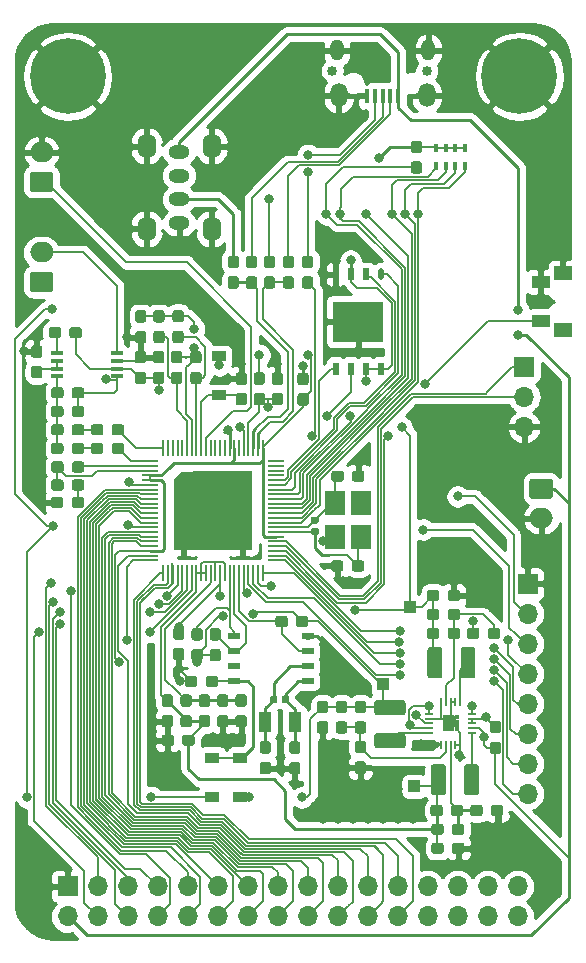
<source format=gbr>
G04 #@! TF.GenerationSoftware,KiCad,Pcbnew,(5.1.4)-1*
G04 #@! TF.CreationDate,2019-12-28T21:28:00+08:00*
G04 #@! TF.ProjectId,F1C100s-i80,46314331-3030-4732-9d69-38302e6b6963,rev?*
G04 #@! TF.SameCoordinates,Original*
G04 #@! TF.FileFunction,Copper,L1,Top*
G04 #@! TF.FilePolarity,Positive*
%FSLAX46Y46*%
G04 Gerber Fmt 4.6, Leading zero omitted, Abs format (unit mm)*
G04 Created by KiCad (PCBNEW (5.1.4)-1) date 2019-12-28 21:28:00*
%MOMM*%
%LPD*%
G04 APERTURE LIST*
%ADD10O,1.700000X1.700000*%
%ADD11R,1.700000X1.700000*%
%ADD12O,1.600000X2.100000*%
%ADD13O,1.800000X1.200000*%
%ADD14C,0.100000*%
%ADD15C,0.950000*%
%ADD16C,0.800000*%
%ADD17C,6.400000*%
%ADD18R,1.200000X0.900000*%
%ADD19C,1.700000*%
%ADD20O,2.000000X1.700000*%
%ADD21C,0.850000*%
%ADD22O,1.150000X1.800000*%
%ADD23O,1.450000X2.000000*%
%ADD24R,0.450000X1.300000*%
%ADD25C,1.250000*%
%ADD26C,0.590000*%
%ADD27R,0.430000X0.760000*%
%ADD28R,1.500000X1.200000*%
%ADD29R,1.500000X1.100000*%
%ADD30R,1.000000X1.000000*%
%ADD31C,1.000000*%
%ADD32R,1.660000X1.660000*%
%ADD33R,0.200000X1.400000*%
%ADD34R,1.400000X0.200000*%
%ADD35C,2.001000*%
%ADD36R,4.300000X3.400000*%
%ADD37R,0.550000X1.000000*%
%ADD38O,0.550000X1.000000*%
%ADD39C,2.200000*%
%ADD40R,1.050000X0.490000*%
%ADD41R,1.000000X0.380000*%
%ADD42R,0.150000X0.800000*%
%ADD43R,0.800000X0.150000*%
%ADD44R,0.375000X0.375000*%
%ADD45R,1.725000X2.100000*%
%ADD46R,1.000000X1.800000*%
%ADD47C,0.150000*%
%ADD48C,0.190000*%
%ADD49C,0.170000*%
%ADD50C,0.130000*%
%ADD51C,0.250000*%
%ADD52C,0.230000*%
%ADD53C,0.210000*%
%ADD54C,0.200000*%
%ADD55C,0.254000*%
G04 APERTURE END LIST*
D10*
X84650000Y-86150000D03*
X84650000Y-83610000D03*
X84650000Y-81070000D03*
X84650000Y-78530000D03*
X84650000Y-75990000D03*
X84650000Y-73450000D03*
X84650000Y-70910000D03*
D11*
X84650000Y-68370000D03*
D12*
X52400000Y-31300000D03*
X52400000Y-38300000D03*
X57900000Y-31300000D03*
X57900000Y-38300000D03*
D13*
X55150000Y-31800000D03*
X55150000Y-33800000D03*
X55150000Y-35800000D03*
X55150000Y-37800000D03*
D14*
G36*
X62200779Y-52211144D02*
G01*
X62223834Y-52214563D01*
X62246443Y-52220227D01*
X62268387Y-52228079D01*
X62289457Y-52238044D01*
X62309448Y-52250026D01*
X62328168Y-52263910D01*
X62345438Y-52279562D01*
X62361090Y-52296832D01*
X62374974Y-52315552D01*
X62386956Y-52335543D01*
X62396921Y-52356613D01*
X62404773Y-52378557D01*
X62410437Y-52401166D01*
X62413856Y-52424221D01*
X62415000Y-52447500D01*
X62415000Y-53022500D01*
X62413856Y-53045779D01*
X62410437Y-53068834D01*
X62404773Y-53091443D01*
X62396921Y-53113387D01*
X62386956Y-53134457D01*
X62374974Y-53154448D01*
X62361090Y-53173168D01*
X62345438Y-53190438D01*
X62328168Y-53206090D01*
X62309448Y-53219974D01*
X62289457Y-53231956D01*
X62268387Y-53241921D01*
X62246443Y-53249773D01*
X62223834Y-53255437D01*
X62200779Y-53258856D01*
X62177500Y-53260000D01*
X61702500Y-53260000D01*
X61679221Y-53258856D01*
X61656166Y-53255437D01*
X61633557Y-53249773D01*
X61611613Y-53241921D01*
X61590543Y-53231956D01*
X61570552Y-53219974D01*
X61551832Y-53206090D01*
X61534562Y-53190438D01*
X61518910Y-53173168D01*
X61505026Y-53154448D01*
X61493044Y-53134457D01*
X61483079Y-53113387D01*
X61475227Y-53091443D01*
X61469563Y-53068834D01*
X61466144Y-53045779D01*
X61465000Y-53022500D01*
X61465000Y-52447500D01*
X61466144Y-52424221D01*
X61469563Y-52401166D01*
X61475227Y-52378557D01*
X61483079Y-52356613D01*
X61493044Y-52335543D01*
X61505026Y-52315552D01*
X61518910Y-52296832D01*
X61534562Y-52279562D01*
X61551832Y-52263910D01*
X61570552Y-52250026D01*
X61590543Y-52238044D01*
X61611613Y-52228079D01*
X61633557Y-52220227D01*
X61656166Y-52214563D01*
X61679221Y-52211144D01*
X61702500Y-52210000D01*
X62177500Y-52210000D01*
X62200779Y-52211144D01*
X62200779Y-52211144D01*
G37*
D15*
X61940000Y-52735000D03*
D14*
G36*
X62200779Y-50461144D02*
G01*
X62223834Y-50464563D01*
X62246443Y-50470227D01*
X62268387Y-50478079D01*
X62289457Y-50488044D01*
X62309448Y-50500026D01*
X62328168Y-50513910D01*
X62345438Y-50529562D01*
X62361090Y-50546832D01*
X62374974Y-50565552D01*
X62386956Y-50585543D01*
X62396921Y-50606613D01*
X62404773Y-50628557D01*
X62410437Y-50651166D01*
X62413856Y-50674221D01*
X62415000Y-50697500D01*
X62415000Y-51272500D01*
X62413856Y-51295779D01*
X62410437Y-51318834D01*
X62404773Y-51341443D01*
X62396921Y-51363387D01*
X62386956Y-51384457D01*
X62374974Y-51404448D01*
X62361090Y-51423168D01*
X62345438Y-51440438D01*
X62328168Y-51456090D01*
X62309448Y-51469974D01*
X62289457Y-51481956D01*
X62268387Y-51491921D01*
X62246443Y-51499773D01*
X62223834Y-51505437D01*
X62200779Y-51508856D01*
X62177500Y-51510000D01*
X61702500Y-51510000D01*
X61679221Y-51508856D01*
X61656166Y-51505437D01*
X61633557Y-51499773D01*
X61611613Y-51491921D01*
X61590543Y-51481956D01*
X61570552Y-51469974D01*
X61551832Y-51456090D01*
X61534562Y-51440438D01*
X61518910Y-51423168D01*
X61505026Y-51404448D01*
X61493044Y-51384457D01*
X61483079Y-51363387D01*
X61475227Y-51341443D01*
X61469563Y-51318834D01*
X61466144Y-51295779D01*
X61465000Y-51272500D01*
X61465000Y-50697500D01*
X61466144Y-50674221D01*
X61469563Y-50651166D01*
X61475227Y-50628557D01*
X61483079Y-50606613D01*
X61493044Y-50585543D01*
X61505026Y-50565552D01*
X61518910Y-50546832D01*
X61534562Y-50529562D01*
X61551832Y-50513910D01*
X61570552Y-50500026D01*
X61590543Y-50488044D01*
X61611613Y-50478079D01*
X61633557Y-50470227D01*
X61656166Y-50464563D01*
X61679221Y-50461144D01*
X61702500Y-50460000D01*
X62177500Y-50460000D01*
X62200779Y-50461144D01*
X62200779Y-50461144D01*
G37*
D15*
X61940000Y-50985000D03*
D14*
G36*
X63730779Y-50461144D02*
G01*
X63753834Y-50464563D01*
X63776443Y-50470227D01*
X63798387Y-50478079D01*
X63819457Y-50488044D01*
X63839448Y-50500026D01*
X63858168Y-50513910D01*
X63875438Y-50529562D01*
X63891090Y-50546832D01*
X63904974Y-50565552D01*
X63916956Y-50585543D01*
X63926921Y-50606613D01*
X63934773Y-50628557D01*
X63940437Y-50651166D01*
X63943856Y-50674221D01*
X63945000Y-50697500D01*
X63945000Y-51272500D01*
X63943856Y-51295779D01*
X63940437Y-51318834D01*
X63934773Y-51341443D01*
X63926921Y-51363387D01*
X63916956Y-51384457D01*
X63904974Y-51404448D01*
X63891090Y-51423168D01*
X63875438Y-51440438D01*
X63858168Y-51456090D01*
X63839448Y-51469974D01*
X63819457Y-51481956D01*
X63798387Y-51491921D01*
X63776443Y-51499773D01*
X63753834Y-51505437D01*
X63730779Y-51508856D01*
X63707500Y-51510000D01*
X63232500Y-51510000D01*
X63209221Y-51508856D01*
X63186166Y-51505437D01*
X63163557Y-51499773D01*
X63141613Y-51491921D01*
X63120543Y-51481956D01*
X63100552Y-51469974D01*
X63081832Y-51456090D01*
X63064562Y-51440438D01*
X63048910Y-51423168D01*
X63035026Y-51404448D01*
X63023044Y-51384457D01*
X63013079Y-51363387D01*
X63005227Y-51341443D01*
X62999563Y-51318834D01*
X62996144Y-51295779D01*
X62995000Y-51272500D01*
X62995000Y-50697500D01*
X62996144Y-50674221D01*
X62999563Y-50651166D01*
X63005227Y-50628557D01*
X63013079Y-50606613D01*
X63023044Y-50585543D01*
X63035026Y-50565552D01*
X63048910Y-50546832D01*
X63064562Y-50529562D01*
X63081832Y-50513910D01*
X63100552Y-50500026D01*
X63120543Y-50488044D01*
X63141613Y-50478079D01*
X63163557Y-50470227D01*
X63186166Y-50464563D01*
X63209221Y-50461144D01*
X63232500Y-50460000D01*
X63707500Y-50460000D01*
X63730779Y-50461144D01*
X63730779Y-50461144D01*
G37*
D15*
X63470000Y-50985000D03*
D14*
G36*
X63730779Y-52211144D02*
G01*
X63753834Y-52214563D01*
X63776443Y-52220227D01*
X63798387Y-52228079D01*
X63819457Y-52238044D01*
X63839448Y-52250026D01*
X63858168Y-52263910D01*
X63875438Y-52279562D01*
X63891090Y-52296832D01*
X63904974Y-52315552D01*
X63916956Y-52335543D01*
X63926921Y-52356613D01*
X63934773Y-52378557D01*
X63940437Y-52401166D01*
X63943856Y-52424221D01*
X63945000Y-52447500D01*
X63945000Y-53022500D01*
X63943856Y-53045779D01*
X63940437Y-53068834D01*
X63934773Y-53091443D01*
X63926921Y-53113387D01*
X63916956Y-53134457D01*
X63904974Y-53154448D01*
X63891090Y-53173168D01*
X63875438Y-53190438D01*
X63858168Y-53206090D01*
X63839448Y-53219974D01*
X63819457Y-53231956D01*
X63798387Y-53241921D01*
X63776443Y-53249773D01*
X63753834Y-53255437D01*
X63730779Y-53258856D01*
X63707500Y-53260000D01*
X63232500Y-53260000D01*
X63209221Y-53258856D01*
X63186166Y-53255437D01*
X63163557Y-53249773D01*
X63141613Y-53241921D01*
X63120543Y-53231956D01*
X63100552Y-53219974D01*
X63081832Y-53206090D01*
X63064562Y-53190438D01*
X63048910Y-53173168D01*
X63035026Y-53154448D01*
X63023044Y-53134457D01*
X63013079Y-53113387D01*
X63005227Y-53091443D01*
X62999563Y-53068834D01*
X62996144Y-53045779D01*
X62995000Y-53022500D01*
X62995000Y-52447500D01*
X62996144Y-52424221D01*
X62999563Y-52401166D01*
X63005227Y-52378557D01*
X63013079Y-52356613D01*
X63023044Y-52335543D01*
X63035026Y-52315552D01*
X63048910Y-52296832D01*
X63064562Y-52279562D01*
X63081832Y-52263910D01*
X63100552Y-52250026D01*
X63120543Y-52238044D01*
X63141613Y-52228079D01*
X63163557Y-52220227D01*
X63186166Y-52214563D01*
X63209221Y-52211144D01*
X63232500Y-52210000D01*
X63707500Y-52210000D01*
X63730779Y-52211144D01*
X63730779Y-52211144D01*
G37*
D15*
X63470000Y-52735000D03*
D16*
X85657056Y-23702944D03*
X83960000Y-23000000D03*
X82262944Y-23702944D03*
X81560000Y-25400000D03*
X82262944Y-27097056D03*
X83960000Y-27800000D03*
X85657056Y-27097056D03*
X86360000Y-25400000D03*
D17*
X83960000Y-25400000D03*
D14*
G36*
X68875779Y-58776144D02*
G01*
X68898834Y-58779563D01*
X68921443Y-58785227D01*
X68943387Y-58793079D01*
X68964457Y-58803044D01*
X68984448Y-58815026D01*
X69003168Y-58828910D01*
X69020438Y-58844562D01*
X69036090Y-58861832D01*
X69049974Y-58880552D01*
X69061956Y-58900543D01*
X69071921Y-58921613D01*
X69079773Y-58943557D01*
X69085437Y-58966166D01*
X69088856Y-58989221D01*
X69090000Y-59012500D01*
X69090000Y-59487500D01*
X69088856Y-59510779D01*
X69085437Y-59533834D01*
X69079773Y-59556443D01*
X69071921Y-59578387D01*
X69061956Y-59599457D01*
X69049974Y-59619448D01*
X69036090Y-59638168D01*
X69020438Y-59655438D01*
X69003168Y-59671090D01*
X68984448Y-59684974D01*
X68964457Y-59696956D01*
X68943387Y-59706921D01*
X68921443Y-59714773D01*
X68898834Y-59720437D01*
X68875779Y-59723856D01*
X68852500Y-59725000D01*
X68277500Y-59725000D01*
X68254221Y-59723856D01*
X68231166Y-59720437D01*
X68208557Y-59714773D01*
X68186613Y-59706921D01*
X68165543Y-59696956D01*
X68145552Y-59684974D01*
X68126832Y-59671090D01*
X68109562Y-59655438D01*
X68093910Y-59638168D01*
X68080026Y-59619448D01*
X68068044Y-59599457D01*
X68058079Y-59578387D01*
X68050227Y-59556443D01*
X68044563Y-59533834D01*
X68041144Y-59510779D01*
X68040000Y-59487500D01*
X68040000Y-59012500D01*
X68041144Y-58989221D01*
X68044563Y-58966166D01*
X68050227Y-58943557D01*
X68058079Y-58921613D01*
X68068044Y-58900543D01*
X68080026Y-58880552D01*
X68093910Y-58861832D01*
X68109562Y-58844562D01*
X68126832Y-58828910D01*
X68145552Y-58815026D01*
X68165543Y-58803044D01*
X68186613Y-58793079D01*
X68208557Y-58785227D01*
X68231166Y-58779563D01*
X68254221Y-58776144D01*
X68277500Y-58775000D01*
X68852500Y-58775000D01*
X68875779Y-58776144D01*
X68875779Y-58776144D01*
G37*
D15*
X68565000Y-59250000D03*
D14*
G36*
X70625779Y-58776144D02*
G01*
X70648834Y-58779563D01*
X70671443Y-58785227D01*
X70693387Y-58793079D01*
X70714457Y-58803044D01*
X70734448Y-58815026D01*
X70753168Y-58828910D01*
X70770438Y-58844562D01*
X70786090Y-58861832D01*
X70799974Y-58880552D01*
X70811956Y-58900543D01*
X70821921Y-58921613D01*
X70829773Y-58943557D01*
X70835437Y-58966166D01*
X70838856Y-58989221D01*
X70840000Y-59012500D01*
X70840000Y-59487500D01*
X70838856Y-59510779D01*
X70835437Y-59533834D01*
X70829773Y-59556443D01*
X70821921Y-59578387D01*
X70811956Y-59599457D01*
X70799974Y-59619448D01*
X70786090Y-59638168D01*
X70770438Y-59655438D01*
X70753168Y-59671090D01*
X70734448Y-59684974D01*
X70714457Y-59696956D01*
X70693387Y-59706921D01*
X70671443Y-59714773D01*
X70648834Y-59720437D01*
X70625779Y-59723856D01*
X70602500Y-59725000D01*
X70027500Y-59725000D01*
X70004221Y-59723856D01*
X69981166Y-59720437D01*
X69958557Y-59714773D01*
X69936613Y-59706921D01*
X69915543Y-59696956D01*
X69895552Y-59684974D01*
X69876832Y-59671090D01*
X69859562Y-59655438D01*
X69843910Y-59638168D01*
X69830026Y-59619448D01*
X69818044Y-59599457D01*
X69808079Y-59578387D01*
X69800227Y-59556443D01*
X69794563Y-59533834D01*
X69791144Y-59510779D01*
X69790000Y-59487500D01*
X69790000Y-59012500D01*
X69791144Y-58989221D01*
X69794563Y-58966166D01*
X69800227Y-58943557D01*
X69808079Y-58921613D01*
X69818044Y-58900543D01*
X69830026Y-58880552D01*
X69843910Y-58861832D01*
X69859562Y-58844562D01*
X69876832Y-58828910D01*
X69895552Y-58815026D01*
X69915543Y-58803044D01*
X69936613Y-58793079D01*
X69958557Y-58785227D01*
X69981166Y-58779563D01*
X70004221Y-58776144D01*
X70027500Y-58775000D01*
X70602500Y-58775000D01*
X70625779Y-58776144D01*
X70625779Y-58776144D01*
G37*
D15*
X70315000Y-59250000D03*
D14*
G36*
X70600779Y-66376144D02*
G01*
X70623834Y-66379563D01*
X70646443Y-66385227D01*
X70668387Y-66393079D01*
X70689457Y-66403044D01*
X70709448Y-66415026D01*
X70728168Y-66428910D01*
X70745438Y-66444562D01*
X70761090Y-66461832D01*
X70774974Y-66480552D01*
X70786956Y-66500543D01*
X70796921Y-66521613D01*
X70804773Y-66543557D01*
X70810437Y-66566166D01*
X70813856Y-66589221D01*
X70815000Y-66612500D01*
X70815000Y-67087500D01*
X70813856Y-67110779D01*
X70810437Y-67133834D01*
X70804773Y-67156443D01*
X70796921Y-67178387D01*
X70786956Y-67199457D01*
X70774974Y-67219448D01*
X70761090Y-67238168D01*
X70745438Y-67255438D01*
X70728168Y-67271090D01*
X70709448Y-67284974D01*
X70689457Y-67296956D01*
X70668387Y-67306921D01*
X70646443Y-67314773D01*
X70623834Y-67320437D01*
X70600779Y-67323856D01*
X70577500Y-67325000D01*
X70002500Y-67325000D01*
X69979221Y-67323856D01*
X69956166Y-67320437D01*
X69933557Y-67314773D01*
X69911613Y-67306921D01*
X69890543Y-67296956D01*
X69870552Y-67284974D01*
X69851832Y-67271090D01*
X69834562Y-67255438D01*
X69818910Y-67238168D01*
X69805026Y-67219448D01*
X69793044Y-67199457D01*
X69783079Y-67178387D01*
X69775227Y-67156443D01*
X69769563Y-67133834D01*
X69766144Y-67110779D01*
X69765000Y-67087500D01*
X69765000Y-66612500D01*
X69766144Y-66589221D01*
X69769563Y-66566166D01*
X69775227Y-66543557D01*
X69783079Y-66521613D01*
X69793044Y-66500543D01*
X69805026Y-66480552D01*
X69818910Y-66461832D01*
X69834562Y-66444562D01*
X69851832Y-66428910D01*
X69870552Y-66415026D01*
X69890543Y-66403044D01*
X69911613Y-66393079D01*
X69933557Y-66385227D01*
X69956166Y-66379563D01*
X69979221Y-66376144D01*
X70002500Y-66375000D01*
X70577500Y-66375000D01*
X70600779Y-66376144D01*
X70600779Y-66376144D01*
G37*
D15*
X70290000Y-66850000D03*
D14*
G36*
X68850779Y-66376144D02*
G01*
X68873834Y-66379563D01*
X68896443Y-66385227D01*
X68918387Y-66393079D01*
X68939457Y-66403044D01*
X68959448Y-66415026D01*
X68978168Y-66428910D01*
X68995438Y-66444562D01*
X69011090Y-66461832D01*
X69024974Y-66480552D01*
X69036956Y-66500543D01*
X69046921Y-66521613D01*
X69054773Y-66543557D01*
X69060437Y-66566166D01*
X69063856Y-66589221D01*
X69065000Y-66612500D01*
X69065000Y-67087500D01*
X69063856Y-67110779D01*
X69060437Y-67133834D01*
X69054773Y-67156443D01*
X69046921Y-67178387D01*
X69036956Y-67199457D01*
X69024974Y-67219448D01*
X69011090Y-67238168D01*
X68995438Y-67255438D01*
X68978168Y-67271090D01*
X68959448Y-67284974D01*
X68939457Y-67296956D01*
X68918387Y-67306921D01*
X68896443Y-67314773D01*
X68873834Y-67320437D01*
X68850779Y-67323856D01*
X68827500Y-67325000D01*
X68252500Y-67325000D01*
X68229221Y-67323856D01*
X68206166Y-67320437D01*
X68183557Y-67314773D01*
X68161613Y-67306921D01*
X68140543Y-67296956D01*
X68120552Y-67284974D01*
X68101832Y-67271090D01*
X68084562Y-67255438D01*
X68068910Y-67238168D01*
X68055026Y-67219448D01*
X68043044Y-67199457D01*
X68033079Y-67178387D01*
X68025227Y-67156443D01*
X68019563Y-67133834D01*
X68016144Y-67110779D01*
X68015000Y-67087500D01*
X68015000Y-66612500D01*
X68016144Y-66589221D01*
X68019563Y-66566166D01*
X68025227Y-66543557D01*
X68033079Y-66521613D01*
X68043044Y-66500543D01*
X68055026Y-66480552D01*
X68068910Y-66461832D01*
X68084562Y-66444562D01*
X68101832Y-66428910D01*
X68120552Y-66415026D01*
X68140543Y-66403044D01*
X68161613Y-66393079D01*
X68183557Y-66385227D01*
X68206166Y-66379563D01*
X68229221Y-66376144D01*
X68252500Y-66375000D01*
X68827500Y-66375000D01*
X68850779Y-66376144D01*
X68850779Y-66376144D01*
G37*
D15*
X68540000Y-66850000D03*
D14*
G36*
X48520779Y-54851144D02*
G01*
X48543834Y-54854563D01*
X48566443Y-54860227D01*
X48588387Y-54868079D01*
X48609457Y-54878044D01*
X48629448Y-54890026D01*
X48648168Y-54903910D01*
X48665438Y-54919562D01*
X48681090Y-54936832D01*
X48694974Y-54955552D01*
X48706956Y-54975543D01*
X48716921Y-54996613D01*
X48724773Y-55018557D01*
X48730437Y-55041166D01*
X48733856Y-55064221D01*
X48735000Y-55087500D01*
X48735000Y-55562500D01*
X48733856Y-55585779D01*
X48730437Y-55608834D01*
X48724773Y-55631443D01*
X48716921Y-55653387D01*
X48706956Y-55674457D01*
X48694974Y-55694448D01*
X48681090Y-55713168D01*
X48665438Y-55730438D01*
X48648168Y-55746090D01*
X48629448Y-55759974D01*
X48609457Y-55771956D01*
X48588387Y-55781921D01*
X48566443Y-55789773D01*
X48543834Y-55795437D01*
X48520779Y-55798856D01*
X48497500Y-55800000D01*
X47922500Y-55800000D01*
X47899221Y-55798856D01*
X47876166Y-55795437D01*
X47853557Y-55789773D01*
X47831613Y-55781921D01*
X47810543Y-55771956D01*
X47790552Y-55759974D01*
X47771832Y-55746090D01*
X47754562Y-55730438D01*
X47738910Y-55713168D01*
X47725026Y-55694448D01*
X47713044Y-55674457D01*
X47703079Y-55653387D01*
X47695227Y-55631443D01*
X47689563Y-55608834D01*
X47686144Y-55585779D01*
X47685000Y-55562500D01*
X47685000Y-55087500D01*
X47686144Y-55064221D01*
X47689563Y-55041166D01*
X47695227Y-55018557D01*
X47703079Y-54996613D01*
X47713044Y-54975543D01*
X47725026Y-54955552D01*
X47738910Y-54936832D01*
X47754562Y-54919562D01*
X47771832Y-54903910D01*
X47790552Y-54890026D01*
X47810543Y-54878044D01*
X47831613Y-54868079D01*
X47853557Y-54860227D01*
X47876166Y-54854563D01*
X47899221Y-54851144D01*
X47922500Y-54850000D01*
X48497500Y-54850000D01*
X48520779Y-54851144D01*
X48520779Y-54851144D01*
G37*
D15*
X48210000Y-55325000D03*
D14*
G36*
X50270779Y-54851144D02*
G01*
X50293834Y-54854563D01*
X50316443Y-54860227D01*
X50338387Y-54868079D01*
X50359457Y-54878044D01*
X50379448Y-54890026D01*
X50398168Y-54903910D01*
X50415438Y-54919562D01*
X50431090Y-54936832D01*
X50444974Y-54955552D01*
X50456956Y-54975543D01*
X50466921Y-54996613D01*
X50474773Y-55018557D01*
X50480437Y-55041166D01*
X50483856Y-55064221D01*
X50485000Y-55087500D01*
X50485000Y-55562500D01*
X50483856Y-55585779D01*
X50480437Y-55608834D01*
X50474773Y-55631443D01*
X50466921Y-55653387D01*
X50456956Y-55674457D01*
X50444974Y-55694448D01*
X50431090Y-55713168D01*
X50415438Y-55730438D01*
X50398168Y-55746090D01*
X50379448Y-55759974D01*
X50359457Y-55771956D01*
X50338387Y-55781921D01*
X50316443Y-55789773D01*
X50293834Y-55795437D01*
X50270779Y-55798856D01*
X50247500Y-55800000D01*
X49672500Y-55800000D01*
X49649221Y-55798856D01*
X49626166Y-55795437D01*
X49603557Y-55789773D01*
X49581613Y-55781921D01*
X49560543Y-55771956D01*
X49540552Y-55759974D01*
X49521832Y-55746090D01*
X49504562Y-55730438D01*
X49488910Y-55713168D01*
X49475026Y-55694448D01*
X49463044Y-55674457D01*
X49453079Y-55653387D01*
X49445227Y-55631443D01*
X49439563Y-55608834D01*
X49436144Y-55585779D01*
X49435000Y-55562500D01*
X49435000Y-55087500D01*
X49436144Y-55064221D01*
X49439563Y-55041166D01*
X49445227Y-55018557D01*
X49453079Y-54996613D01*
X49463044Y-54975543D01*
X49475026Y-54955552D01*
X49488910Y-54936832D01*
X49504562Y-54919562D01*
X49521832Y-54903910D01*
X49540552Y-54890026D01*
X49560543Y-54878044D01*
X49581613Y-54868079D01*
X49603557Y-54860227D01*
X49626166Y-54854563D01*
X49649221Y-54851144D01*
X49672500Y-54850000D01*
X50247500Y-54850000D01*
X50270779Y-54851144D01*
X50270779Y-54851144D01*
G37*
D15*
X49960000Y-55325000D03*
D14*
G36*
X50270779Y-56426144D02*
G01*
X50293834Y-56429563D01*
X50316443Y-56435227D01*
X50338387Y-56443079D01*
X50359457Y-56453044D01*
X50379448Y-56465026D01*
X50398168Y-56478910D01*
X50415438Y-56494562D01*
X50431090Y-56511832D01*
X50444974Y-56530552D01*
X50456956Y-56550543D01*
X50466921Y-56571613D01*
X50474773Y-56593557D01*
X50480437Y-56616166D01*
X50483856Y-56639221D01*
X50485000Y-56662500D01*
X50485000Y-57137500D01*
X50483856Y-57160779D01*
X50480437Y-57183834D01*
X50474773Y-57206443D01*
X50466921Y-57228387D01*
X50456956Y-57249457D01*
X50444974Y-57269448D01*
X50431090Y-57288168D01*
X50415438Y-57305438D01*
X50398168Y-57321090D01*
X50379448Y-57334974D01*
X50359457Y-57346956D01*
X50338387Y-57356921D01*
X50316443Y-57364773D01*
X50293834Y-57370437D01*
X50270779Y-57373856D01*
X50247500Y-57375000D01*
X49672500Y-57375000D01*
X49649221Y-57373856D01*
X49626166Y-57370437D01*
X49603557Y-57364773D01*
X49581613Y-57356921D01*
X49560543Y-57346956D01*
X49540552Y-57334974D01*
X49521832Y-57321090D01*
X49504562Y-57305438D01*
X49488910Y-57288168D01*
X49475026Y-57269448D01*
X49463044Y-57249457D01*
X49453079Y-57228387D01*
X49445227Y-57206443D01*
X49439563Y-57183834D01*
X49436144Y-57160779D01*
X49435000Y-57137500D01*
X49435000Y-56662500D01*
X49436144Y-56639221D01*
X49439563Y-56616166D01*
X49445227Y-56593557D01*
X49453079Y-56571613D01*
X49463044Y-56550543D01*
X49475026Y-56530552D01*
X49488910Y-56511832D01*
X49504562Y-56494562D01*
X49521832Y-56478910D01*
X49540552Y-56465026D01*
X49560543Y-56453044D01*
X49581613Y-56443079D01*
X49603557Y-56435227D01*
X49626166Y-56429563D01*
X49649221Y-56426144D01*
X49672500Y-56425000D01*
X50247500Y-56425000D01*
X50270779Y-56426144D01*
X50270779Y-56426144D01*
G37*
D15*
X49960000Y-56900000D03*
D14*
G36*
X48520779Y-56426144D02*
G01*
X48543834Y-56429563D01*
X48566443Y-56435227D01*
X48588387Y-56443079D01*
X48609457Y-56453044D01*
X48629448Y-56465026D01*
X48648168Y-56478910D01*
X48665438Y-56494562D01*
X48681090Y-56511832D01*
X48694974Y-56530552D01*
X48706956Y-56550543D01*
X48716921Y-56571613D01*
X48724773Y-56593557D01*
X48730437Y-56616166D01*
X48733856Y-56639221D01*
X48735000Y-56662500D01*
X48735000Y-57137500D01*
X48733856Y-57160779D01*
X48730437Y-57183834D01*
X48724773Y-57206443D01*
X48716921Y-57228387D01*
X48706956Y-57249457D01*
X48694974Y-57269448D01*
X48681090Y-57288168D01*
X48665438Y-57305438D01*
X48648168Y-57321090D01*
X48629448Y-57334974D01*
X48609457Y-57346956D01*
X48588387Y-57356921D01*
X48566443Y-57364773D01*
X48543834Y-57370437D01*
X48520779Y-57373856D01*
X48497500Y-57375000D01*
X47922500Y-57375000D01*
X47899221Y-57373856D01*
X47876166Y-57370437D01*
X47853557Y-57364773D01*
X47831613Y-57356921D01*
X47810543Y-57346956D01*
X47790552Y-57334974D01*
X47771832Y-57321090D01*
X47754562Y-57305438D01*
X47738910Y-57288168D01*
X47725026Y-57269448D01*
X47713044Y-57249457D01*
X47703079Y-57228387D01*
X47695227Y-57206443D01*
X47689563Y-57183834D01*
X47686144Y-57160779D01*
X47685000Y-57137500D01*
X47685000Y-56662500D01*
X47686144Y-56639221D01*
X47689563Y-56616166D01*
X47695227Y-56593557D01*
X47703079Y-56571613D01*
X47713044Y-56550543D01*
X47725026Y-56530552D01*
X47738910Y-56511832D01*
X47754562Y-56494562D01*
X47771832Y-56478910D01*
X47790552Y-56465026D01*
X47810543Y-56453044D01*
X47831613Y-56443079D01*
X47853557Y-56435227D01*
X47876166Y-56429563D01*
X47899221Y-56426144D01*
X47922500Y-56425000D01*
X48497500Y-56425000D01*
X48520779Y-56426144D01*
X48520779Y-56426144D01*
G37*
D15*
X48210000Y-56900000D03*
D14*
G36*
X65210779Y-81701144D02*
G01*
X65233834Y-81704563D01*
X65256443Y-81710227D01*
X65278387Y-81718079D01*
X65299457Y-81728044D01*
X65319448Y-81740026D01*
X65338168Y-81753910D01*
X65355438Y-81769562D01*
X65371090Y-81786832D01*
X65384974Y-81805552D01*
X65396956Y-81825543D01*
X65406921Y-81846613D01*
X65414773Y-81868557D01*
X65420437Y-81891166D01*
X65423856Y-81914221D01*
X65425000Y-81937500D01*
X65425000Y-82512500D01*
X65423856Y-82535779D01*
X65420437Y-82558834D01*
X65414773Y-82581443D01*
X65406921Y-82603387D01*
X65396956Y-82624457D01*
X65384974Y-82644448D01*
X65371090Y-82663168D01*
X65355438Y-82680438D01*
X65338168Y-82696090D01*
X65319448Y-82709974D01*
X65299457Y-82721956D01*
X65278387Y-82731921D01*
X65256443Y-82739773D01*
X65233834Y-82745437D01*
X65210779Y-82748856D01*
X65187500Y-82750000D01*
X64712500Y-82750000D01*
X64689221Y-82748856D01*
X64666166Y-82745437D01*
X64643557Y-82739773D01*
X64621613Y-82731921D01*
X64600543Y-82721956D01*
X64580552Y-82709974D01*
X64561832Y-82696090D01*
X64544562Y-82680438D01*
X64528910Y-82663168D01*
X64515026Y-82644448D01*
X64503044Y-82624457D01*
X64493079Y-82603387D01*
X64485227Y-82581443D01*
X64479563Y-82558834D01*
X64476144Y-82535779D01*
X64475000Y-82512500D01*
X64475000Y-81937500D01*
X64476144Y-81914221D01*
X64479563Y-81891166D01*
X64485227Y-81868557D01*
X64493079Y-81846613D01*
X64503044Y-81825543D01*
X64515026Y-81805552D01*
X64528910Y-81786832D01*
X64544562Y-81769562D01*
X64561832Y-81753910D01*
X64580552Y-81740026D01*
X64600543Y-81728044D01*
X64621613Y-81718079D01*
X64643557Y-81710227D01*
X64666166Y-81704563D01*
X64689221Y-81701144D01*
X64712500Y-81700000D01*
X65187500Y-81700000D01*
X65210779Y-81701144D01*
X65210779Y-81701144D01*
G37*
D15*
X64950000Y-82225000D03*
D14*
G36*
X65210779Y-83451144D02*
G01*
X65233834Y-83454563D01*
X65256443Y-83460227D01*
X65278387Y-83468079D01*
X65299457Y-83478044D01*
X65319448Y-83490026D01*
X65338168Y-83503910D01*
X65355438Y-83519562D01*
X65371090Y-83536832D01*
X65384974Y-83555552D01*
X65396956Y-83575543D01*
X65406921Y-83596613D01*
X65414773Y-83618557D01*
X65420437Y-83641166D01*
X65423856Y-83664221D01*
X65425000Y-83687500D01*
X65425000Y-84262500D01*
X65423856Y-84285779D01*
X65420437Y-84308834D01*
X65414773Y-84331443D01*
X65406921Y-84353387D01*
X65396956Y-84374457D01*
X65384974Y-84394448D01*
X65371090Y-84413168D01*
X65355438Y-84430438D01*
X65338168Y-84446090D01*
X65319448Y-84459974D01*
X65299457Y-84471956D01*
X65278387Y-84481921D01*
X65256443Y-84489773D01*
X65233834Y-84495437D01*
X65210779Y-84498856D01*
X65187500Y-84500000D01*
X64712500Y-84500000D01*
X64689221Y-84498856D01*
X64666166Y-84495437D01*
X64643557Y-84489773D01*
X64621613Y-84481921D01*
X64600543Y-84471956D01*
X64580552Y-84459974D01*
X64561832Y-84446090D01*
X64544562Y-84430438D01*
X64528910Y-84413168D01*
X64515026Y-84394448D01*
X64503044Y-84374457D01*
X64493079Y-84353387D01*
X64485227Y-84331443D01*
X64479563Y-84308834D01*
X64476144Y-84285779D01*
X64475000Y-84262500D01*
X64475000Y-83687500D01*
X64476144Y-83664221D01*
X64479563Y-83641166D01*
X64485227Y-83618557D01*
X64493079Y-83596613D01*
X64503044Y-83575543D01*
X64515026Y-83555552D01*
X64528910Y-83536832D01*
X64544562Y-83519562D01*
X64561832Y-83503910D01*
X64580552Y-83490026D01*
X64600543Y-83478044D01*
X64621613Y-83468079D01*
X64643557Y-83460227D01*
X64666166Y-83454563D01*
X64689221Y-83451144D01*
X64712500Y-83450000D01*
X65187500Y-83450000D01*
X65210779Y-83451144D01*
X65210779Y-83451144D01*
G37*
D15*
X64950000Y-83975000D03*
D14*
G36*
X62700779Y-83441144D02*
G01*
X62723834Y-83444563D01*
X62746443Y-83450227D01*
X62768387Y-83458079D01*
X62789457Y-83468044D01*
X62809448Y-83480026D01*
X62828168Y-83493910D01*
X62845438Y-83509562D01*
X62861090Y-83526832D01*
X62874974Y-83545552D01*
X62886956Y-83565543D01*
X62896921Y-83586613D01*
X62904773Y-83608557D01*
X62910437Y-83631166D01*
X62913856Y-83654221D01*
X62915000Y-83677500D01*
X62915000Y-84252500D01*
X62913856Y-84275779D01*
X62910437Y-84298834D01*
X62904773Y-84321443D01*
X62896921Y-84343387D01*
X62886956Y-84364457D01*
X62874974Y-84384448D01*
X62861090Y-84403168D01*
X62845438Y-84420438D01*
X62828168Y-84436090D01*
X62809448Y-84449974D01*
X62789457Y-84461956D01*
X62768387Y-84471921D01*
X62746443Y-84479773D01*
X62723834Y-84485437D01*
X62700779Y-84488856D01*
X62677500Y-84490000D01*
X62202500Y-84490000D01*
X62179221Y-84488856D01*
X62156166Y-84485437D01*
X62133557Y-84479773D01*
X62111613Y-84471921D01*
X62090543Y-84461956D01*
X62070552Y-84449974D01*
X62051832Y-84436090D01*
X62034562Y-84420438D01*
X62018910Y-84403168D01*
X62005026Y-84384448D01*
X61993044Y-84364457D01*
X61983079Y-84343387D01*
X61975227Y-84321443D01*
X61969563Y-84298834D01*
X61966144Y-84275779D01*
X61965000Y-84252500D01*
X61965000Y-83677500D01*
X61966144Y-83654221D01*
X61969563Y-83631166D01*
X61975227Y-83608557D01*
X61983079Y-83586613D01*
X61993044Y-83565543D01*
X62005026Y-83545552D01*
X62018910Y-83526832D01*
X62034562Y-83509562D01*
X62051832Y-83493910D01*
X62070552Y-83480026D01*
X62090543Y-83468044D01*
X62111613Y-83458079D01*
X62133557Y-83450227D01*
X62156166Y-83444563D01*
X62179221Y-83441144D01*
X62202500Y-83440000D01*
X62677500Y-83440000D01*
X62700779Y-83441144D01*
X62700779Y-83441144D01*
G37*
D15*
X62440000Y-83965000D03*
D14*
G36*
X62700779Y-81691144D02*
G01*
X62723834Y-81694563D01*
X62746443Y-81700227D01*
X62768387Y-81708079D01*
X62789457Y-81718044D01*
X62809448Y-81730026D01*
X62828168Y-81743910D01*
X62845438Y-81759562D01*
X62861090Y-81776832D01*
X62874974Y-81795552D01*
X62886956Y-81815543D01*
X62896921Y-81836613D01*
X62904773Y-81858557D01*
X62910437Y-81881166D01*
X62913856Y-81904221D01*
X62915000Y-81927500D01*
X62915000Y-82502500D01*
X62913856Y-82525779D01*
X62910437Y-82548834D01*
X62904773Y-82571443D01*
X62896921Y-82593387D01*
X62886956Y-82614457D01*
X62874974Y-82634448D01*
X62861090Y-82653168D01*
X62845438Y-82670438D01*
X62828168Y-82686090D01*
X62809448Y-82699974D01*
X62789457Y-82711956D01*
X62768387Y-82721921D01*
X62746443Y-82729773D01*
X62723834Y-82735437D01*
X62700779Y-82738856D01*
X62677500Y-82740000D01*
X62202500Y-82740000D01*
X62179221Y-82738856D01*
X62156166Y-82735437D01*
X62133557Y-82729773D01*
X62111613Y-82721921D01*
X62090543Y-82711956D01*
X62070552Y-82699974D01*
X62051832Y-82686090D01*
X62034562Y-82670438D01*
X62018910Y-82653168D01*
X62005026Y-82634448D01*
X61993044Y-82614457D01*
X61983079Y-82593387D01*
X61975227Y-82571443D01*
X61969563Y-82548834D01*
X61966144Y-82525779D01*
X61965000Y-82502500D01*
X61965000Y-81927500D01*
X61966144Y-81904221D01*
X61969563Y-81881166D01*
X61975227Y-81858557D01*
X61983079Y-81836613D01*
X61993044Y-81815543D01*
X62005026Y-81795552D01*
X62018910Y-81776832D01*
X62034562Y-81759562D01*
X62051832Y-81743910D01*
X62070552Y-81730026D01*
X62090543Y-81718044D01*
X62111613Y-81708079D01*
X62133557Y-81700227D01*
X62156166Y-81694563D01*
X62179221Y-81691144D01*
X62202500Y-81690000D01*
X62677500Y-81690000D01*
X62700779Y-81691144D01*
X62700779Y-81691144D01*
G37*
D15*
X62440000Y-82215000D03*
D14*
G36*
X43345779Y-48176144D02*
G01*
X43368834Y-48179563D01*
X43391443Y-48185227D01*
X43413387Y-48193079D01*
X43434457Y-48203044D01*
X43454448Y-48215026D01*
X43473168Y-48228910D01*
X43490438Y-48244562D01*
X43506090Y-48261832D01*
X43519974Y-48280552D01*
X43531956Y-48300543D01*
X43541921Y-48321613D01*
X43549773Y-48343557D01*
X43555437Y-48366166D01*
X43558856Y-48389221D01*
X43560000Y-48412500D01*
X43560000Y-48987500D01*
X43558856Y-49010779D01*
X43555437Y-49033834D01*
X43549773Y-49056443D01*
X43541921Y-49078387D01*
X43531956Y-49099457D01*
X43519974Y-49119448D01*
X43506090Y-49138168D01*
X43490438Y-49155438D01*
X43473168Y-49171090D01*
X43454448Y-49184974D01*
X43434457Y-49196956D01*
X43413387Y-49206921D01*
X43391443Y-49214773D01*
X43368834Y-49220437D01*
X43345779Y-49223856D01*
X43322500Y-49225000D01*
X42847500Y-49225000D01*
X42824221Y-49223856D01*
X42801166Y-49220437D01*
X42778557Y-49214773D01*
X42756613Y-49206921D01*
X42735543Y-49196956D01*
X42715552Y-49184974D01*
X42696832Y-49171090D01*
X42679562Y-49155438D01*
X42663910Y-49138168D01*
X42650026Y-49119448D01*
X42638044Y-49099457D01*
X42628079Y-49078387D01*
X42620227Y-49056443D01*
X42614563Y-49033834D01*
X42611144Y-49010779D01*
X42610000Y-48987500D01*
X42610000Y-48412500D01*
X42611144Y-48389221D01*
X42614563Y-48366166D01*
X42620227Y-48343557D01*
X42628079Y-48321613D01*
X42638044Y-48300543D01*
X42650026Y-48280552D01*
X42663910Y-48261832D01*
X42679562Y-48244562D01*
X42696832Y-48228910D01*
X42715552Y-48215026D01*
X42735543Y-48203044D01*
X42756613Y-48193079D01*
X42778557Y-48185227D01*
X42801166Y-48179563D01*
X42824221Y-48176144D01*
X42847500Y-48175000D01*
X43322500Y-48175000D01*
X43345779Y-48176144D01*
X43345779Y-48176144D01*
G37*
D15*
X43085000Y-48700000D03*
D14*
G36*
X43345779Y-49926144D02*
G01*
X43368834Y-49929563D01*
X43391443Y-49935227D01*
X43413387Y-49943079D01*
X43434457Y-49953044D01*
X43454448Y-49965026D01*
X43473168Y-49978910D01*
X43490438Y-49994562D01*
X43506090Y-50011832D01*
X43519974Y-50030552D01*
X43531956Y-50050543D01*
X43541921Y-50071613D01*
X43549773Y-50093557D01*
X43555437Y-50116166D01*
X43558856Y-50139221D01*
X43560000Y-50162500D01*
X43560000Y-50737500D01*
X43558856Y-50760779D01*
X43555437Y-50783834D01*
X43549773Y-50806443D01*
X43541921Y-50828387D01*
X43531956Y-50849457D01*
X43519974Y-50869448D01*
X43506090Y-50888168D01*
X43490438Y-50905438D01*
X43473168Y-50921090D01*
X43454448Y-50934974D01*
X43434457Y-50946956D01*
X43413387Y-50956921D01*
X43391443Y-50964773D01*
X43368834Y-50970437D01*
X43345779Y-50973856D01*
X43322500Y-50975000D01*
X42847500Y-50975000D01*
X42824221Y-50973856D01*
X42801166Y-50970437D01*
X42778557Y-50964773D01*
X42756613Y-50956921D01*
X42735543Y-50946956D01*
X42715552Y-50934974D01*
X42696832Y-50921090D01*
X42679562Y-50905438D01*
X42663910Y-50888168D01*
X42650026Y-50869448D01*
X42638044Y-50849457D01*
X42628079Y-50828387D01*
X42620227Y-50806443D01*
X42614563Y-50783834D01*
X42611144Y-50760779D01*
X42610000Y-50737500D01*
X42610000Y-50162500D01*
X42611144Y-50139221D01*
X42614563Y-50116166D01*
X42620227Y-50093557D01*
X42628079Y-50071613D01*
X42638044Y-50050543D01*
X42650026Y-50030552D01*
X42663910Y-50011832D01*
X42679562Y-49994562D01*
X42696832Y-49978910D01*
X42715552Y-49965026D01*
X42735543Y-49953044D01*
X42756613Y-49943079D01*
X42778557Y-49935227D01*
X42801166Y-49929563D01*
X42824221Y-49926144D01*
X42847500Y-49925000D01*
X43322500Y-49925000D01*
X43345779Y-49926144D01*
X43345779Y-49926144D01*
G37*
D15*
X43085000Y-50450000D03*
D14*
G36*
X58235779Y-76146144D02*
G01*
X58258834Y-76149563D01*
X58281443Y-76155227D01*
X58303387Y-76163079D01*
X58324457Y-76173044D01*
X58344448Y-76185026D01*
X58363168Y-76198910D01*
X58380438Y-76214562D01*
X58396090Y-76231832D01*
X58409974Y-76250552D01*
X58421956Y-76270543D01*
X58431921Y-76291613D01*
X58439773Y-76313557D01*
X58445437Y-76336166D01*
X58448856Y-76359221D01*
X58450000Y-76382500D01*
X58450000Y-76857500D01*
X58448856Y-76880779D01*
X58445437Y-76903834D01*
X58439773Y-76926443D01*
X58431921Y-76948387D01*
X58421956Y-76969457D01*
X58409974Y-76989448D01*
X58396090Y-77008168D01*
X58380438Y-77025438D01*
X58363168Y-77041090D01*
X58344448Y-77054974D01*
X58324457Y-77066956D01*
X58303387Y-77076921D01*
X58281443Y-77084773D01*
X58258834Y-77090437D01*
X58235779Y-77093856D01*
X58212500Y-77095000D01*
X57637500Y-77095000D01*
X57614221Y-77093856D01*
X57591166Y-77090437D01*
X57568557Y-77084773D01*
X57546613Y-77076921D01*
X57525543Y-77066956D01*
X57505552Y-77054974D01*
X57486832Y-77041090D01*
X57469562Y-77025438D01*
X57453910Y-77008168D01*
X57440026Y-76989448D01*
X57428044Y-76969457D01*
X57418079Y-76948387D01*
X57410227Y-76926443D01*
X57404563Y-76903834D01*
X57401144Y-76880779D01*
X57400000Y-76857500D01*
X57400000Y-76382500D01*
X57401144Y-76359221D01*
X57404563Y-76336166D01*
X57410227Y-76313557D01*
X57418079Y-76291613D01*
X57428044Y-76270543D01*
X57440026Y-76250552D01*
X57453910Y-76231832D01*
X57469562Y-76214562D01*
X57486832Y-76198910D01*
X57505552Y-76185026D01*
X57525543Y-76173044D01*
X57546613Y-76163079D01*
X57568557Y-76155227D01*
X57591166Y-76149563D01*
X57614221Y-76146144D01*
X57637500Y-76145000D01*
X58212500Y-76145000D01*
X58235779Y-76146144D01*
X58235779Y-76146144D01*
G37*
D15*
X57925000Y-76620000D03*
D14*
G36*
X56485779Y-76146144D02*
G01*
X56508834Y-76149563D01*
X56531443Y-76155227D01*
X56553387Y-76163079D01*
X56574457Y-76173044D01*
X56594448Y-76185026D01*
X56613168Y-76198910D01*
X56630438Y-76214562D01*
X56646090Y-76231832D01*
X56659974Y-76250552D01*
X56671956Y-76270543D01*
X56681921Y-76291613D01*
X56689773Y-76313557D01*
X56695437Y-76336166D01*
X56698856Y-76359221D01*
X56700000Y-76382500D01*
X56700000Y-76857500D01*
X56698856Y-76880779D01*
X56695437Y-76903834D01*
X56689773Y-76926443D01*
X56681921Y-76948387D01*
X56671956Y-76969457D01*
X56659974Y-76989448D01*
X56646090Y-77008168D01*
X56630438Y-77025438D01*
X56613168Y-77041090D01*
X56594448Y-77054974D01*
X56574457Y-77066956D01*
X56553387Y-77076921D01*
X56531443Y-77084773D01*
X56508834Y-77090437D01*
X56485779Y-77093856D01*
X56462500Y-77095000D01*
X55887500Y-77095000D01*
X55864221Y-77093856D01*
X55841166Y-77090437D01*
X55818557Y-77084773D01*
X55796613Y-77076921D01*
X55775543Y-77066956D01*
X55755552Y-77054974D01*
X55736832Y-77041090D01*
X55719562Y-77025438D01*
X55703910Y-77008168D01*
X55690026Y-76989448D01*
X55678044Y-76969457D01*
X55668079Y-76948387D01*
X55660227Y-76926443D01*
X55654563Y-76903834D01*
X55651144Y-76880779D01*
X55650000Y-76857500D01*
X55650000Y-76382500D01*
X55651144Y-76359221D01*
X55654563Y-76336166D01*
X55660227Y-76313557D01*
X55668079Y-76291613D01*
X55678044Y-76270543D01*
X55690026Y-76250552D01*
X55703910Y-76231832D01*
X55719562Y-76214562D01*
X55736832Y-76198910D01*
X55755552Y-76185026D01*
X55775543Y-76173044D01*
X55796613Y-76163079D01*
X55818557Y-76155227D01*
X55841166Y-76149563D01*
X55864221Y-76146144D01*
X55887500Y-76145000D01*
X56462500Y-76145000D01*
X56485779Y-76146144D01*
X56485779Y-76146144D01*
G37*
D15*
X56175000Y-76620000D03*
D14*
G36*
X52135779Y-48651144D02*
G01*
X52158834Y-48654563D01*
X52181443Y-48660227D01*
X52203387Y-48668079D01*
X52224457Y-48678044D01*
X52244448Y-48690026D01*
X52263168Y-48703910D01*
X52280438Y-48719562D01*
X52296090Y-48736832D01*
X52309974Y-48755552D01*
X52321956Y-48775543D01*
X52331921Y-48796613D01*
X52339773Y-48818557D01*
X52345437Y-48841166D01*
X52348856Y-48864221D01*
X52350000Y-48887500D01*
X52350000Y-49462500D01*
X52348856Y-49485779D01*
X52345437Y-49508834D01*
X52339773Y-49531443D01*
X52331921Y-49553387D01*
X52321956Y-49574457D01*
X52309974Y-49594448D01*
X52296090Y-49613168D01*
X52280438Y-49630438D01*
X52263168Y-49646090D01*
X52244448Y-49659974D01*
X52224457Y-49671956D01*
X52203387Y-49681921D01*
X52181443Y-49689773D01*
X52158834Y-49695437D01*
X52135779Y-49698856D01*
X52112500Y-49700000D01*
X51637500Y-49700000D01*
X51614221Y-49698856D01*
X51591166Y-49695437D01*
X51568557Y-49689773D01*
X51546613Y-49681921D01*
X51525543Y-49671956D01*
X51505552Y-49659974D01*
X51486832Y-49646090D01*
X51469562Y-49630438D01*
X51453910Y-49613168D01*
X51440026Y-49594448D01*
X51428044Y-49574457D01*
X51418079Y-49553387D01*
X51410227Y-49531443D01*
X51404563Y-49508834D01*
X51401144Y-49485779D01*
X51400000Y-49462500D01*
X51400000Y-48887500D01*
X51401144Y-48864221D01*
X51404563Y-48841166D01*
X51410227Y-48818557D01*
X51418079Y-48796613D01*
X51428044Y-48775543D01*
X51440026Y-48755552D01*
X51453910Y-48736832D01*
X51469562Y-48719562D01*
X51486832Y-48703910D01*
X51505552Y-48690026D01*
X51525543Y-48678044D01*
X51546613Y-48668079D01*
X51568557Y-48660227D01*
X51591166Y-48654563D01*
X51614221Y-48651144D01*
X51637500Y-48650000D01*
X52112500Y-48650000D01*
X52135779Y-48651144D01*
X52135779Y-48651144D01*
G37*
D15*
X51875000Y-49175000D03*
D14*
G36*
X52135779Y-50401144D02*
G01*
X52158834Y-50404563D01*
X52181443Y-50410227D01*
X52203387Y-50418079D01*
X52224457Y-50428044D01*
X52244448Y-50440026D01*
X52263168Y-50453910D01*
X52280438Y-50469562D01*
X52296090Y-50486832D01*
X52309974Y-50505552D01*
X52321956Y-50525543D01*
X52331921Y-50546613D01*
X52339773Y-50568557D01*
X52345437Y-50591166D01*
X52348856Y-50614221D01*
X52350000Y-50637500D01*
X52350000Y-51212500D01*
X52348856Y-51235779D01*
X52345437Y-51258834D01*
X52339773Y-51281443D01*
X52331921Y-51303387D01*
X52321956Y-51324457D01*
X52309974Y-51344448D01*
X52296090Y-51363168D01*
X52280438Y-51380438D01*
X52263168Y-51396090D01*
X52244448Y-51409974D01*
X52224457Y-51421956D01*
X52203387Y-51431921D01*
X52181443Y-51439773D01*
X52158834Y-51445437D01*
X52135779Y-51448856D01*
X52112500Y-51450000D01*
X51637500Y-51450000D01*
X51614221Y-51448856D01*
X51591166Y-51445437D01*
X51568557Y-51439773D01*
X51546613Y-51431921D01*
X51525543Y-51421956D01*
X51505552Y-51409974D01*
X51486832Y-51396090D01*
X51469562Y-51380438D01*
X51453910Y-51363168D01*
X51440026Y-51344448D01*
X51428044Y-51324457D01*
X51418079Y-51303387D01*
X51410227Y-51281443D01*
X51404563Y-51258834D01*
X51401144Y-51235779D01*
X51400000Y-51212500D01*
X51400000Y-50637500D01*
X51401144Y-50614221D01*
X51404563Y-50591166D01*
X51410227Y-50568557D01*
X51418079Y-50546613D01*
X51428044Y-50525543D01*
X51440026Y-50505552D01*
X51453910Y-50486832D01*
X51469562Y-50469562D01*
X51486832Y-50453910D01*
X51505552Y-50440026D01*
X51525543Y-50428044D01*
X51546613Y-50418079D01*
X51568557Y-50410227D01*
X51591166Y-50404563D01*
X51614221Y-50401144D01*
X51637500Y-50400000D01*
X52112500Y-50400000D01*
X52135779Y-50401144D01*
X52135779Y-50401144D01*
G37*
D15*
X51875000Y-50925000D03*
D14*
G36*
X53685779Y-50401144D02*
G01*
X53708834Y-50404563D01*
X53731443Y-50410227D01*
X53753387Y-50418079D01*
X53774457Y-50428044D01*
X53794448Y-50440026D01*
X53813168Y-50453910D01*
X53830438Y-50469562D01*
X53846090Y-50486832D01*
X53859974Y-50505552D01*
X53871956Y-50525543D01*
X53881921Y-50546613D01*
X53889773Y-50568557D01*
X53895437Y-50591166D01*
X53898856Y-50614221D01*
X53900000Y-50637500D01*
X53900000Y-51212500D01*
X53898856Y-51235779D01*
X53895437Y-51258834D01*
X53889773Y-51281443D01*
X53881921Y-51303387D01*
X53871956Y-51324457D01*
X53859974Y-51344448D01*
X53846090Y-51363168D01*
X53830438Y-51380438D01*
X53813168Y-51396090D01*
X53794448Y-51409974D01*
X53774457Y-51421956D01*
X53753387Y-51431921D01*
X53731443Y-51439773D01*
X53708834Y-51445437D01*
X53685779Y-51448856D01*
X53662500Y-51450000D01*
X53187500Y-51450000D01*
X53164221Y-51448856D01*
X53141166Y-51445437D01*
X53118557Y-51439773D01*
X53096613Y-51431921D01*
X53075543Y-51421956D01*
X53055552Y-51409974D01*
X53036832Y-51396090D01*
X53019562Y-51380438D01*
X53003910Y-51363168D01*
X52990026Y-51344448D01*
X52978044Y-51324457D01*
X52968079Y-51303387D01*
X52960227Y-51281443D01*
X52954563Y-51258834D01*
X52951144Y-51235779D01*
X52950000Y-51212500D01*
X52950000Y-50637500D01*
X52951144Y-50614221D01*
X52954563Y-50591166D01*
X52960227Y-50568557D01*
X52968079Y-50546613D01*
X52978044Y-50525543D01*
X52990026Y-50505552D01*
X53003910Y-50486832D01*
X53019562Y-50469562D01*
X53036832Y-50453910D01*
X53055552Y-50440026D01*
X53075543Y-50428044D01*
X53096613Y-50418079D01*
X53118557Y-50410227D01*
X53141166Y-50404563D01*
X53164221Y-50401144D01*
X53187500Y-50400000D01*
X53662500Y-50400000D01*
X53685779Y-50401144D01*
X53685779Y-50401144D01*
G37*
D15*
X53425000Y-50925000D03*
D14*
G36*
X53685779Y-48651144D02*
G01*
X53708834Y-48654563D01*
X53731443Y-48660227D01*
X53753387Y-48668079D01*
X53774457Y-48678044D01*
X53794448Y-48690026D01*
X53813168Y-48703910D01*
X53830438Y-48719562D01*
X53846090Y-48736832D01*
X53859974Y-48755552D01*
X53871956Y-48775543D01*
X53881921Y-48796613D01*
X53889773Y-48818557D01*
X53895437Y-48841166D01*
X53898856Y-48864221D01*
X53900000Y-48887500D01*
X53900000Y-49462500D01*
X53898856Y-49485779D01*
X53895437Y-49508834D01*
X53889773Y-49531443D01*
X53881921Y-49553387D01*
X53871956Y-49574457D01*
X53859974Y-49594448D01*
X53846090Y-49613168D01*
X53830438Y-49630438D01*
X53813168Y-49646090D01*
X53794448Y-49659974D01*
X53774457Y-49671956D01*
X53753387Y-49681921D01*
X53731443Y-49689773D01*
X53708834Y-49695437D01*
X53685779Y-49698856D01*
X53662500Y-49700000D01*
X53187500Y-49700000D01*
X53164221Y-49698856D01*
X53141166Y-49695437D01*
X53118557Y-49689773D01*
X53096613Y-49681921D01*
X53075543Y-49671956D01*
X53055552Y-49659974D01*
X53036832Y-49646090D01*
X53019562Y-49630438D01*
X53003910Y-49613168D01*
X52990026Y-49594448D01*
X52978044Y-49574457D01*
X52968079Y-49553387D01*
X52960227Y-49531443D01*
X52954563Y-49508834D01*
X52951144Y-49485779D01*
X52950000Y-49462500D01*
X52950000Y-48887500D01*
X52951144Y-48864221D01*
X52954563Y-48841166D01*
X52960227Y-48818557D01*
X52968079Y-48796613D01*
X52978044Y-48775543D01*
X52990026Y-48755552D01*
X53003910Y-48736832D01*
X53019562Y-48719562D01*
X53036832Y-48703910D01*
X53055552Y-48690026D01*
X53075543Y-48678044D01*
X53096613Y-48668079D01*
X53118557Y-48660227D01*
X53141166Y-48654563D01*
X53164221Y-48651144D01*
X53187500Y-48650000D01*
X53662500Y-48650000D01*
X53685779Y-48651144D01*
X53685779Y-48651144D01*
G37*
D15*
X53425000Y-49175000D03*
D14*
G36*
X46895779Y-51726144D02*
G01*
X46918834Y-51729563D01*
X46941443Y-51735227D01*
X46963387Y-51743079D01*
X46984457Y-51753044D01*
X47004448Y-51765026D01*
X47023168Y-51778910D01*
X47040438Y-51794562D01*
X47056090Y-51811832D01*
X47069974Y-51830552D01*
X47081956Y-51850543D01*
X47091921Y-51871613D01*
X47099773Y-51893557D01*
X47105437Y-51916166D01*
X47108856Y-51939221D01*
X47110000Y-51962500D01*
X47110000Y-52437500D01*
X47108856Y-52460779D01*
X47105437Y-52483834D01*
X47099773Y-52506443D01*
X47091921Y-52528387D01*
X47081956Y-52549457D01*
X47069974Y-52569448D01*
X47056090Y-52588168D01*
X47040438Y-52605438D01*
X47023168Y-52621090D01*
X47004448Y-52634974D01*
X46984457Y-52646956D01*
X46963387Y-52656921D01*
X46941443Y-52664773D01*
X46918834Y-52670437D01*
X46895779Y-52673856D01*
X46872500Y-52675000D01*
X46297500Y-52675000D01*
X46274221Y-52673856D01*
X46251166Y-52670437D01*
X46228557Y-52664773D01*
X46206613Y-52656921D01*
X46185543Y-52646956D01*
X46165552Y-52634974D01*
X46146832Y-52621090D01*
X46129562Y-52605438D01*
X46113910Y-52588168D01*
X46100026Y-52569448D01*
X46088044Y-52549457D01*
X46078079Y-52528387D01*
X46070227Y-52506443D01*
X46064563Y-52483834D01*
X46061144Y-52460779D01*
X46060000Y-52437500D01*
X46060000Y-51962500D01*
X46061144Y-51939221D01*
X46064563Y-51916166D01*
X46070227Y-51893557D01*
X46078079Y-51871613D01*
X46088044Y-51850543D01*
X46100026Y-51830552D01*
X46113910Y-51811832D01*
X46129562Y-51794562D01*
X46146832Y-51778910D01*
X46165552Y-51765026D01*
X46185543Y-51753044D01*
X46206613Y-51743079D01*
X46228557Y-51735227D01*
X46251166Y-51729563D01*
X46274221Y-51726144D01*
X46297500Y-51725000D01*
X46872500Y-51725000D01*
X46895779Y-51726144D01*
X46895779Y-51726144D01*
G37*
D15*
X46585000Y-52200000D03*
D14*
G36*
X45145779Y-51726144D02*
G01*
X45168834Y-51729563D01*
X45191443Y-51735227D01*
X45213387Y-51743079D01*
X45234457Y-51753044D01*
X45254448Y-51765026D01*
X45273168Y-51778910D01*
X45290438Y-51794562D01*
X45306090Y-51811832D01*
X45319974Y-51830552D01*
X45331956Y-51850543D01*
X45341921Y-51871613D01*
X45349773Y-51893557D01*
X45355437Y-51916166D01*
X45358856Y-51939221D01*
X45360000Y-51962500D01*
X45360000Y-52437500D01*
X45358856Y-52460779D01*
X45355437Y-52483834D01*
X45349773Y-52506443D01*
X45341921Y-52528387D01*
X45331956Y-52549457D01*
X45319974Y-52569448D01*
X45306090Y-52588168D01*
X45290438Y-52605438D01*
X45273168Y-52621090D01*
X45254448Y-52634974D01*
X45234457Y-52646956D01*
X45213387Y-52656921D01*
X45191443Y-52664773D01*
X45168834Y-52670437D01*
X45145779Y-52673856D01*
X45122500Y-52675000D01*
X44547500Y-52675000D01*
X44524221Y-52673856D01*
X44501166Y-52670437D01*
X44478557Y-52664773D01*
X44456613Y-52656921D01*
X44435543Y-52646956D01*
X44415552Y-52634974D01*
X44396832Y-52621090D01*
X44379562Y-52605438D01*
X44363910Y-52588168D01*
X44350026Y-52569448D01*
X44338044Y-52549457D01*
X44328079Y-52528387D01*
X44320227Y-52506443D01*
X44314563Y-52483834D01*
X44311144Y-52460779D01*
X44310000Y-52437500D01*
X44310000Y-51962500D01*
X44311144Y-51939221D01*
X44314563Y-51916166D01*
X44320227Y-51893557D01*
X44328079Y-51871613D01*
X44338044Y-51850543D01*
X44350026Y-51830552D01*
X44363910Y-51811832D01*
X44379562Y-51794562D01*
X44396832Y-51778910D01*
X44415552Y-51765026D01*
X44435543Y-51753044D01*
X44456613Y-51743079D01*
X44478557Y-51735227D01*
X44501166Y-51729563D01*
X44524221Y-51726144D01*
X44547500Y-51725000D01*
X45122500Y-51725000D01*
X45145779Y-51726144D01*
X45145779Y-51726144D01*
G37*
D15*
X44835000Y-52200000D03*
D14*
G36*
X56830779Y-50411144D02*
G01*
X56853834Y-50414563D01*
X56876443Y-50420227D01*
X56898387Y-50428079D01*
X56919457Y-50438044D01*
X56939448Y-50450026D01*
X56958168Y-50463910D01*
X56975438Y-50479562D01*
X56991090Y-50496832D01*
X57004974Y-50515552D01*
X57016956Y-50535543D01*
X57026921Y-50556613D01*
X57034773Y-50578557D01*
X57040437Y-50601166D01*
X57043856Y-50624221D01*
X57045000Y-50647500D01*
X57045000Y-51222500D01*
X57043856Y-51245779D01*
X57040437Y-51268834D01*
X57034773Y-51291443D01*
X57026921Y-51313387D01*
X57016956Y-51334457D01*
X57004974Y-51354448D01*
X56991090Y-51373168D01*
X56975438Y-51390438D01*
X56958168Y-51406090D01*
X56939448Y-51419974D01*
X56919457Y-51431956D01*
X56898387Y-51441921D01*
X56876443Y-51449773D01*
X56853834Y-51455437D01*
X56830779Y-51458856D01*
X56807500Y-51460000D01*
X56332500Y-51460000D01*
X56309221Y-51458856D01*
X56286166Y-51455437D01*
X56263557Y-51449773D01*
X56241613Y-51441921D01*
X56220543Y-51431956D01*
X56200552Y-51419974D01*
X56181832Y-51406090D01*
X56164562Y-51390438D01*
X56148910Y-51373168D01*
X56135026Y-51354448D01*
X56123044Y-51334457D01*
X56113079Y-51313387D01*
X56105227Y-51291443D01*
X56099563Y-51268834D01*
X56096144Y-51245779D01*
X56095000Y-51222500D01*
X56095000Y-50647500D01*
X56096144Y-50624221D01*
X56099563Y-50601166D01*
X56105227Y-50578557D01*
X56113079Y-50556613D01*
X56123044Y-50535543D01*
X56135026Y-50515552D01*
X56148910Y-50496832D01*
X56164562Y-50479562D01*
X56181832Y-50463910D01*
X56200552Y-50450026D01*
X56220543Y-50438044D01*
X56241613Y-50428079D01*
X56263557Y-50420227D01*
X56286166Y-50414563D01*
X56309221Y-50411144D01*
X56332500Y-50410000D01*
X56807500Y-50410000D01*
X56830779Y-50411144D01*
X56830779Y-50411144D01*
G37*
D15*
X56570000Y-50935000D03*
D14*
G36*
X56830779Y-48661144D02*
G01*
X56853834Y-48664563D01*
X56876443Y-48670227D01*
X56898387Y-48678079D01*
X56919457Y-48688044D01*
X56939448Y-48700026D01*
X56958168Y-48713910D01*
X56975438Y-48729562D01*
X56991090Y-48746832D01*
X57004974Y-48765552D01*
X57016956Y-48785543D01*
X57026921Y-48806613D01*
X57034773Y-48828557D01*
X57040437Y-48851166D01*
X57043856Y-48874221D01*
X57045000Y-48897500D01*
X57045000Y-49472500D01*
X57043856Y-49495779D01*
X57040437Y-49518834D01*
X57034773Y-49541443D01*
X57026921Y-49563387D01*
X57016956Y-49584457D01*
X57004974Y-49604448D01*
X56991090Y-49623168D01*
X56975438Y-49640438D01*
X56958168Y-49656090D01*
X56939448Y-49669974D01*
X56919457Y-49681956D01*
X56898387Y-49691921D01*
X56876443Y-49699773D01*
X56853834Y-49705437D01*
X56830779Y-49708856D01*
X56807500Y-49710000D01*
X56332500Y-49710000D01*
X56309221Y-49708856D01*
X56286166Y-49705437D01*
X56263557Y-49699773D01*
X56241613Y-49691921D01*
X56220543Y-49681956D01*
X56200552Y-49669974D01*
X56181832Y-49656090D01*
X56164562Y-49640438D01*
X56148910Y-49623168D01*
X56135026Y-49604448D01*
X56123044Y-49584457D01*
X56113079Y-49563387D01*
X56105227Y-49541443D01*
X56099563Y-49518834D01*
X56096144Y-49495779D01*
X56095000Y-49472500D01*
X56095000Y-48897500D01*
X56096144Y-48874221D01*
X56099563Y-48851166D01*
X56105227Y-48828557D01*
X56113079Y-48806613D01*
X56123044Y-48785543D01*
X56135026Y-48765552D01*
X56148910Y-48746832D01*
X56164562Y-48729562D01*
X56181832Y-48713910D01*
X56200552Y-48700026D01*
X56220543Y-48688044D01*
X56241613Y-48678079D01*
X56263557Y-48670227D01*
X56286166Y-48664563D01*
X56309221Y-48661144D01*
X56332500Y-48660000D01*
X56807500Y-48660000D01*
X56830779Y-48661144D01*
X56830779Y-48661144D01*
G37*
D15*
X56570000Y-49185000D03*
D14*
G36*
X55210779Y-50401144D02*
G01*
X55233834Y-50404563D01*
X55256443Y-50410227D01*
X55278387Y-50418079D01*
X55299457Y-50428044D01*
X55319448Y-50440026D01*
X55338168Y-50453910D01*
X55355438Y-50469562D01*
X55371090Y-50486832D01*
X55384974Y-50505552D01*
X55396956Y-50525543D01*
X55406921Y-50546613D01*
X55414773Y-50568557D01*
X55420437Y-50591166D01*
X55423856Y-50614221D01*
X55425000Y-50637500D01*
X55425000Y-51212500D01*
X55423856Y-51235779D01*
X55420437Y-51258834D01*
X55414773Y-51281443D01*
X55406921Y-51303387D01*
X55396956Y-51324457D01*
X55384974Y-51344448D01*
X55371090Y-51363168D01*
X55355438Y-51380438D01*
X55338168Y-51396090D01*
X55319448Y-51409974D01*
X55299457Y-51421956D01*
X55278387Y-51431921D01*
X55256443Y-51439773D01*
X55233834Y-51445437D01*
X55210779Y-51448856D01*
X55187500Y-51450000D01*
X54712500Y-51450000D01*
X54689221Y-51448856D01*
X54666166Y-51445437D01*
X54643557Y-51439773D01*
X54621613Y-51431921D01*
X54600543Y-51421956D01*
X54580552Y-51409974D01*
X54561832Y-51396090D01*
X54544562Y-51380438D01*
X54528910Y-51363168D01*
X54515026Y-51344448D01*
X54503044Y-51324457D01*
X54493079Y-51303387D01*
X54485227Y-51281443D01*
X54479563Y-51258834D01*
X54476144Y-51235779D01*
X54475000Y-51212500D01*
X54475000Y-50637500D01*
X54476144Y-50614221D01*
X54479563Y-50591166D01*
X54485227Y-50568557D01*
X54493079Y-50546613D01*
X54503044Y-50525543D01*
X54515026Y-50505552D01*
X54528910Y-50486832D01*
X54544562Y-50469562D01*
X54561832Y-50453910D01*
X54580552Y-50440026D01*
X54600543Y-50428044D01*
X54621613Y-50418079D01*
X54643557Y-50410227D01*
X54666166Y-50404563D01*
X54689221Y-50401144D01*
X54712500Y-50400000D01*
X55187500Y-50400000D01*
X55210779Y-50401144D01*
X55210779Y-50401144D01*
G37*
D15*
X54950000Y-50925000D03*
D14*
G36*
X55210779Y-48651144D02*
G01*
X55233834Y-48654563D01*
X55256443Y-48660227D01*
X55278387Y-48668079D01*
X55299457Y-48678044D01*
X55319448Y-48690026D01*
X55338168Y-48703910D01*
X55355438Y-48719562D01*
X55371090Y-48736832D01*
X55384974Y-48755552D01*
X55396956Y-48775543D01*
X55406921Y-48796613D01*
X55414773Y-48818557D01*
X55420437Y-48841166D01*
X55423856Y-48864221D01*
X55425000Y-48887500D01*
X55425000Y-49462500D01*
X55423856Y-49485779D01*
X55420437Y-49508834D01*
X55414773Y-49531443D01*
X55406921Y-49553387D01*
X55396956Y-49574457D01*
X55384974Y-49594448D01*
X55371090Y-49613168D01*
X55355438Y-49630438D01*
X55338168Y-49646090D01*
X55319448Y-49659974D01*
X55299457Y-49671956D01*
X55278387Y-49681921D01*
X55256443Y-49689773D01*
X55233834Y-49695437D01*
X55210779Y-49698856D01*
X55187500Y-49700000D01*
X54712500Y-49700000D01*
X54689221Y-49698856D01*
X54666166Y-49695437D01*
X54643557Y-49689773D01*
X54621613Y-49681921D01*
X54600543Y-49671956D01*
X54580552Y-49659974D01*
X54561832Y-49646090D01*
X54544562Y-49630438D01*
X54528910Y-49613168D01*
X54515026Y-49594448D01*
X54503044Y-49574457D01*
X54493079Y-49553387D01*
X54485227Y-49531443D01*
X54479563Y-49508834D01*
X54476144Y-49485779D01*
X54475000Y-49462500D01*
X54475000Y-48887500D01*
X54476144Y-48864221D01*
X54479563Y-48841166D01*
X54485227Y-48818557D01*
X54493079Y-48796613D01*
X54503044Y-48775543D01*
X54515026Y-48755552D01*
X54528910Y-48736832D01*
X54544562Y-48719562D01*
X54561832Y-48703910D01*
X54580552Y-48690026D01*
X54600543Y-48678044D01*
X54621613Y-48668079D01*
X54643557Y-48660227D01*
X54666166Y-48654563D01*
X54689221Y-48651144D01*
X54712500Y-48650000D01*
X55187500Y-48650000D01*
X55210779Y-48651144D01*
X55210779Y-48651144D01*
G37*
D15*
X54950000Y-49175000D03*
D14*
G36*
X46900779Y-59526144D02*
G01*
X46923834Y-59529563D01*
X46946443Y-59535227D01*
X46968387Y-59543079D01*
X46989457Y-59553044D01*
X47009448Y-59565026D01*
X47028168Y-59578910D01*
X47045438Y-59594562D01*
X47061090Y-59611832D01*
X47074974Y-59630552D01*
X47086956Y-59650543D01*
X47096921Y-59671613D01*
X47104773Y-59693557D01*
X47110437Y-59716166D01*
X47113856Y-59739221D01*
X47115000Y-59762500D01*
X47115000Y-60237500D01*
X47113856Y-60260779D01*
X47110437Y-60283834D01*
X47104773Y-60306443D01*
X47096921Y-60328387D01*
X47086956Y-60349457D01*
X47074974Y-60369448D01*
X47061090Y-60388168D01*
X47045438Y-60405438D01*
X47028168Y-60421090D01*
X47009448Y-60434974D01*
X46989457Y-60446956D01*
X46968387Y-60456921D01*
X46946443Y-60464773D01*
X46923834Y-60470437D01*
X46900779Y-60473856D01*
X46877500Y-60475000D01*
X46302500Y-60475000D01*
X46279221Y-60473856D01*
X46256166Y-60470437D01*
X46233557Y-60464773D01*
X46211613Y-60456921D01*
X46190543Y-60446956D01*
X46170552Y-60434974D01*
X46151832Y-60421090D01*
X46134562Y-60405438D01*
X46118910Y-60388168D01*
X46105026Y-60369448D01*
X46093044Y-60349457D01*
X46083079Y-60328387D01*
X46075227Y-60306443D01*
X46069563Y-60283834D01*
X46066144Y-60260779D01*
X46065000Y-60237500D01*
X46065000Y-59762500D01*
X46066144Y-59739221D01*
X46069563Y-59716166D01*
X46075227Y-59693557D01*
X46083079Y-59671613D01*
X46093044Y-59650543D01*
X46105026Y-59630552D01*
X46118910Y-59611832D01*
X46134562Y-59594562D01*
X46151832Y-59578910D01*
X46170552Y-59565026D01*
X46190543Y-59553044D01*
X46211613Y-59543079D01*
X46233557Y-59535227D01*
X46256166Y-59529563D01*
X46279221Y-59526144D01*
X46302500Y-59525000D01*
X46877500Y-59525000D01*
X46900779Y-59526144D01*
X46900779Y-59526144D01*
G37*
D15*
X46590000Y-60000000D03*
D14*
G36*
X45150779Y-59526144D02*
G01*
X45173834Y-59529563D01*
X45196443Y-59535227D01*
X45218387Y-59543079D01*
X45239457Y-59553044D01*
X45259448Y-59565026D01*
X45278168Y-59578910D01*
X45295438Y-59594562D01*
X45311090Y-59611832D01*
X45324974Y-59630552D01*
X45336956Y-59650543D01*
X45346921Y-59671613D01*
X45354773Y-59693557D01*
X45360437Y-59716166D01*
X45363856Y-59739221D01*
X45365000Y-59762500D01*
X45365000Y-60237500D01*
X45363856Y-60260779D01*
X45360437Y-60283834D01*
X45354773Y-60306443D01*
X45346921Y-60328387D01*
X45336956Y-60349457D01*
X45324974Y-60369448D01*
X45311090Y-60388168D01*
X45295438Y-60405438D01*
X45278168Y-60421090D01*
X45259448Y-60434974D01*
X45239457Y-60446956D01*
X45218387Y-60456921D01*
X45196443Y-60464773D01*
X45173834Y-60470437D01*
X45150779Y-60473856D01*
X45127500Y-60475000D01*
X44552500Y-60475000D01*
X44529221Y-60473856D01*
X44506166Y-60470437D01*
X44483557Y-60464773D01*
X44461613Y-60456921D01*
X44440543Y-60446956D01*
X44420552Y-60434974D01*
X44401832Y-60421090D01*
X44384562Y-60405438D01*
X44368910Y-60388168D01*
X44355026Y-60369448D01*
X44343044Y-60349457D01*
X44333079Y-60328387D01*
X44325227Y-60306443D01*
X44319563Y-60283834D01*
X44316144Y-60260779D01*
X44315000Y-60237500D01*
X44315000Y-59762500D01*
X44316144Y-59739221D01*
X44319563Y-59716166D01*
X44325227Y-59693557D01*
X44333079Y-59671613D01*
X44343044Y-59650543D01*
X44355026Y-59630552D01*
X44368910Y-59611832D01*
X44384562Y-59594562D01*
X44401832Y-59578910D01*
X44420552Y-59565026D01*
X44440543Y-59553044D01*
X44461613Y-59543079D01*
X44483557Y-59535227D01*
X44506166Y-59529563D01*
X44529221Y-59526144D01*
X44552500Y-59525000D01*
X45127500Y-59525000D01*
X45150779Y-59526144D01*
X45150779Y-59526144D01*
G37*
D15*
X44840000Y-60000000D03*
D14*
G36*
X55380779Y-72046144D02*
G01*
X55403834Y-72049563D01*
X55426443Y-72055227D01*
X55448387Y-72063079D01*
X55469457Y-72073044D01*
X55489448Y-72085026D01*
X55508168Y-72098910D01*
X55525438Y-72114562D01*
X55541090Y-72131832D01*
X55554974Y-72150552D01*
X55566956Y-72170543D01*
X55576921Y-72191613D01*
X55584773Y-72213557D01*
X55590437Y-72236166D01*
X55593856Y-72259221D01*
X55595000Y-72282500D01*
X55595000Y-72857500D01*
X55593856Y-72880779D01*
X55590437Y-72903834D01*
X55584773Y-72926443D01*
X55576921Y-72948387D01*
X55566956Y-72969457D01*
X55554974Y-72989448D01*
X55541090Y-73008168D01*
X55525438Y-73025438D01*
X55508168Y-73041090D01*
X55489448Y-73054974D01*
X55469457Y-73066956D01*
X55448387Y-73076921D01*
X55426443Y-73084773D01*
X55403834Y-73090437D01*
X55380779Y-73093856D01*
X55357500Y-73095000D01*
X54882500Y-73095000D01*
X54859221Y-73093856D01*
X54836166Y-73090437D01*
X54813557Y-73084773D01*
X54791613Y-73076921D01*
X54770543Y-73066956D01*
X54750552Y-73054974D01*
X54731832Y-73041090D01*
X54714562Y-73025438D01*
X54698910Y-73008168D01*
X54685026Y-72989448D01*
X54673044Y-72969457D01*
X54663079Y-72948387D01*
X54655227Y-72926443D01*
X54649563Y-72903834D01*
X54646144Y-72880779D01*
X54645000Y-72857500D01*
X54645000Y-72282500D01*
X54646144Y-72259221D01*
X54649563Y-72236166D01*
X54655227Y-72213557D01*
X54663079Y-72191613D01*
X54673044Y-72170543D01*
X54685026Y-72150552D01*
X54698910Y-72131832D01*
X54714562Y-72114562D01*
X54731832Y-72098910D01*
X54750552Y-72085026D01*
X54770543Y-72073044D01*
X54791613Y-72063079D01*
X54813557Y-72055227D01*
X54836166Y-72049563D01*
X54859221Y-72046144D01*
X54882500Y-72045000D01*
X55357500Y-72045000D01*
X55380779Y-72046144D01*
X55380779Y-72046144D01*
G37*
D15*
X55120000Y-72570000D03*
D14*
G36*
X55380779Y-73796144D02*
G01*
X55403834Y-73799563D01*
X55426443Y-73805227D01*
X55448387Y-73813079D01*
X55469457Y-73823044D01*
X55489448Y-73835026D01*
X55508168Y-73848910D01*
X55525438Y-73864562D01*
X55541090Y-73881832D01*
X55554974Y-73900552D01*
X55566956Y-73920543D01*
X55576921Y-73941613D01*
X55584773Y-73963557D01*
X55590437Y-73986166D01*
X55593856Y-74009221D01*
X55595000Y-74032500D01*
X55595000Y-74607500D01*
X55593856Y-74630779D01*
X55590437Y-74653834D01*
X55584773Y-74676443D01*
X55576921Y-74698387D01*
X55566956Y-74719457D01*
X55554974Y-74739448D01*
X55541090Y-74758168D01*
X55525438Y-74775438D01*
X55508168Y-74791090D01*
X55489448Y-74804974D01*
X55469457Y-74816956D01*
X55448387Y-74826921D01*
X55426443Y-74834773D01*
X55403834Y-74840437D01*
X55380779Y-74843856D01*
X55357500Y-74845000D01*
X54882500Y-74845000D01*
X54859221Y-74843856D01*
X54836166Y-74840437D01*
X54813557Y-74834773D01*
X54791613Y-74826921D01*
X54770543Y-74816956D01*
X54750552Y-74804974D01*
X54731832Y-74791090D01*
X54714562Y-74775438D01*
X54698910Y-74758168D01*
X54685026Y-74739448D01*
X54673044Y-74719457D01*
X54663079Y-74698387D01*
X54655227Y-74676443D01*
X54649563Y-74653834D01*
X54646144Y-74630779D01*
X54645000Y-74607500D01*
X54645000Y-74032500D01*
X54646144Y-74009221D01*
X54649563Y-73986166D01*
X54655227Y-73963557D01*
X54663079Y-73941613D01*
X54673044Y-73920543D01*
X54685026Y-73900552D01*
X54698910Y-73881832D01*
X54714562Y-73864562D01*
X54731832Y-73848910D01*
X54750552Y-73835026D01*
X54770543Y-73823044D01*
X54791613Y-73813079D01*
X54813557Y-73805227D01*
X54836166Y-73799563D01*
X54859221Y-73796144D01*
X54882500Y-73795000D01*
X55357500Y-73795000D01*
X55380779Y-73796144D01*
X55380779Y-73796144D01*
G37*
D15*
X55120000Y-74320000D03*
D14*
G36*
X78710779Y-68876144D02*
G01*
X78733834Y-68879563D01*
X78756443Y-68885227D01*
X78778387Y-68893079D01*
X78799457Y-68903044D01*
X78819448Y-68915026D01*
X78838168Y-68928910D01*
X78855438Y-68944562D01*
X78871090Y-68961832D01*
X78884974Y-68980552D01*
X78896956Y-69000543D01*
X78906921Y-69021613D01*
X78914773Y-69043557D01*
X78920437Y-69066166D01*
X78923856Y-69089221D01*
X78925000Y-69112500D01*
X78925000Y-69587500D01*
X78923856Y-69610779D01*
X78920437Y-69633834D01*
X78914773Y-69656443D01*
X78906921Y-69678387D01*
X78896956Y-69699457D01*
X78884974Y-69719448D01*
X78871090Y-69738168D01*
X78855438Y-69755438D01*
X78838168Y-69771090D01*
X78819448Y-69784974D01*
X78799457Y-69796956D01*
X78778387Y-69806921D01*
X78756443Y-69814773D01*
X78733834Y-69820437D01*
X78710779Y-69823856D01*
X78687500Y-69825000D01*
X78112500Y-69825000D01*
X78089221Y-69823856D01*
X78066166Y-69820437D01*
X78043557Y-69814773D01*
X78021613Y-69806921D01*
X78000543Y-69796956D01*
X77980552Y-69784974D01*
X77961832Y-69771090D01*
X77944562Y-69755438D01*
X77928910Y-69738168D01*
X77915026Y-69719448D01*
X77903044Y-69699457D01*
X77893079Y-69678387D01*
X77885227Y-69656443D01*
X77879563Y-69633834D01*
X77876144Y-69610779D01*
X77875000Y-69587500D01*
X77875000Y-69112500D01*
X77876144Y-69089221D01*
X77879563Y-69066166D01*
X77885227Y-69043557D01*
X77893079Y-69021613D01*
X77903044Y-69000543D01*
X77915026Y-68980552D01*
X77928910Y-68961832D01*
X77944562Y-68944562D01*
X77961832Y-68928910D01*
X77980552Y-68915026D01*
X78000543Y-68903044D01*
X78021613Y-68893079D01*
X78043557Y-68885227D01*
X78066166Y-68879563D01*
X78089221Y-68876144D01*
X78112500Y-68875000D01*
X78687500Y-68875000D01*
X78710779Y-68876144D01*
X78710779Y-68876144D01*
G37*
D15*
X78400000Y-69350000D03*
D14*
G36*
X76960779Y-68876144D02*
G01*
X76983834Y-68879563D01*
X77006443Y-68885227D01*
X77028387Y-68893079D01*
X77049457Y-68903044D01*
X77069448Y-68915026D01*
X77088168Y-68928910D01*
X77105438Y-68944562D01*
X77121090Y-68961832D01*
X77134974Y-68980552D01*
X77146956Y-69000543D01*
X77156921Y-69021613D01*
X77164773Y-69043557D01*
X77170437Y-69066166D01*
X77173856Y-69089221D01*
X77175000Y-69112500D01*
X77175000Y-69587500D01*
X77173856Y-69610779D01*
X77170437Y-69633834D01*
X77164773Y-69656443D01*
X77156921Y-69678387D01*
X77146956Y-69699457D01*
X77134974Y-69719448D01*
X77121090Y-69738168D01*
X77105438Y-69755438D01*
X77088168Y-69771090D01*
X77069448Y-69784974D01*
X77049457Y-69796956D01*
X77028387Y-69806921D01*
X77006443Y-69814773D01*
X76983834Y-69820437D01*
X76960779Y-69823856D01*
X76937500Y-69825000D01*
X76362500Y-69825000D01*
X76339221Y-69823856D01*
X76316166Y-69820437D01*
X76293557Y-69814773D01*
X76271613Y-69806921D01*
X76250543Y-69796956D01*
X76230552Y-69784974D01*
X76211832Y-69771090D01*
X76194562Y-69755438D01*
X76178910Y-69738168D01*
X76165026Y-69719448D01*
X76153044Y-69699457D01*
X76143079Y-69678387D01*
X76135227Y-69656443D01*
X76129563Y-69633834D01*
X76126144Y-69610779D01*
X76125000Y-69587500D01*
X76125000Y-69112500D01*
X76126144Y-69089221D01*
X76129563Y-69066166D01*
X76135227Y-69043557D01*
X76143079Y-69021613D01*
X76153044Y-69000543D01*
X76165026Y-68980552D01*
X76178910Y-68961832D01*
X76194562Y-68944562D01*
X76211832Y-68928910D01*
X76230552Y-68915026D01*
X76250543Y-68903044D01*
X76271613Y-68893079D01*
X76293557Y-68885227D01*
X76316166Y-68879563D01*
X76339221Y-68876144D01*
X76362500Y-68875000D01*
X76937500Y-68875000D01*
X76960779Y-68876144D01*
X76960779Y-68876144D01*
G37*
D15*
X76650000Y-69350000D03*
D14*
G36*
X79085779Y-90276144D02*
G01*
X79108834Y-90279563D01*
X79131443Y-90285227D01*
X79153387Y-90293079D01*
X79174457Y-90303044D01*
X79194448Y-90315026D01*
X79213168Y-90328910D01*
X79230438Y-90344562D01*
X79246090Y-90361832D01*
X79259974Y-90380552D01*
X79271956Y-90400543D01*
X79281921Y-90421613D01*
X79289773Y-90443557D01*
X79295437Y-90466166D01*
X79298856Y-90489221D01*
X79300000Y-90512500D01*
X79300000Y-90987500D01*
X79298856Y-91010779D01*
X79295437Y-91033834D01*
X79289773Y-91056443D01*
X79281921Y-91078387D01*
X79271956Y-91099457D01*
X79259974Y-91119448D01*
X79246090Y-91138168D01*
X79230438Y-91155438D01*
X79213168Y-91171090D01*
X79194448Y-91184974D01*
X79174457Y-91196956D01*
X79153387Y-91206921D01*
X79131443Y-91214773D01*
X79108834Y-91220437D01*
X79085779Y-91223856D01*
X79062500Y-91225000D01*
X78487500Y-91225000D01*
X78464221Y-91223856D01*
X78441166Y-91220437D01*
X78418557Y-91214773D01*
X78396613Y-91206921D01*
X78375543Y-91196956D01*
X78355552Y-91184974D01*
X78336832Y-91171090D01*
X78319562Y-91155438D01*
X78303910Y-91138168D01*
X78290026Y-91119448D01*
X78278044Y-91099457D01*
X78268079Y-91078387D01*
X78260227Y-91056443D01*
X78254563Y-91033834D01*
X78251144Y-91010779D01*
X78250000Y-90987500D01*
X78250000Y-90512500D01*
X78251144Y-90489221D01*
X78254563Y-90466166D01*
X78260227Y-90443557D01*
X78268079Y-90421613D01*
X78278044Y-90400543D01*
X78290026Y-90380552D01*
X78303910Y-90361832D01*
X78319562Y-90344562D01*
X78336832Y-90328910D01*
X78355552Y-90315026D01*
X78375543Y-90303044D01*
X78396613Y-90293079D01*
X78418557Y-90285227D01*
X78441166Y-90279563D01*
X78464221Y-90276144D01*
X78487500Y-90275000D01*
X79062500Y-90275000D01*
X79085779Y-90276144D01*
X79085779Y-90276144D01*
G37*
D15*
X78775000Y-90750000D03*
D14*
G36*
X77335779Y-90276144D02*
G01*
X77358834Y-90279563D01*
X77381443Y-90285227D01*
X77403387Y-90293079D01*
X77424457Y-90303044D01*
X77444448Y-90315026D01*
X77463168Y-90328910D01*
X77480438Y-90344562D01*
X77496090Y-90361832D01*
X77509974Y-90380552D01*
X77521956Y-90400543D01*
X77531921Y-90421613D01*
X77539773Y-90443557D01*
X77545437Y-90466166D01*
X77548856Y-90489221D01*
X77550000Y-90512500D01*
X77550000Y-90987500D01*
X77548856Y-91010779D01*
X77545437Y-91033834D01*
X77539773Y-91056443D01*
X77531921Y-91078387D01*
X77521956Y-91099457D01*
X77509974Y-91119448D01*
X77496090Y-91138168D01*
X77480438Y-91155438D01*
X77463168Y-91171090D01*
X77444448Y-91184974D01*
X77424457Y-91196956D01*
X77403387Y-91206921D01*
X77381443Y-91214773D01*
X77358834Y-91220437D01*
X77335779Y-91223856D01*
X77312500Y-91225000D01*
X76737500Y-91225000D01*
X76714221Y-91223856D01*
X76691166Y-91220437D01*
X76668557Y-91214773D01*
X76646613Y-91206921D01*
X76625543Y-91196956D01*
X76605552Y-91184974D01*
X76586832Y-91171090D01*
X76569562Y-91155438D01*
X76553910Y-91138168D01*
X76540026Y-91119448D01*
X76528044Y-91099457D01*
X76518079Y-91078387D01*
X76510227Y-91056443D01*
X76504563Y-91033834D01*
X76501144Y-91010779D01*
X76500000Y-90987500D01*
X76500000Y-90512500D01*
X76501144Y-90489221D01*
X76504563Y-90466166D01*
X76510227Y-90443557D01*
X76518079Y-90421613D01*
X76528044Y-90400543D01*
X76540026Y-90380552D01*
X76553910Y-90361832D01*
X76569562Y-90344562D01*
X76586832Y-90328910D01*
X76605552Y-90315026D01*
X76625543Y-90303044D01*
X76646613Y-90293079D01*
X76668557Y-90285227D01*
X76691166Y-90279563D01*
X76714221Y-90276144D01*
X76737500Y-90275000D01*
X77312500Y-90275000D01*
X77335779Y-90276144D01*
X77335779Y-90276144D01*
G37*
D15*
X77025000Y-90750000D03*
D14*
G36*
X67560779Y-78251144D02*
G01*
X67583834Y-78254563D01*
X67606443Y-78260227D01*
X67628387Y-78268079D01*
X67649457Y-78278044D01*
X67669448Y-78290026D01*
X67688168Y-78303910D01*
X67705438Y-78319562D01*
X67721090Y-78336832D01*
X67734974Y-78355552D01*
X67746956Y-78375543D01*
X67756921Y-78396613D01*
X67764773Y-78418557D01*
X67770437Y-78441166D01*
X67773856Y-78464221D01*
X67775000Y-78487500D01*
X67775000Y-79062500D01*
X67773856Y-79085779D01*
X67770437Y-79108834D01*
X67764773Y-79131443D01*
X67756921Y-79153387D01*
X67746956Y-79174457D01*
X67734974Y-79194448D01*
X67721090Y-79213168D01*
X67705438Y-79230438D01*
X67688168Y-79246090D01*
X67669448Y-79259974D01*
X67649457Y-79271956D01*
X67628387Y-79281921D01*
X67606443Y-79289773D01*
X67583834Y-79295437D01*
X67560779Y-79298856D01*
X67537500Y-79300000D01*
X67062500Y-79300000D01*
X67039221Y-79298856D01*
X67016166Y-79295437D01*
X66993557Y-79289773D01*
X66971613Y-79281921D01*
X66950543Y-79271956D01*
X66930552Y-79259974D01*
X66911832Y-79246090D01*
X66894562Y-79230438D01*
X66878910Y-79213168D01*
X66865026Y-79194448D01*
X66853044Y-79174457D01*
X66843079Y-79153387D01*
X66835227Y-79131443D01*
X66829563Y-79108834D01*
X66826144Y-79085779D01*
X66825000Y-79062500D01*
X66825000Y-78487500D01*
X66826144Y-78464221D01*
X66829563Y-78441166D01*
X66835227Y-78418557D01*
X66843079Y-78396613D01*
X66853044Y-78375543D01*
X66865026Y-78355552D01*
X66878910Y-78336832D01*
X66894562Y-78319562D01*
X66911832Y-78303910D01*
X66930552Y-78290026D01*
X66950543Y-78278044D01*
X66971613Y-78268079D01*
X66993557Y-78260227D01*
X67016166Y-78254563D01*
X67039221Y-78251144D01*
X67062500Y-78250000D01*
X67537500Y-78250000D01*
X67560779Y-78251144D01*
X67560779Y-78251144D01*
G37*
D15*
X67300000Y-78775000D03*
D14*
G36*
X67560779Y-80001144D02*
G01*
X67583834Y-80004563D01*
X67606443Y-80010227D01*
X67628387Y-80018079D01*
X67649457Y-80028044D01*
X67669448Y-80040026D01*
X67688168Y-80053910D01*
X67705438Y-80069562D01*
X67721090Y-80086832D01*
X67734974Y-80105552D01*
X67746956Y-80125543D01*
X67756921Y-80146613D01*
X67764773Y-80168557D01*
X67770437Y-80191166D01*
X67773856Y-80214221D01*
X67775000Y-80237500D01*
X67775000Y-80812500D01*
X67773856Y-80835779D01*
X67770437Y-80858834D01*
X67764773Y-80881443D01*
X67756921Y-80903387D01*
X67746956Y-80924457D01*
X67734974Y-80944448D01*
X67721090Y-80963168D01*
X67705438Y-80980438D01*
X67688168Y-80996090D01*
X67669448Y-81009974D01*
X67649457Y-81021956D01*
X67628387Y-81031921D01*
X67606443Y-81039773D01*
X67583834Y-81045437D01*
X67560779Y-81048856D01*
X67537500Y-81050000D01*
X67062500Y-81050000D01*
X67039221Y-81048856D01*
X67016166Y-81045437D01*
X66993557Y-81039773D01*
X66971613Y-81031921D01*
X66950543Y-81021956D01*
X66930552Y-81009974D01*
X66911832Y-80996090D01*
X66894562Y-80980438D01*
X66878910Y-80963168D01*
X66865026Y-80944448D01*
X66853044Y-80924457D01*
X66843079Y-80903387D01*
X66835227Y-80881443D01*
X66829563Y-80858834D01*
X66826144Y-80835779D01*
X66825000Y-80812500D01*
X66825000Y-80237500D01*
X66826144Y-80214221D01*
X66829563Y-80191166D01*
X66835227Y-80168557D01*
X66843079Y-80146613D01*
X66853044Y-80125543D01*
X66865026Y-80105552D01*
X66878910Y-80086832D01*
X66894562Y-80069562D01*
X66911832Y-80053910D01*
X66930552Y-80040026D01*
X66950543Y-80028044D01*
X66971613Y-80018079D01*
X66993557Y-80010227D01*
X67016166Y-80004563D01*
X67039221Y-80001144D01*
X67062500Y-80000000D01*
X67537500Y-80000000D01*
X67560779Y-80001144D01*
X67560779Y-80001144D01*
G37*
D15*
X67300000Y-80525000D03*
D14*
G36*
X54500779Y-81126144D02*
G01*
X54523834Y-81129563D01*
X54546443Y-81135227D01*
X54568387Y-81143079D01*
X54589457Y-81153044D01*
X54609448Y-81165026D01*
X54628168Y-81178910D01*
X54645438Y-81194562D01*
X54661090Y-81211832D01*
X54674974Y-81230552D01*
X54686956Y-81250543D01*
X54696921Y-81271613D01*
X54704773Y-81293557D01*
X54710437Y-81316166D01*
X54713856Y-81339221D01*
X54715000Y-81362500D01*
X54715000Y-81837500D01*
X54713856Y-81860779D01*
X54710437Y-81883834D01*
X54704773Y-81906443D01*
X54696921Y-81928387D01*
X54686956Y-81949457D01*
X54674974Y-81969448D01*
X54661090Y-81988168D01*
X54645438Y-82005438D01*
X54628168Y-82021090D01*
X54609448Y-82034974D01*
X54589457Y-82046956D01*
X54568387Y-82056921D01*
X54546443Y-82064773D01*
X54523834Y-82070437D01*
X54500779Y-82073856D01*
X54477500Y-82075000D01*
X53902500Y-82075000D01*
X53879221Y-82073856D01*
X53856166Y-82070437D01*
X53833557Y-82064773D01*
X53811613Y-82056921D01*
X53790543Y-82046956D01*
X53770552Y-82034974D01*
X53751832Y-82021090D01*
X53734562Y-82005438D01*
X53718910Y-81988168D01*
X53705026Y-81969448D01*
X53693044Y-81949457D01*
X53683079Y-81928387D01*
X53675227Y-81906443D01*
X53669563Y-81883834D01*
X53666144Y-81860779D01*
X53665000Y-81837500D01*
X53665000Y-81362500D01*
X53666144Y-81339221D01*
X53669563Y-81316166D01*
X53675227Y-81293557D01*
X53683079Y-81271613D01*
X53693044Y-81250543D01*
X53705026Y-81230552D01*
X53718910Y-81211832D01*
X53734562Y-81194562D01*
X53751832Y-81178910D01*
X53770552Y-81165026D01*
X53790543Y-81153044D01*
X53811613Y-81143079D01*
X53833557Y-81135227D01*
X53856166Y-81129563D01*
X53879221Y-81126144D01*
X53902500Y-81125000D01*
X54477500Y-81125000D01*
X54500779Y-81126144D01*
X54500779Y-81126144D01*
G37*
D15*
X54190000Y-81600000D03*
D14*
G36*
X56250779Y-81126144D02*
G01*
X56273834Y-81129563D01*
X56296443Y-81135227D01*
X56318387Y-81143079D01*
X56339457Y-81153044D01*
X56359448Y-81165026D01*
X56378168Y-81178910D01*
X56395438Y-81194562D01*
X56411090Y-81211832D01*
X56424974Y-81230552D01*
X56436956Y-81250543D01*
X56446921Y-81271613D01*
X56454773Y-81293557D01*
X56460437Y-81316166D01*
X56463856Y-81339221D01*
X56465000Y-81362500D01*
X56465000Y-81837500D01*
X56463856Y-81860779D01*
X56460437Y-81883834D01*
X56454773Y-81906443D01*
X56446921Y-81928387D01*
X56436956Y-81949457D01*
X56424974Y-81969448D01*
X56411090Y-81988168D01*
X56395438Y-82005438D01*
X56378168Y-82021090D01*
X56359448Y-82034974D01*
X56339457Y-82046956D01*
X56318387Y-82056921D01*
X56296443Y-82064773D01*
X56273834Y-82070437D01*
X56250779Y-82073856D01*
X56227500Y-82075000D01*
X55652500Y-82075000D01*
X55629221Y-82073856D01*
X55606166Y-82070437D01*
X55583557Y-82064773D01*
X55561613Y-82056921D01*
X55540543Y-82046956D01*
X55520552Y-82034974D01*
X55501832Y-82021090D01*
X55484562Y-82005438D01*
X55468910Y-81988168D01*
X55455026Y-81969448D01*
X55443044Y-81949457D01*
X55433079Y-81928387D01*
X55425227Y-81906443D01*
X55419563Y-81883834D01*
X55416144Y-81860779D01*
X55415000Y-81837500D01*
X55415000Y-81362500D01*
X55416144Y-81339221D01*
X55419563Y-81316166D01*
X55425227Y-81293557D01*
X55433079Y-81271613D01*
X55443044Y-81250543D01*
X55455026Y-81230552D01*
X55468910Y-81211832D01*
X55484562Y-81194562D01*
X55501832Y-81178910D01*
X55520552Y-81165026D01*
X55540543Y-81153044D01*
X55561613Y-81143079D01*
X55583557Y-81135227D01*
X55606166Y-81129563D01*
X55629221Y-81126144D01*
X55652500Y-81125000D01*
X56227500Y-81125000D01*
X56250779Y-81126144D01*
X56250779Y-81126144D01*
G37*
D15*
X55940000Y-81600000D03*
D14*
G36*
X54420779Y-79481144D02*
G01*
X54443834Y-79484563D01*
X54466443Y-79490227D01*
X54488387Y-79498079D01*
X54509457Y-79508044D01*
X54529448Y-79520026D01*
X54548168Y-79533910D01*
X54565438Y-79549562D01*
X54581090Y-79566832D01*
X54594974Y-79585552D01*
X54606956Y-79605543D01*
X54616921Y-79626613D01*
X54624773Y-79648557D01*
X54630437Y-79671166D01*
X54633856Y-79694221D01*
X54635000Y-79717500D01*
X54635000Y-80292500D01*
X54633856Y-80315779D01*
X54630437Y-80338834D01*
X54624773Y-80361443D01*
X54616921Y-80383387D01*
X54606956Y-80404457D01*
X54594974Y-80424448D01*
X54581090Y-80443168D01*
X54565438Y-80460438D01*
X54548168Y-80476090D01*
X54529448Y-80489974D01*
X54509457Y-80501956D01*
X54488387Y-80511921D01*
X54466443Y-80519773D01*
X54443834Y-80525437D01*
X54420779Y-80528856D01*
X54397500Y-80530000D01*
X53922500Y-80530000D01*
X53899221Y-80528856D01*
X53876166Y-80525437D01*
X53853557Y-80519773D01*
X53831613Y-80511921D01*
X53810543Y-80501956D01*
X53790552Y-80489974D01*
X53771832Y-80476090D01*
X53754562Y-80460438D01*
X53738910Y-80443168D01*
X53725026Y-80424448D01*
X53713044Y-80404457D01*
X53703079Y-80383387D01*
X53695227Y-80361443D01*
X53689563Y-80338834D01*
X53686144Y-80315779D01*
X53685000Y-80292500D01*
X53685000Y-79717500D01*
X53686144Y-79694221D01*
X53689563Y-79671166D01*
X53695227Y-79648557D01*
X53703079Y-79626613D01*
X53713044Y-79605543D01*
X53725026Y-79585552D01*
X53738910Y-79566832D01*
X53754562Y-79549562D01*
X53771832Y-79533910D01*
X53790552Y-79520026D01*
X53810543Y-79508044D01*
X53831613Y-79498079D01*
X53853557Y-79490227D01*
X53876166Y-79484563D01*
X53899221Y-79481144D01*
X53922500Y-79480000D01*
X54397500Y-79480000D01*
X54420779Y-79481144D01*
X54420779Y-79481144D01*
G37*
D15*
X54160000Y-80005000D03*
D14*
G36*
X54420779Y-77731144D02*
G01*
X54443834Y-77734563D01*
X54466443Y-77740227D01*
X54488387Y-77748079D01*
X54509457Y-77758044D01*
X54529448Y-77770026D01*
X54548168Y-77783910D01*
X54565438Y-77799562D01*
X54581090Y-77816832D01*
X54594974Y-77835552D01*
X54606956Y-77855543D01*
X54616921Y-77876613D01*
X54624773Y-77898557D01*
X54630437Y-77921166D01*
X54633856Y-77944221D01*
X54635000Y-77967500D01*
X54635000Y-78542500D01*
X54633856Y-78565779D01*
X54630437Y-78588834D01*
X54624773Y-78611443D01*
X54616921Y-78633387D01*
X54606956Y-78654457D01*
X54594974Y-78674448D01*
X54581090Y-78693168D01*
X54565438Y-78710438D01*
X54548168Y-78726090D01*
X54529448Y-78739974D01*
X54509457Y-78751956D01*
X54488387Y-78761921D01*
X54466443Y-78769773D01*
X54443834Y-78775437D01*
X54420779Y-78778856D01*
X54397500Y-78780000D01*
X53922500Y-78780000D01*
X53899221Y-78778856D01*
X53876166Y-78775437D01*
X53853557Y-78769773D01*
X53831613Y-78761921D01*
X53810543Y-78751956D01*
X53790552Y-78739974D01*
X53771832Y-78726090D01*
X53754562Y-78710438D01*
X53738910Y-78693168D01*
X53725026Y-78674448D01*
X53713044Y-78654457D01*
X53703079Y-78633387D01*
X53695227Y-78611443D01*
X53689563Y-78588834D01*
X53686144Y-78565779D01*
X53685000Y-78542500D01*
X53685000Y-77967500D01*
X53686144Y-77944221D01*
X53689563Y-77921166D01*
X53695227Y-77898557D01*
X53703079Y-77876613D01*
X53713044Y-77855543D01*
X53725026Y-77835552D01*
X53738910Y-77816832D01*
X53754562Y-77799562D01*
X53771832Y-77783910D01*
X53790552Y-77770026D01*
X53810543Y-77758044D01*
X53831613Y-77748079D01*
X53853557Y-77740227D01*
X53876166Y-77734563D01*
X53899221Y-77731144D01*
X53922500Y-77730000D01*
X54397500Y-77730000D01*
X54420779Y-77731144D01*
X54420779Y-77731144D01*
G37*
D15*
X54160000Y-78255000D03*
D14*
G36*
X76960779Y-70476144D02*
G01*
X76983834Y-70479563D01*
X77006443Y-70485227D01*
X77028387Y-70493079D01*
X77049457Y-70503044D01*
X77069448Y-70515026D01*
X77088168Y-70528910D01*
X77105438Y-70544562D01*
X77121090Y-70561832D01*
X77134974Y-70580552D01*
X77146956Y-70600543D01*
X77156921Y-70621613D01*
X77164773Y-70643557D01*
X77170437Y-70666166D01*
X77173856Y-70689221D01*
X77175000Y-70712500D01*
X77175000Y-71187500D01*
X77173856Y-71210779D01*
X77170437Y-71233834D01*
X77164773Y-71256443D01*
X77156921Y-71278387D01*
X77146956Y-71299457D01*
X77134974Y-71319448D01*
X77121090Y-71338168D01*
X77105438Y-71355438D01*
X77088168Y-71371090D01*
X77069448Y-71384974D01*
X77049457Y-71396956D01*
X77028387Y-71406921D01*
X77006443Y-71414773D01*
X76983834Y-71420437D01*
X76960779Y-71423856D01*
X76937500Y-71425000D01*
X76362500Y-71425000D01*
X76339221Y-71423856D01*
X76316166Y-71420437D01*
X76293557Y-71414773D01*
X76271613Y-71406921D01*
X76250543Y-71396956D01*
X76230552Y-71384974D01*
X76211832Y-71371090D01*
X76194562Y-71355438D01*
X76178910Y-71338168D01*
X76165026Y-71319448D01*
X76153044Y-71299457D01*
X76143079Y-71278387D01*
X76135227Y-71256443D01*
X76129563Y-71233834D01*
X76126144Y-71210779D01*
X76125000Y-71187500D01*
X76125000Y-70712500D01*
X76126144Y-70689221D01*
X76129563Y-70666166D01*
X76135227Y-70643557D01*
X76143079Y-70621613D01*
X76153044Y-70600543D01*
X76165026Y-70580552D01*
X76178910Y-70561832D01*
X76194562Y-70544562D01*
X76211832Y-70528910D01*
X76230552Y-70515026D01*
X76250543Y-70503044D01*
X76271613Y-70493079D01*
X76293557Y-70485227D01*
X76316166Y-70479563D01*
X76339221Y-70476144D01*
X76362500Y-70475000D01*
X76937500Y-70475000D01*
X76960779Y-70476144D01*
X76960779Y-70476144D01*
G37*
D15*
X76650000Y-70950000D03*
D14*
G36*
X78710779Y-70476144D02*
G01*
X78733834Y-70479563D01*
X78756443Y-70485227D01*
X78778387Y-70493079D01*
X78799457Y-70503044D01*
X78819448Y-70515026D01*
X78838168Y-70528910D01*
X78855438Y-70544562D01*
X78871090Y-70561832D01*
X78884974Y-70580552D01*
X78896956Y-70600543D01*
X78906921Y-70621613D01*
X78914773Y-70643557D01*
X78920437Y-70666166D01*
X78923856Y-70689221D01*
X78925000Y-70712500D01*
X78925000Y-71187500D01*
X78923856Y-71210779D01*
X78920437Y-71233834D01*
X78914773Y-71256443D01*
X78906921Y-71278387D01*
X78896956Y-71299457D01*
X78884974Y-71319448D01*
X78871090Y-71338168D01*
X78855438Y-71355438D01*
X78838168Y-71371090D01*
X78819448Y-71384974D01*
X78799457Y-71396956D01*
X78778387Y-71406921D01*
X78756443Y-71414773D01*
X78733834Y-71420437D01*
X78710779Y-71423856D01*
X78687500Y-71425000D01*
X78112500Y-71425000D01*
X78089221Y-71423856D01*
X78066166Y-71420437D01*
X78043557Y-71414773D01*
X78021613Y-71406921D01*
X78000543Y-71396956D01*
X77980552Y-71384974D01*
X77961832Y-71371090D01*
X77944562Y-71355438D01*
X77928910Y-71338168D01*
X77915026Y-71319448D01*
X77903044Y-71299457D01*
X77893079Y-71278387D01*
X77885227Y-71256443D01*
X77879563Y-71233834D01*
X77876144Y-71210779D01*
X77875000Y-71187500D01*
X77875000Y-70712500D01*
X77876144Y-70689221D01*
X77879563Y-70666166D01*
X77885227Y-70643557D01*
X77893079Y-70621613D01*
X77903044Y-70600543D01*
X77915026Y-70580552D01*
X77928910Y-70561832D01*
X77944562Y-70544562D01*
X77961832Y-70528910D01*
X77980552Y-70515026D01*
X78000543Y-70503044D01*
X78021613Y-70493079D01*
X78043557Y-70485227D01*
X78066166Y-70479563D01*
X78089221Y-70476144D01*
X78112500Y-70475000D01*
X78687500Y-70475000D01*
X78710779Y-70476144D01*
X78710779Y-70476144D01*
G37*
D15*
X78400000Y-70950000D03*
D14*
G36*
X77335779Y-88676144D02*
G01*
X77358834Y-88679563D01*
X77381443Y-88685227D01*
X77403387Y-88693079D01*
X77424457Y-88703044D01*
X77444448Y-88715026D01*
X77463168Y-88728910D01*
X77480438Y-88744562D01*
X77496090Y-88761832D01*
X77509974Y-88780552D01*
X77521956Y-88800543D01*
X77531921Y-88821613D01*
X77539773Y-88843557D01*
X77545437Y-88866166D01*
X77548856Y-88889221D01*
X77550000Y-88912500D01*
X77550000Y-89387500D01*
X77548856Y-89410779D01*
X77545437Y-89433834D01*
X77539773Y-89456443D01*
X77531921Y-89478387D01*
X77521956Y-89499457D01*
X77509974Y-89519448D01*
X77496090Y-89538168D01*
X77480438Y-89555438D01*
X77463168Y-89571090D01*
X77444448Y-89584974D01*
X77424457Y-89596956D01*
X77403387Y-89606921D01*
X77381443Y-89614773D01*
X77358834Y-89620437D01*
X77335779Y-89623856D01*
X77312500Y-89625000D01*
X76737500Y-89625000D01*
X76714221Y-89623856D01*
X76691166Y-89620437D01*
X76668557Y-89614773D01*
X76646613Y-89606921D01*
X76625543Y-89596956D01*
X76605552Y-89584974D01*
X76586832Y-89571090D01*
X76569562Y-89555438D01*
X76553910Y-89538168D01*
X76540026Y-89519448D01*
X76528044Y-89499457D01*
X76518079Y-89478387D01*
X76510227Y-89456443D01*
X76504563Y-89433834D01*
X76501144Y-89410779D01*
X76500000Y-89387500D01*
X76500000Y-88912500D01*
X76501144Y-88889221D01*
X76504563Y-88866166D01*
X76510227Y-88843557D01*
X76518079Y-88821613D01*
X76528044Y-88800543D01*
X76540026Y-88780552D01*
X76553910Y-88761832D01*
X76569562Y-88744562D01*
X76586832Y-88728910D01*
X76605552Y-88715026D01*
X76625543Y-88703044D01*
X76646613Y-88693079D01*
X76668557Y-88685227D01*
X76691166Y-88679563D01*
X76714221Y-88676144D01*
X76737500Y-88675000D01*
X77312500Y-88675000D01*
X77335779Y-88676144D01*
X77335779Y-88676144D01*
G37*
D15*
X77025000Y-89150000D03*
D14*
G36*
X79085779Y-88676144D02*
G01*
X79108834Y-88679563D01*
X79131443Y-88685227D01*
X79153387Y-88693079D01*
X79174457Y-88703044D01*
X79194448Y-88715026D01*
X79213168Y-88728910D01*
X79230438Y-88744562D01*
X79246090Y-88761832D01*
X79259974Y-88780552D01*
X79271956Y-88800543D01*
X79281921Y-88821613D01*
X79289773Y-88843557D01*
X79295437Y-88866166D01*
X79298856Y-88889221D01*
X79300000Y-88912500D01*
X79300000Y-89387500D01*
X79298856Y-89410779D01*
X79295437Y-89433834D01*
X79289773Y-89456443D01*
X79281921Y-89478387D01*
X79271956Y-89499457D01*
X79259974Y-89519448D01*
X79246090Y-89538168D01*
X79230438Y-89555438D01*
X79213168Y-89571090D01*
X79194448Y-89584974D01*
X79174457Y-89596956D01*
X79153387Y-89606921D01*
X79131443Y-89614773D01*
X79108834Y-89620437D01*
X79085779Y-89623856D01*
X79062500Y-89625000D01*
X78487500Y-89625000D01*
X78464221Y-89623856D01*
X78441166Y-89620437D01*
X78418557Y-89614773D01*
X78396613Y-89606921D01*
X78375543Y-89596956D01*
X78355552Y-89584974D01*
X78336832Y-89571090D01*
X78319562Y-89555438D01*
X78303910Y-89538168D01*
X78290026Y-89519448D01*
X78278044Y-89499457D01*
X78268079Y-89478387D01*
X78260227Y-89456443D01*
X78254563Y-89433834D01*
X78251144Y-89410779D01*
X78250000Y-89387500D01*
X78250000Y-88912500D01*
X78251144Y-88889221D01*
X78254563Y-88866166D01*
X78260227Y-88843557D01*
X78268079Y-88821613D01*
X78278044Y-88800543D01*
X78290026Y-88780552D01*
X78303910Y-88761832D01*
X78319562Y-88744562D01*
X78336832Y-88728910D01*
X78355552Y-88715026D01*
X78375543Y-88703044D01*
X78396613Y-88693079D01*
X78418557Y-88685227D01*
X78441166Y-88679563D01*
X78464221Y-88676144D01*
X78487500Y-88675000D01*
X79062500Y-88675000D01*
X79085779Y-88676144D01*
X79085779Y-88676144D01*
G37*
D15*
X78775000Y-89150000D03*
D14*
G36*
X69160779Y-78251144D02*
G01*
X69183834Y-78254563D01*
X69206443Y-78260227D01*
X69228387Y-78268079D01*
X69249457Y-78278044D01*
X69269448Y-78290026D01*
X69288168Y-78303910D01*
X69305438Y-78319562D01*
X69321090Y-78336832D01*
X69334974Y-78355552D01*
X69346956Y-78375543D01*
X69356921Y-78396613D01*
X69364773Y-78418557D01*
X69370437Y-78441166D01*
X69373856Y-78464221D01*
X69375000Y-78487500D01*
X69375000Y-79062500D01*
X69373856Y-79085779D01*
X69370437Y-79108834D01*
X69364773Y-79131443D01*
X69356921Y-79153387D01*
X69346956Y-79174457D01*
X69334974Y-79194448D01*
X69321090Y-79213168D01*
X69305438Y-79230438D01*
X69288168Y-79246090D01*
X69269448Y-79259974D01*
X69249457Y-79271956D01*
X69228387Y-79281921D01*
X69206443Y-79289773D01*
X69183834Y-79295437D01*
X69160779Y-79298856D01*
X69137500Y-79300000D01*
X68662500Y-79300000D01*
X68639221Y-79298856D01*
X68616166Y-79295437D01*
X68593557Y-79289773D01*
X68571613Y-79281921D01*
X68550543Y-79271956D01*
X68530552Y-79259974D01*
X68511832Y-79246090D01*
X68494562Y-79230438D01*
X68478910Y-79213168D01*
X68465026Y-79194448D01*
X68453044Y-79174457D01*
X68443079Y-79153387D01*
X68435227Y-79131443D01*
X68429563Y-79108834D01*
X68426144Y-79085779D01*
X68425000Y-79062500D01*
X68425000Y-78487500D01*
X68426144Y-78464221D01*
X68429563Y-78441166D01*
X68435227Y-78418557D01*
X68443079Y-78396613D01*
X68453044Y-78375543D01*
X68465026Y-78355552D01*
X68478910Y-78336832D01*
X68494562Y-78319562D01*
X68511832Y-78303910D01*
X68530552Y-78290026D01*
X68550543Y-78278044D01*
X68571613Y-78268079D01*
X68593557Y-78260227D01*
X68616166Y-78254563D01*
X68639221Y-78251144D01*
X68662500Y-78250000D01*
X69137500Y-78250000D01*
X69160779Y-78251144D01*
X69160779Y-78251144D01*
G37*
D15*
X68900000Y-78775000D03*
D14*
G36*
X69160779Y-80001144D02*
G01*
X69183834Y-80004563D01*
X69206443Y-80010227D01*
X69228387Y-80018079D01*
X69249457Y-80028044D01*
X69269448Y-80040026D01*
X69288168Y-80053910D01*
X69305438Y-80069562D01*
X69321090Y-80086832D01*
X69334974Y-80105552D01*
X69346956Y-80125543D01*
X69356921Y-80146613D01*
X69364773Y-80168557D01*
X69370437Y-80191166D01*
X69373856Y-80214221D01*
X69375000Y-80237500D01*
X69375000Y-80812500D01*
X69373856Y-80835779D01*
X69370437Y-80858834D01*
X69364773Y-80881443D01*
X69356921Y-80903387D01*
X69346956Y-80924457D01*
X69334974Y-80944448D01*
X69321090Y-80963168D01*
X69305438Y-80980438D01*
X69288168Y-80996090D01*
X69269448Y-81009974D01*
X69249457Y-81021956D01*
X69228387Y-81031921D01*
X69206443Y-81039773D01*
X69183834Y-81045437D01*
X69160779Y-81048856D01*
X69137500Y-81050000D01*
X68662500Y-81050000D01*
X68639221Y-81048856D01*
X68616166Y-81045437D01*
X68593557Y-81039773D01*
X68571613Y-81031921D01*
X68550543Y-81021956D01*
X68530552Y-81009974D01*
X68511832Y-80996090D01*
X68494562Y-80980438D01*
X68478910Y-80963168D01*
X68465026Y-80944448D01*
X68453044Y-80924457D01*
X68443079Y-80903387D01*
X68435227Y-80881443D01*
X68429563Y-80858834D01*
X68426144Y-80835779D01*
X68425000Y-80812500D01*
X68425000Y-80237500D01*
X68426144Y-80214221D01*
X68429563Y-80191166D01*
X68435227Y-80168557D01*
X68443079Y-80146613D01*
X68453044Y-80125543D01*
X68465026Y-80105552D01*
X68478910Y-80086832D01*
X68494562Y-80069562D01*
X68511832Y-80053910D01*
X68530552Y-80040026D01*
X68550543Y-80028044D01*
X68571613Y-80018079D01*
X68593557Y-80010227D01*
X68616166Y-80004563D01*
X68639221Y-80001144D01*
X68662500Y-80000000D01*
X69137500Y-80000000D01*
X69160779Y-80001144D01*
X69160779Y-80001144D01*
G37*
D15*
X68900000Y-80525000D03*
D14*
G36*
X57550779Y-79476144D02*
G01*
X57573834Y-79479563D01*
X57596443Y-79485227D01*
X57618387Y-79493079D01*
X57639457Y-79503044D01*
X57659448Y-79515026D01*
X57678168Y-79528910D01*
X57695438Y-79544562D01*
X57711090Y-79561832D01*
X57724974Y-79580552D01*
X57736956Y-79600543D01*
X57746921Y-79621613D01*
X57754773Y-79643557D01*
X57760437Y-79666166D01*
X57763856Y-79689221D01*
X57765000Y-79712500D01*
X57765000Y-80287500D01*
X57763856Y-80310779D01*
X57760437Y-80333834D01*
X57754773Y-80356443D01*
X57746921Y-80378387D01*
X57736956Y-80399457D01*
X57724974Y-80419448D01*
X57711090Y-80438168D01*
X57695438Y-80455438D01*
X57678168Y-80471090D01*
X57659448Y-80484974D01*
X57639457Y-80496956D01*
X57618387Y-80506921D01*
X57596443Y-80514773D01*
X57573834Y-80520437D01*
X57550779Y-80523856D01*
X57527500Y-80525000D01*
X57052500Y-80525000D01*
X57029221Y-80523856D01*
X57006166Y-80520437D01*
X56983557Y-80514773D01*
X56961613Y-80506921D01*
X56940543Y-80496956D01*
X56920552Y-80484974D01*
X56901832Y-80471090D01*
X56884562Y-80455438D01*
X56868910Y-80438168D01*
X56855026Y-80419448D01*
X56843044Y-80399457D01*
X56833079Y-80378387D01*
X56825227Y-80356443D01*
X56819563Y-80333834D01*
X56816144Y-80310779D01*
X56815000Y-80287500D01*
X56815000Y-79712500D01*
X56816144Y-79689221D01*
X56819563Y-79666166D01*
X56825227Y-79643557D01*
X56833079Y-79621613D01*
X56843044Y-79600543D01*
X56855026Y-79580552D01*
X56868910Y-79561832D01*
X56884562Y-79544562D01*
X56901832Y-79528910D01*
X56920552Y-79515026D01*
X56940543Y-79503044D01*
X56961613Y-79493079D01*
X56983557Y-79485227D01*
X57006166Y-79479563D01*
X57029221Y-79476144D01*
X57052500Y-79475000D01*
X57527500Y-79475000D01*
X57550779Y-79476144D01*
X57550779Y-79476144D01*
G37*
D15*
X57290000Y-80000000D03*
D14*
G36*
X57550779Y-77726144D02*
G01*
X57573834Y-77729563D01*
X57596443Y-77735227D01*
X57618387Y-77743079D01*
X57639457Y-77753044D01*
X57659448Y-77765026D01*
X57678168Y-77778910D01*
X57695438Y-77794562D01*
X57711090Y-77811832D01*
X57724974Y-77830552D01*
X57736956Y-77850543D01*
X57746921Y-77871613D01*
X57754773Y-77893557D01*
X57760437Y-77916166D01*
X57763856Y-77939221D01*
X57765000Y-77962500D01*
X57765000Y-78537500D01*
X57763856Y-78560779D01*
X57760437Y-78583834D01*
X57754773Y-78606443D01*
X57746921Y-78628387D01*
X57736956Y-78649457D01*
X57724974Y-78669448D01*
X57711090Y-78688168D01*
X57695438Y-78705438D01*
X57678168Y-78721090D01*
X57659448Y-78734974D01*
X57639457Y-78746956D01*
X57618387Y-78756921D01*
X57596443Y-78764773D01*
X57573834Y-78770437D01*
X57550779Y-78773856D01*
X57527500Y-78775000D01*
X57052500Y-78775000D01*
X57029221Y-78773856D01*
X57006166Y-78770437D01*
X56983557Y-78764773D01*
X56961613Y-78756921D01*
X56940543Y-78746956D01*
X56920552Y-78734974D01*
X56901832Y-78721090D01*
X56884562Y-78705438D01*
X56868910Y-78688168D01*
X56855026Y-78669448D01*
X56843044Y-78649457D01*
X56833079Y-78628387D01*
X56825227Y-78606443D01*
X56819563Y-78583834D01*
X56816144Y-78560779D01*
X56815000Y-78537500D01*
X56815000Y-77962500D01*
X56816144Y-77939221D01*
X56819563Y-77916166D01*
X56825227Y-77893557D01*
X56833079Y-77871613D01*
X56843044Y-77850543D01*
X56855026Y-77830552D01*
X56868910Y-77811832D01*
X56884562Y-77794562D01*
X56901832Y-77778910D01*
X56920552Y-77765026D01*
X56940543Y-77753044D01*
X56961613Y-77743079D01*
X56983557Y-77735227D01*
X57006166Y-77729563D01*
X57029221Y-77726144D01*
X57052500Y-77725000D01*
X57527500Y-77725000D01*
X57550779Y-77726144D01*
X57550779Y-77726144D01*
G37*
D15*
X57290000Y-78250000D03*
D14*
G36*
X59110779Y-79476144D02*
G01*
X59133834Y-79479563D01*
X59156443Y-79485227D01*
X59178387Y-79493079D01*
X59199457Y-79503044D01*
X59219448Y-79515026D01*
X59238168Y-79528910D01*
X59255438Y-79544562D01*
X59271090Y-79561832D01*
X59284974Y-79580552D01*
X59296956Y-79600543D01*
X59306921Y-79621613D01*
X59314773Y-79643557D01*
X59320437Y-79666166D01*
X59323856Y-79689221D01*
X59325000Y-79712500D01*
X59325000Y-80287500D01*
X59323856Y-80310779D01*
X59320437Y-80333834D01*
X59314773Y-80356443D01*
X59306921Y-80378387D01*
X59296956Y-80399457D01*
X59284974Y-80419448D01*
X59271090Y-80438168D01*
X59255438Y-80455438D01*
X59238168Y-80471090D01*
X59219448Y-80484974D01*
X59199457Y-80496956D01*
X59178387Y-80506921D01*
X59156443Y-80514773D01*
X59133834Y-80520437D01*
X59110779Y-80523856D01*
X59087500Y-80525000D01*
X58612500Y-80525000D01*
X58589221Y-80523856D01*
X58566166Y-80520437D01*
X58543557Y-80514773D01*
X58521613Y-80506921D01*
X58500543Y-80496956D01*
X58480552Y-80484974D01*
X58461832Y-80471090D01*
X58444562Y-80455438D01*
X58428910Y-80438168D01*
X58415026Y-80419448D01*
X58403044Y-80399457D01*
X58393079Y-80378387D01*
X58385227Y-80356443D01*
X58379563Y-80333834D01*
X58376144Y-80310779D01*
X58375000Y-80287500D01*
X58375000Y-79712500D01*
X58376144Y-79689221D01*
X58379563Y-79666166D01*
X58385227Y-79643557D01*
X58393079Y-79621613D01*
X58403044Y-79600543D01*
X58415026Y-79580552D01*
X58428910Y-79561832D01*
X58444562Y-79544562D01*
X58461832Y-79528910D01*
X58480552Y-79515026D01*
X58500543Y-79503044D01*
X58521613Y-79493079D01*
X58543557Y-79485227D01*
X58566166Y-79479563D01*
X58589221Y-79476144D01*
X58612500Y-79475000D01*
X59087500Y-79475000D01*
X59110779Y-79476144D01*
X59110779Y-79476144D01*
G37*
D15*
X58850000Y-80000000D03*
D14*
G36*
X59110779Y-77726144D02*
G01*
X59133834Y-77729563D01*
X59156443Y-77735227D01*
X59178387Y-77743079D01*
X59199457Y-77753044D01*
X59219448Y-77765026D01*
X59238168Y-77778910D01*
X59255438Y-77794562D01*
X59271090Y-77811832D01*
X59284974Y-77830552D01*
X59296956Y-77850543D01*
X59306921Y-77871613D01*
X59314773Y-77893557D01*
X59320437Y-77916166D01*
X59323856Y-77939221D01*
X59325000Y-77962500D01*
X59325000Y-78537500D01*
X59323856Y-78560779D01*
X59320437Y-78583834D01*
X59314773Y-78606443D01*
X59306921Y-78628387D01*
X59296956Y-78649457D01*
X59284974Y-78669448D01*
X59271090Y-78688168D01*
X59255438Y-78705438D01*
X59238168Y-78721090D01*
X59219448Y-78734974D01*
X59199457Y-78746956D01*
X59178387Y-78756921D01*
X59156443Y-78764773D01*
X59133834Y-78770437D01*
X59110779Y-78773856D01*
X59087500Y-78775000D01*
X58612500Y-78775000D01*
X58589221Y-78773856D01*
X58566166Y-78770437D01*
X58543557Y-78764773D01*
X58521613Y-78756921D01*
X58500543Y-78746956D01*
X58480552Y-78734974D01*
X58461832Y-78721090D01*
X58444562Y-78705438D01*
X58428910Y-78688168D01*
X58415026Y-78669448D01*
X58403044Y-78649457D01*
X58393079Y-78628387D01*
X58385227Y-78606443D01*
X58379563Y-78583834D01*
X58376144Y-78560779D01*
X58375000Y-78537500D01*
X58375000Y-77962500D01*
X58376144Y-77939221D01*
X58379563Y-77916166D01*
X58385227Y-77893557D01*
X58393079Y-77871613D01*
X58403044Y-77850543D01*
X58415026Y-77830552D01*
X58428910Y-77811832D01*
X58444562Y-77794562D01*
X58461832Y-77778910D01*
X58480552Y-77765026D01*
X58500543Y-77753044D01*
X58521613Y-77743079D01*
X58543557Y-77735227D01*
X58566166Y-77729563D01*
X58589221Y-77726144D01*
X58612500Y-77725000D01*
X59087500Y-77725000D01*
X59110779Y-77726144D01*
X59110779Y-77726144D01*
G37*
D15*
X58850000Y-78250000D03*
D14*
G36*
X60680779Y-52211144D02*
G01*
X60703834Y-52214563D01*
X60726443Y-52220227D01*
X60748387Y-52228079D01*
X60769457Y-52238044D01*
X60789448Y-52250026D01*
X60808168Y-52263910D01*
X60825438Y-52279562D01*
X60841090Y-52296832D01*
X60854974Y-52315552D01*
X60866956Y-52335543D01*
X60876921Y-52356613D01*
X60884773Y-52378557D01*
X60890437Y-52401166D01*
X60893856Y-52424221D01*
X60895000Y-52447500D01*
X60895000Y-53022500D01*
X60893856Y-53045779D01*
X60890437Y-53068834D01*
X60884773Y-53091443D01*
X60876921Y-53113387D01*
X60866956Y-53134457D01*
X60854974Y-53154448D01*
X60841090Y-53173168D01*
X60825438Y-53190438D01*
X60808168Y-53206090D01*
X60789448Y-53219974D01*
X60769457Y-53231956D01*
X60748387Y-53241921D01*
X60726443Y-53249773D01*
X60703834Y-53255437D01*
X60680779Y-53258856D01*
X60657500Y-53260000D01*
X60182500Y-53260000D01*
X60159221Y-53258856D01*
X60136166Y-53255437D01*
X60113557Y-53249773D01*
X60091613Y-53241921D01*
X60070543Y-53231956D01*
X60050552Y-53219974D01*
X60031832Y-53206090D01*
X60014562Y-53190438D01*
X59998910Y-53173168D01*
X59985026Y-53154448D01*
X59973044Y-53134457D01*
X59963079Y-53113387D01*
X59955227Y-53091443D01*
X59949563Y-53068834D01*
X59946144Y-53045779D01*
X59945000Y-53022500D01*
X59945000Y-52447500D01*
X59946144Y-52424221D01*
X59949563Y-52401166D01*
X59955227Y-52378557D01*
X59963079Y-52356613D01*
X59973044Y-52335543D01*
X59985026Y-52315552D01*
X59998910Y-52296832D01*
X60014562Y-52279562D01*
X60031832Y-52263910D01*
X60050552Y-52250026D01*
X60070543Y-52238044D01*
X60091613Y-52228079D01*
X60113557Y-52220227D01*
X60136166Y-52214563D01*
X60159221Y-52211144D01*
X60182500Y-52210000D01*
X60657500Y-52210000D01*
X60680779Y-52211144D01*
X60680779Y-52211144D01*
G37*
D15*
X60420000Y-52735000D03*
D14*
G36*
X60680779Y-50461144D02*
G01*
X60703834Y-50464563D01*
X60726443Y-50470227D01*
X60748387Y-50478079D01*
X60769457Y-50488044D01*
X60789448Y-50500026D01*
X60808168Y-50513910D01*
X60825438Y-50529562D01*
X60841090Y-50546832D01*
X60854974Y-50565552D01*
X60866956Y-50585543D01*
X60876921Y-50606613D01*
X60884773Y-50628557D01*
X60890437Y-50651166D01*
X60893856Y-50674221D01*
X60895000Y-50697500D01*
X60895000Y-51272500D01*
X60893856Y-51295779D01*
X60890437Y-51318834D01*
X60884773Y-51341443D01*
X60876921Y-51363387D01*
X60866956Y-51384457D01*
X60854974Y-51404448D01*
X60841090Y-51423168D01*
X60825438Y-51440438D01*
X60808168Y-51456090D01*
X60789448Y-51469974D01*
X60769457Y-51481956D01*
X60748387Y-51491921D01*
X60726443Y-51499773D01*
X60703834Y-51505437D01*
X60680779Y-51508856D01*
X60657500Y-51510000D01*
X60182500Y-51510000D01*
X60159221Y-51508856D01*
X60136166Y-51505437D01*
X60113557Y-51499773D01*
X60091613Y-51491921D01*
X60070543Y-51481956D01*
X60050552Y-51469974D01*
X60031832Y-51456090D01*
X60014562Y-51440438D01*
X59998910Y-51423168D01*
X59985026Y-51404448D01*
X59973044Y-51384457D01*
X59963079Y-51363387D01*
X59955227Y-51341443D01*
X59949563Y-51318834D01*
X59946144Y-51295779D01*
X59945000Y-51272500D01*
X59945000Y-50697500D01*
X59946144Y-50674221D01*
X59949563Y-50651166D01*
X59955227Y-50628557D01*
X59963079Y-50606613D01*
X59973044Y-50585543D01*
X59985026Y-50565552D01*
X59998910Y-50546832D01*
X60014562Y-50529562D01*
X60031832Y-50513910D01*
X60050552Y-50500026D01*
X60070543Y-50488044D01*
X60091613Y-50478079D01*
X60113557Y-50470227D01*
X60136166Y-50464563D01*
X60159221Y-50461144D01*
X60182500Y-50460000D01*
X60657500Y-50460000D01*
X60680779Y-50461144D01*
X60680779Y-50461144D01*
G37*
D15*
X60420000Y-50985000D03*
D14*
G36*
X65900779Y-50481144D02*
G01*
X65923834Y-50484563D01*
X65946443Y-50490227D01*
X65968387Y-50498079D01*
X65989457Y-50508044D01*
X66009448Y-50520026D01*
X66028168Y-50533910D01*
X66045438Y-50549562D01*
X66061090Y-50566832D01*
X66074974Y-50585552D01*
X66086956Y-50605543D01*
X66096921Y-50626613D01*
X66104773Y-50648557D01*
X66110437Y-50671166D01*
X66113856Y-50694221D01*
X66115000Y-50717500D01*
X66115000Y-51292500D01*
X66113856Y-51315779D01*
X66110437Y-51338834D01*
X66104773Y-51361443D01*
X66096921Y-51383387D01*
X66086956Y-51404457D01*
X66074974Y-51424448D01*
X66061090Y-51443168D01*
X66045438Y-51460438D01*
X66028168Y-51476090D01*
X66009448Y-51489974D01*
X65989457Y-51501956D01*
X65968387Y-51511921D01*
X65946443Y-51519773D01*
X65923834Y-51525437D01*
X65900779Y-51528856D01*
X65877500Y-51530000D01*
X65402500Y-51530000D01*
X65379221Y-51528856D01*
X65356166Y-51525437D01*
X65333557Y-51519773D01*
X65311613Y-51511921D01*
X65290543Y-51501956D01*
X65270552Y-51489974D01*
X65251832Y-51476090D01*
X65234562Y-51460438D01*
X65218910Y-51443168D01*
X65205026Y-51424448D01*
X65193044Y-51404457D01*
X65183079Y-51383387D01*
X65175227Y-51361443D01*
X65169563Y-51338834D01*
X65166144Y-51315779D01*
X65165000Y-51292500D01*
X65165000Y-50717500D01*
X65166144Y-50694221D01*
X65169563Y-50671166D01*
X65175227Y-50648557D01*
X65183079Y-50626613D01*
X65193044Y-50605543D01*
X65205026Y-50585552D01*
X65218910Y-50566832D01*
X65234562Y-50549562D01*
X65251832Y-50533910D01*
X65270552Y-50520026D01*
X65290543Y-50508044D01*
X65311613Y-50498079D01*
X65333557Y-50490227D01*
X65356166Y-50484563D01*
X65379221Y-50481144D01*
X65402500Y-50480000D01*
X65877500Y-50480000D01*
X65900779Y-50481144D01*
X65900779Y-50481144D01*
G37*
D15*
X65640000Y-51005000D03*
D14*
G36*
X65900779Y-52231144D02*
G01*
X65923834Y-52234563D01*
X65946443Y-52240227D01*
X65968387Y-52248079D01*
X65989457Y-52258044D01*
X66009448Y-52270026D01*
X66028168Y-52283910D01*
X66045438Y-52299562D01*
X66061090Y-52316832D01*
X66074974Y-52335552D01*
X66086956Y-52355543D01*
X66096921Y-52376613D01*
X66104773Y-52398557D01*
X66110437Y-52421166D01*
X66113856Y-52444221D01*
X66115000Y-52467500D01*
X66115000Y-53042500D01*
X66113856Y-53065779D01*
X66110437Y-53088834D01*
X66104773Y-53111443D01*
X66096921Y-53133387D01*
X66086956Y-53154457D01*
X66074974Y-53174448D01*
X66061090Y-53193168D01*
X66045438Y-53210438D01*
X66028168Y-53226090D01*
X66009448Y-53239974D01*
X65989457Y-53251956D01*
X65968387Y-53261921D01*
X65946443Y-53269773D01*
X65923834Y-53275437D01*
X65900779Y-53278856D01*
X65877500Y-53280000D01*
X65402500Y-53280000D01*
X65379221Y-53278856D01*
X65356166Y-53275437D01*
X65333557Y-53269773D01*
X65311613Y-53261921D01*
X65290543Y-53251956D01*
X65270552Y-53239974D01*
X65251832Y-53226090D01*
X65234562Y-53210438D01*
X65218910Y-53193168D01*
X65205026Y-53174448D01*
X65193044Y-53154457D01*
X65183079Y-53133387D01*
X65175227Y-53111443D01*
X65169563Y-53088834D01*
X65166144Y-53065779D01*
X65165000Y-53042500D01*
X65165000Y-52467500D01*
X65166144Y-52444221D01*
X65169563Y-52421166D01*
X65175227Y-52398557D01*
X65183079Y-52376613D01*
X65193044Y-52355543D01*
X65205026Y-52335552D01*
X65218910Y-52316832D01*
X65234562Y-52299562D01*
X65251832Y-52283910D01*
X65270552Y-52270026D01*
X65290543Y-52258044D01*
X65311613Y-52248079D01*
X65333557Y-52240227D01*
X65356166Y-52234563D01*
X65379221Y-52231144D01*
X65402500Y-52230000D01*
X65877500Y-52230000D01*
X65900779Y-52231144D01*
X65900779Y-52231144D01*
G37*
D15*
X65640000Y-52755000D03*
D18*
X60340000Y-83120000D03*
X60340000Y-86420000D03*
X57950000Y-86410000D03*
X57950000Y-83110000D03*
D11*
X45720000Y-93980000D03*
D10*
X45720000Y-96520000D03*
X48260000Y-93980000D03*
X48260000Y-96520000D03*
X50800000Y-93980000D03*
X50800000Y-96520000D03*
X53340000Y-93980000D03*
X53340000Y-96520000D03*
X55880000Y-93980000D03*
X55880000Y-96520000D03*
X58420000Y-93980000D03*
X58420000Y-96520000D03*
X60960000Y-93980000D03*
X60960000Y-96520000D03*
X63500000Y-93980000D03*
X63500000Y-96520000D03*
X66040000Y-93980000D03*
X66040000Y-96520000D03*
X68580000Y-93980000D03*
X68580000Y-96520000D03*
X71120000Y-93980000D03*
X71120000Y-96520000D03*
X73660000Y-93980000D03*
X73660000Y-96520000D03*
X76200000Y-93980000D03*
X76200000Y-96520000D03*
X78740000Y-93980000D03*
X78740000Y-96520000D03*
X81280000Y-93980000D03*
X81280000Y-96520000D03*
X83820000Y-93980000D03*
X83820000Y-96520000D03*
D14*
G36*
X44274504Y-41961204D02*
G01*
X44298773Y-41964804D01*
X44322571Y-41970765D01*
X44345671Y-41979030D01*
X44367849Y-41989520D01*
X44388893Y-42002133D01*
X44408598Y-42016747D01*
X44426777Y-42033223D01*
X44443253Y-42051402D01*
X44457867Y-42071107D01*
X44470480Y-42092151D01*
X44480970Y-42114329D01*
X44489235Y-42137429D01*
X44495196Y-42161227D01*
X44498796Y-42185496D01*
X44500000Y-42210000D01*
X44500000Y-43410000D01*
X44498796Y-43434504D01*
X44495196Y-43458773D01*
X44489235Y-43482571D01*
X44480970Y-43505671D01*
X44470480Y-43527849D01*
X44457867Y-43548893D01*
X44443253Y-43568598D01*
X44426777Y-43586777D01*
X44408598Y-43603253D01*
X44388893Y-43617867D01*
X44367849Y-43630480D01*
X44345671Y-43640970D01*
X44322571Y-43649235D01*
X44298773Y-43655196D01*
X44274504Y-43658796D01*
X44250000Y-43660000D01*
X42750000Y-43660000D01*
X42725496Y-43658796D01*
X42701227Y-43655196D01*
X42677429Y-43649235D01*
X42654329Y-43640970D01*
X42632151Y-43630480D01*
X42611107Y-43617867D01*
X42591402Y-43603253D01*
X42573223Y-43586777D01*
X42556747Y-43568598D01*
X42542133Y-43548893D01*
X42529520Y-43527849D01*
X42519030Y-43505671D01*
X42510765Y-43482571D01*
X42504804Y-43458773D01*
X42501204Y-43434504D01*
X42500000Y-43410000D01*
X42500000Y-42210000D01*
X42501204Y-42185496D01*
X42504804Y-42161227D01*
X42510765Y-42137429D01*
X42519030Y-42114329D01*
X42529520Y-42092151D01*
X42542133Y-42071107D01*
X42556747Y-42051402D01*
X42573223Y-42033223D01*
X42591402Y-42016747D01*
X42611107Y-42002133D01*
X42632151Y-41989520D01*
X42654329Y-41979030D01*
X42677429Y-41970765D01*
X42701227Y-41964804D01*
X42725496Y-41961204D01*
X42750000Y-41960000D01*
X44250000Y-41960000D01*
X44274504Y-41961204D01*
X44274504Y-41961204D01*
G37*
D19*
X43500000Y-42810000D03*
D20*
X43500000Y-40310000D03*
D14*
G36*
X44274504Y-33481204D02*
G01*
X44298773Y-33484804D01*
X44322571Y-33490765D01*
X44345671Y-33499030D01*
X44367849Y-33509520D01*
X44388893Y-33522133D01*
X44408598Y-33536747D01*
X44426777Y-33553223D01*
X44443253Y-33571402D01*
X44457867Y-33591107D01*
X44470480Y-33612151D01*
X44480970Y-33634329D01*
X44489235Y-33657429D01*
X44495196Y-33681227D01*
X44498796Y-33705496D01*
X44500000Y-33730000D01*
X44500000Y-34930000D01*
X44498796Y-34954504D01*
X44495196Y-34978773D01*
X44489235Y-35002571D01*
X44480970Y-35025671D01*
X44470480Y-35047849D01*
X44457867Y-35068893D01*
X44443253Y-35088598D01*
X44426777Y-35106777D01*
X44408598Y-35123253D01*
X44388893Y-35137867D01*
X44367849Y-35150480D01*
X44345671Y-35160970D01*
X44322571Y-35169235D01*
X44298773Y-35175196D01*
X44274504Y-35178796D01*
X44250000Y-35180000D01*
X42750000Y-35180000D01*
X42725496Y-35178796D01*
X42701227Y-35175196D01*
X42677429Y-35169235D01*
X42654329Y-35160970D01*
X42632151Y-35150480D01*
X42611107Y-35137867D01*
X42591402Y-35123253D01*
X42573223Y-35106777D01*
X42556747Y-35088598D01*
X42542133Y-35068893D01*
X42529520Y-35047849D01*
X42519030Y-35025671D01*
X42510765Y-35002571D01*
X42504804Y-34978773D01*
X42501204Y-34954504D01*
X42500000Y-34930000D01*
X42500000Y-33730000D01*
X42501204Y-33705496D01*
X42504804Y-33681227D01*
X42510765Y-33657429D01*
X42519030Y-33634329D01*
X42529520Y-33612151D01*
X42542133Y-33591107D01*
X42556747Y-33571402D01*
X42573223Y-33553223D01*
X42591402Y-33536747D01*
X42611107Y-33522133D01*
X42632151Y-33509520D01*
X42654329Y-33499030D01*
X42677429Y-33490765D01*
X42701227Y-33484804D01*
X42725496Y-33481204D01*
X42750000Y-33480000D01*
X44250000Y-33480000D01*
X44274504Y-33481204D01*
X44274504Y-33481204D01*
G37*
D19*
X43500000Y-34330000D03*
D20*
X43500000Y-31830000D03*
D11*
X84350000Y-50000000D03*
D10*
X84350000Y-52540000D03*
X84350000Y-55080000D03*
D20*
X85800000Y-62800000D03*
D14*
G36*
X86574504Y-59451204D02*
G01*
X86598773Y-59454804D01*
X86622571Y-59460765D01*
X86645671Y-59469030D01*
X86667849Y-59479520D01*
X86688893Y-59492133D01*
X86708598Y-59506747D01*
X86726777Y-59523223D01*
X86743253Y-59541402D01*
X86757867Y-59561107D01*
X86770480Y-59582151D01*
X86780970Y-59604329D01*
X86789235Y-59627429D01*
X86795196Y-59651227D01*
X86798796Y-59675496D01*
X86800000Y-59700000D01*
X86800000Y-60900000D01*
X86798796Y-60924504D01*
X86795196Y-60948773D01*
X86789235Y-60972571D01*
X86780970Y-60995671D01*
X86770480Y-61017849D01*
X86757867Y-61038893D01*
X86743253Y-61058598D01*
X86726777Y-61076777D01*
X86708598Y-61093253D01*
X86688893Y-61107867D01*
X86667849Y-61120480D01*
X86645671Y-61130970D01*
X86622571Y-61139235D01*
X86598773Y-61145196D01*
X86574504Y-61148796D01*
X86550000Y-61150000D01*
X85050000Y-61150000D01*
X85025496Y-61148796D01*
X85001227Y-61145196D01*
X84977429Y-61139235D01*
X84954329Y-61130970D01*
X84932151Y-61120480D01*
X84911107Y-61107867D01*
X84891402Y-61093253D01*
X84873223Y-61076777D01*
X84856747Y-61058598D01*
X84842133Y-61038893D01*
X84829520Y-61017849D01*
X84819030Y-60995671D01*
X84810765Y-60972571D01*
X84804804Y-60948773D01*
X84801204Y-60924504D01*
X84800000Y-60900000D01*
X84800000Y-59700000D01*
X84801204Y-59675496D01*
X84804804Y-59651227D01*
X84810765Y-59627429D01*
X84819030Y-59604329D01*
X84829520Y-59582151D01*
X84842133Y-59561107D01*
X84856747Y-59541402D01*
X84873223Y-59523223D01*
X84891402Y-59506747D01*
X84911107Y-59492133D01*
X84932151Y-59479520D01*
X84954329Y-59469030D01*
X84977429Y-59460765D01*
X85001227Y-59454804D01*
X85025496Y-59451204D01*
X85050000Y-59450000D01*
X86550000Y-59450000D01*
X86574504Y-59451204D01*
X86574504Y-59451204D01*
G37*
D19*
X85800000Y-60300000D03*
D21*
X76125000Y-24925000D03*
X68125000Y-24925000D03*
D22*
X68505000Y-23210000D03*
X76255000Y-23210000D03*
D23*
X68655000Y-27010000D03*
X76105000Y-27010000D03*
D24*
X71080000Y-27060000D03*
X71730000Y-27060000D03*
X72380000Y-27060000D03*
X73030000Y-27060000D03*
X73680000Y-27060000D03*
D14*
G36*
X52170779Y-45201144D02*
G01*
X52193834Y-45204563D01*
X52216443Y-45210227D01*
X52238387Y-45218079D01*
X52259457Y-45228044D01*
X52279448Y-45240026D01*
X52298168Y-45253910D01*
X52315438Y-45269562D01*
X52331090Y-45286832D01*
X52344974Y-45305552D01*
X52356956Y-45325543D01*
X52366921Y-45346613D01*
X52374773Y-45368557D01*
X52380437Y-45391166D01*
X52383856Y-45414221D01*
X52385000Y-45437500D01*
X52385000Y-46012500D01*
X52383856Y-46035779D01*
X52380437Y-46058834D01*
X52374773Y-46081443D01*
X52366921Y-46103387D01*
X52356956Y-46124457D01*
X52344974Y-46144448D01*
X52331090Y-46163168D01*
X52315438Y-46180438D01*
X52298168Y-46196090D01*
X52279448Y-46209974D01*
X52259457Y-46221956D01*
X52238387Y-46231921D01*
X52216443Y-46239773D01*
X52193834Y-46245437D01*
X52170779Y-46248856D01*
X52147500Y-46250000D01*
X51672500Y-46250000D01*
X51649221Y-46248856D01*
X51626166Y-46245437D01*
X51603557Y-46239773D01*
X51581613Y-46231921D01*
X51560543Y-46221956D01*
X51540552Y-46209974D01*
X51521832Y-46196090D01*
X51504562Y-46180438D01*
X51488910Y-46163168D01*
X51475026Y-46144448D01*
X51463044Y-46124457D01*
X51453079Y-46103387D01*
X51445227Y-46081443D01*
X51439563Y-46058834D01*
X51436144Y-46035779D01*
X51435000Y-46012500D01*
X51435000Y-45437500D01*
X51436144Y-45414221D01*
X51439563Y-45391166D01*
X51445227Y-45368557D01*
X51453079Y-45346613D01*
X51463044Y-45325543D01*
X51475026Y-45305552D01*
X51488910Y-45286832D01*
X51504562Y-45269562D01*
X51521832Y-45253910D01*
X51540552Y-45240026D01*
X51560543Y-45228044D01*
X51581613Y-45218079D01*
X51603557Y-45210227D01*
X51626166Y-45204563D01*
X51649221Y-45201144D01*
X51672500Y-45200000D01*
X52147500Y-45200000D01*
X52170779Y-45201144D01*
X52170779Y-45201144D01*
G37*
D15*
X51910000Y-45725000D03*
D14*
G36*
X52170779Y-46951144D02*
G01*
X52193834Y-46954563D01*
X52216443Y-46960227D01*
X52238387Y-46968079D01*
X52259457Y-46978044D01*
X52279448Y-46990026D01*
X52298168Y-47003910D01*
X52315438Y-47019562D01*
X52331090Y-47036832D01*
X52344974Y-47055552D01*
X52356956Y-47075543D01*
X52366921Y-47096613D01*
X52374773Y-47118557D01*
X52380437Y-47141166D01*
X52383856Y-47164221D01*
X52385000Y-47187500D01*
X52385000Y-47762500D01*
X52383856Y-47785779D01*
X52380437Y-47808834D01*
X52374773Y-47831443D01*
X52366921Y-47853387D01*
X52356956Y-47874457D01*
X52344974Y-47894448D01*
X52331090Y-47913168D01*
X52315438Y-47930438D01*
X52298168Y-47946090D01*
X52279448Y-47959974D01*
X52259457Y-47971956D01*
X52238387Y-47981921D01*
X52216443Y-47989773D01*
X52193834Y-47995437D01*
X52170779Y-47998856D01*
X52147500Y-48000000D01*
X51672500Y-48000000D01*
X51649221Y-47998856D01*
X51626166Y-47995437D01*
X51603557Y-47989773D01*
X51581613Y-47981921D01*
X51560543Y-47971956D01*
X51540552Y-47959974D01*
X51521832Y-47946090D01*
X51504562Y-47930438D01*
X51488910Y-47913168D01*
X51475026Y-47894448D01*
X51463044Y-47874457D01*
X51453079Y-47853387D01*
X51445227Y-47831443D01*
X51439563Y-47808834D01*
X51436144Y-47785779D01*
X51435000Y-47762500D01*
X51435000Y-47187500D01*
X51436144Y-47164221D01*
X51439563Y-47141166D01*
X51445227Y-47118557D01*
X51453079Y-47096613D01*
X51463044Y-47075543D01*
X51475026Y-47055552D01*
X51488910Y-47036832D01*
X51504562Y-47019562D01*
X51521832Y-47003910D01*
X51540552Y-46990026D01*
X51560543Y-46978044D01*
X51581613Y-46968079D01*
X51603557Y-46960227D01*
X51626166Y-46954563D01*
X51649221Y-46951144D01*
X51672500Y-46950000D01*
X52147500Y-46950000D01*
X52170779Y-46951144D01*
X52170779Y-46951144D01*
G37*
D15*
X51910000Y-47475000D03*
D14*
G36*
X79999504Y-73726204D02*
G01*
X80023773Y-73729804D01*
X80047571Y-73735765D01*
X80070671Y-73744030D01*
X80092849Y-73754520D01*
X80113893Y-73767133D01*
X80133598Y-73781747D01*
X80151777Y-73798223D01*
X80168253Y-73816402D01*
X80182867Y-73836107D01*
X80195480Y-73857151D01*
X80205970Y-73879329D01*
X80214235Y-73902429D01*
X80220196Y-73926227D01*
X80223796Y-73950496D01*
X80225000Y-73975000D01*
X80225000Y-76125000D01*
X80223796Y-76149504D01*
X80220196Y-76173773D01*
X80214235Y-76197571D01*
X80205970Y-76220671D01*
X80195480Y-76242849D01*
X80182867Y-76263893D01*
X80168253Y-76283598D01*
X80151777Y-76301777D01*
X80133598Y-76318253D01*
X80113893Y-76332867D01*
X80092849Y-76345480D01*
X80070671Y-76355970D01*
X80047571Y-76364235D01*
X80023773Y-76370196D01*
X79999504Y-76373796D01*
X79975000Y-76375000D01*
X79225000Y-76375000D01*
X79200496Y-76373796D01*
X79176227Y-76370196D01*
X79152429Y-76364235D01*
X79129329Y-76355970D01*
X79107151Y-76345480D01*
X79086107Y-76332867D01*
X79066402Y-76318253D01*
X79048223Y-76301777D01*
X79031747Y-76283598D01*
X79017133Y-76263893D01*
X79004520Y-76242849D01*
X78994030Y-76220671D01*
X78985765Y-76197571D01*
X78979804Y-76173773D01*
X78976204Y-76149504D01*
X78975000Y-76125000D01*
X78975000Y-73975000D01*
X78976204Y-73950496D01*
X78979804Y-73926227D01*
X78985765Y-73902429D01*
X78994030Y-73879329D01*
X79004520Y-73857151D01*
X79017133Y-73836107D01*
X79031747Y-73816402D01*
X79048223Y-73798223D01*
X79066402Y-73781747D01*
X79086107Y-73767133D01*
X79107151Y-73754520D01*
X79129329Y-73744030D01*
X79152429Y-73735765D01*
X79176227Y-73729804D01*
X79200496Y-73726204D01*
X79225000Y-73725000D01*
X79975000Y-73725000D01*
X79999504Y-73726204D01*
X79999504Y-73726204D01*
G37*
D25*
X79600000Y-75050000D03*
D14*
G36*
X77199504Y-73726204D02*
G01*
X77223773Y-73729804D01*
X77247571Y-73735765D01*
X77270671Y-73744030D01*
X77292849Y-73754520D01*
X77313893Y-73767133D01*
X77333598Y-73781747D01*
X77351777Y-73798223D01*
X77368253Y-73816402D01*
X77382867Y-73836107D01*
X77395480Y-73857151D01*
X77405970Y-73879329D01*
X77414235Y-73902429D01*
X77420196Y-73926227D01*
X77423796Y-73950496D01*
X77425000Y-73975000D01*
X77425000Y-76125000D01*
X77423796Y-76149504D01*
X77420196Y-76173773D01*
X77414235Y-76197571D01*
X77405970Y-76220671D01*
X77395480Y-76242849D01*
X77382867Y-76263893D01*
X77368253Y-76283598D01*
X77351777Y-76301777D01*
X77333598Y-76318253D01*
X77313893Y-76332867D01*
X77292849Y-76345480D01*
X77270671Y-76355970D01*
X77247571Y-76364235D01*
X77223773Y-76370196D01*
X77199504Y-76373796D01*
X77175000Y-76375000D01*
X76425000Y-76375000D01*
X76400496Y-76373796D01*
X76376227Y-76370196D01*
X76352429Y-76364235D01*
X76329329Y-76355970D01*
X76307151Y-76345480D01*
X76286107Y-76332867D01*
X76266402Y-76318253D01*
X76248223Y-76301777D01*
X76231747Y-76283598D01*
X76217133Y-76263893D01*
X76204520Y-76242849D01*
X76194030Y-76220671D01*
X76185765Y-76197571D01*
X76179804Y-76173773D01*
X76176204Y-76149504D01*
X76175000Y-76125000D01*
X76175000Y-73975000D01*
X76176204Y-73950496D01*
X76179804Y-73926227D01*
X76185765Y-73902429D01*
X76194030Y-73879329D01*
X76204520Y-73857151D01*
X76217133Y-73836107D01*
X76231747Y-73816402D01*
X76248223Y-73798223D01*
X76266402Y-73781747D01*
X76286107Y-73767133D01*
X76307151Y-73754520D01*
X76329329Y-73744030D01*
X76352429Y-73735765D01*
X76376227Y-73729804D01*
X76400496Y-73726204D01*
X76425000Y-73725000D01*
X77175000Y-73725000D01*
X77199504Y-73726204D01*
X77199504Y-73726204D01*
G37*
D25*
X76800000Y-75050000D03*
D14*
G36*
X77499504Y-83626204D02*
G01*
X77523773Y-83629804D01*
X77547571Y-83635765D01*
X77570671Y-83644030D01*
X77592849Y-83654520D01*
X77613893Y-83667133D01*
X77633598Y-83681747D01*
X77651777Y-83698223D01*
X77668253Y-83716402D01*
X77682867Y-83736107D01*
X77695480Y-83757151D01*
X77705970Y-83779329D01*
X77714235Y-83802429D01*
X77720196Y-83826227D01*
X77723796Y-83850496D01*
X77725000Y-83875000D01*
X77725000Y-86025000D01*
X77723796Y-86049504D01*
X77720196Y-86073773D01*
X77714235Y-86097571D01*
X77705970Y-86120671D01*
X77695480Y-86142849D01*
X77682867Y-86163893D01*
X77668253Y-86183598D01*
X77651777Y-86201777D01*
X77633598Y-86218253D01*
X77613893Y-86232867D01*
X77592849Y-86245480D01*
X77570671Y-86255970D01*
X77547571Y-86264235D01*
X77523773Y-86270196D01*
X77499504Y-86273796D01*
X77475000Y-86275000D01*
X76725000Y-86275000D01*
X76700496Y-86273796D01*
X76676227Y-86270196D01*
X76652429Y-86264235D01*
X76629329Y-86255970D01*
X76607151Y-86245480D01*
X76586107Y-86232867D01*
X76566402Y-86218253D01*
X76548223Y-86201777D01*
X76531747Y-86183598D01*
X76517133Y-86163893D01*
X76504520Y-86142849D01*
X76494030Y-86120671D01*
X76485765Y-86097571D01*
X76479804Y-86073773D01*
X76476204Y-86049504D01*
X76475000Y-86025000D01*
X76475000Y-83875000D01*
X76476204Y-83850496D01*
X76479804Y-83826227D01*
X76485765Y-83802429D01*
X76494030Y-83779329D01*
X76504520Y-83757151D01*
X76517133Y-83736107D01*
X76531747Y-83716402D01*
X76548223Y-83698223D01*
X76566402Y-83681747D01*
X76586107Y-83667133D01*
X76607151Y-83654520D01*
X76629329Y-83644030D01*
X76652429Y-83635765D01*
X76676227Y-83629804D01*
X76700496Y-83626204D01*
X76725000Y-83625000D01*
X77475000Y-83625000D01*
X77499504Y-83626204D01*
X77499504Y-83626204D01*
G37*
D25*
X77100000Y-84950000D03*
D14*
G36*
X80299504Y-83626204D02*
G01*
X80323773Y-83629804D01*
X80347571Y-83635765D01*
X80370671Y-83644030D01*
X80392849Y-83654520D01*
X80413893Y-83667133D01*
X80433598Y-83681747D01*
X80451777Y-83698223D01*
X80468253Y-83716402D01*
X80482867Y-83736107D01*
X80495480Y-83757151D01*
X80505970Y-83779329D01*
X80514235Y-83802429D01*
X80520196Y-83826227D01*
X80523796Y-83850496D01*
X80525000Y-83875000D01*
X80525000Y-86025000D01*
X80523796Y-86049504D01*
X80520196Y-86073773D01*
X80514235Y-86097571D01*
X80505970Y-86120671D01*
X80495480Y-86142849D01*
X80482867Y-86163893D01*
X80468253Y-86183598D01*
X80451777Y-86201777D01*
X80433598Y-86218253D01*
X80413893Y-86232867D01*
X80392849Y-86245480D01*
X80370671Y-86255970D01*
X80347571Y-86264235D01*
X80323773Y-86270196D01*
X80299504Y-86273796D01*
X80275000Y-86275000D01*
X79525000Y-86275000D01*
X79500496Y-86273796D01*
X79476227Y-86270196D01*
X79452429Y-86264235D01*
X79429329Y-86255970D01*
X79407151Y-86245480D01*
X79386107Y-86232867D01*
X79366402Y-86218253D01*
X79348223Y-86201777D01*
X79331747Y-86183598D01*
X79317133Y-86163893D01*
X79304520Y-86142849D01*
X79294030Y-86120671D01*
X79285765Y-86097571D01*
X79279804Y-86073773D01*
X79276204Y-86049504D01*
X79275000Y-86025000D01*
X79275000Y-83875000D01*
X79276204Y-83850496D01*
X79279804Y-83826227D01*
X79285765Y-83802429D01*
X79294030Y-83779329D01*
X79304520Y-83757151D01*
X79317133Y-83736107D01*
X79331747Y-83716402D01*
X79348223Y-83698223D01*
X79366402Y-83681747D01*
X79386107Y-83667133D01*
X79407151Y-83654520D01*
X79429329Y-83644030D01*
X79452429Y-83635765D01*
X79476227Y-83629804D01*
X79500496Y-83626204D01*
X79525000Y-83625000D01*
X80275000Y-83625000D01*
X80299504Y-83626204D01*
X80299504Y-83626204D01*
G37*
D25*
X79900000Y-84950000D03*
D14*
G36*
X74099504Y-78226204D02*
G01*
X74123773Y-78229804D01*
X74147571Y-78235765D01*
X74170671Y-78244030D01*
X74192849Y-78254520D01*
X74213893Y-78267133D01*
X74233598Y-78281747D01*
X74251777Y-78298223D01*
X74268253Y-78316402D01*
X74282867Y-78336107D01*
X74295480Y-78357151D01*
X74305970Y-78379329D01*
X74314235Y-78402429D01*
X74320196Y-78426227D01*
X74323796Y-78450496D01*
X74325000Y-78475000D01*
X74325000Y-79225000D01*
X74323796Y-79249504D01*
X74320196Y-79273773D01*
X74314235Y-79297571D01*
X74305970Y-79320671D01*
X74295480Y-79342849D01*
X74282867Y-79363893D01*
X74268253Y-79383598D01*
X74251777Y-79401777D01*
X74233598Y-79418253D01*
X74213893Y-79432867D01*
X74192849Y-79445480D01*
X74170671Y-79455970D01*
X74147571Y-79464235D01*
X74123773Y-79470196D01*
X74099504Y-79473796D01*
X74075000Y-79475000D01*
X71925000Y-79475000D01*
X71900496Y-79473796D01*
X71876227Y-79470196D01*
X71852429Y-79464235D01*
X71829329Y-79455970D01*
X71807151Y-79445480D01*
X71786107Y-79432867D01*
X71766402Y-79418253D01*
X71748223Y-79401777D01*
X71731747Y-79383598D01*
X71717133Y-79363893D01*
X71704520Y-79342849D01*
X71694030Y-79320671D01*
X71685765Y-79297571D01*
X71679804Y-79273773D01*
X71676204Y-79249504D01*
X71675000Y-79225000D01*
X71675000Y-78475000D01*
X71676204Y-78450496D01*
X71679804Y-78426227D01*
X71685765Y-78402429D01*
X71694030Y-78379329D01*
X71704520Y-78357151D01*
X71717133Y-78336107D01*
X71731747Y-78316402D01*
X71748223Y-78298223D01*
X71766402Y-78281747D01*
X71786107Y-78267133D01*
X71807151Y-78254520D01*
X71829329Y-78244030D01*
X71852429Y-78235765D01*
X71876227Y-78229804D01*
X71900496Y-78226204D01*
X71925000Y-78225000D01*
X74075000Y-78225000D01*
X74099504Y-78226204D01*
X74099504Y-78226204D01*
G37*
D25*
X73000000Y-78850000D03*
D14*
G36*
X74099504Y-81026204D02*
G01*
X74123773Y-81029804D01*
X74147571Y-81035765D01*
X74170671Y-81044030D01*
X74192849Y-81054520D01*
X74213893Y-81067133D01*
X74233598Y-81081747D01*
X74251777Y-81098223D01*
X74268253Y-81116402D01*
X74282867Y-81136107D01*
X74295480Y-81157151D01*
X74305970Y-81179329D01*
X74314235Y-81202429D01*
X74320196Y-81226227D01*
X74323796Y-81250496D01*
X74325000Y-81275000D01*
X74325000Y-82025000D01*
X74323796Y-82049504D01*
X74320196Y-82073773D01*
X74314235Y-82097571D01*
X74305970Y-82120671D01*
X74295480Y-82142849D01*
X74282867Y-82163893D01*
X74268253Y-82183598D01*
X74251777Y-82201777D01*
X74233598Y-82218253D01*
X74213893Y-82232867D01*
X74192849Y-82245480D01*
X74170671Y-82255970D01*
X74147571Y-82264235D01*
X74123773Y-82270196D01*
X74099504Y-82273796D01*
X74075000Y-82275000D01*
X71925000Y-82275000D01*
X71900496Y-82273796D01*
X71876227Y-82270196D01*
X71852429Y-82264235D01*
X71829329Y-82255970D01*
X71807151Y-82245480D01*
X71786107Y-82232867D01*
X71766402Y-82218253D01*
X71748223Y-82201777D01*
X71731747Y-82183598D01*
X71717133Y-82163893D01*
X71704520Y-82142849D01*
X71694030Y-82120671D01*
X71685765Y-82097571D01*
X71679804Y-82073773D01*
X71676204Y-82049504D01*
X71675000Y-82025000D01*
X71675000Y-81275000D01*
X71676204Y-81250496D01*
X71679804Y-81226227D01*
X71685765Y-81202429D01*
X71694030Y-81179329D01*
X71704520Y-81157151D01*
X71717133Y-81136107D01*
X71731747Y-81116402D01*
X71748223Y-81098223D01*
X71766402Y-81081747D01*
X71786107Y-81067133D01*
X71807151Y-81054520D01*
X71829329Y-81044030D01*
X71852429Y-81035765D01*
X71876227Y-81029804D01*
X71900496Y-81026204D01*
X71925000Y-81025000D01*
X74075000Y-81025000D01*
X74099504Y-81026204D01*
X74099504Y-81026204D01*
G37*
D25*
X73000000Y-81650000D03*
D17*
X45720000Y-25400000D03*
D16*
X48120000Y-25400000D03*
X47417056Y-27097056D03*
X45720000Y-27800000D03*
X44022944Y-27097056D03*
X43320000Y-25400000D03*
X44022944Y-23702944D03*
X45720000Y-23000000D03*
X47417056Y-23702944D03*
D14*
G36*
X66826958Y-63640710D02*
G01*
X66841276Y-63642834D01*
X66855317Y-63646351D01*
X66868946Y-63651228D01*
X66882031Y-63657417D01*
X66894447Y-63664858D01*
X66906073Y-63673481D01*
X66916798Y-63683202D01*
X66926519Y-63693927D01*
X66935142Y-63705553D01*
X66942583Y-63717969D01*
X66948772Y-63731054D01*
X66953649Y-63744683D01*
X66957166Y-63758724D01*
X66959290Y-63773042D01*
X66960000Y-63787500D01*
X66960000Y-64082500D01*
X66959290Y-64096958D01*
X66957166Y-64111276D01*
X66953649Y-64125317D01*
X66948772Y-64138946D01*
X66942583Y-64152031D01*
X66935142Y-64164447D01*
X66926519Y-64176073D01*
X66916798Y-64186798D01*
X66906073Y-64196519D01*
X66894447Y-64205142D01*
X66882031Y-64212583D01*
X66868946Y-64218772D01*
X66855317Y-64223649D01*
X66841276Y-64227166D01*
X66826958Y-64229290D01*
X66812500Y-64230000D01*
X66467500Y-64230000D01*
X66453042Y-64229290D01*
X66438724Y-64227166D01*
X66424683Y-64223649D01*
X66411054Y-64218772D01*
X66397969Y-64212583D01*
X66385553Y-64205142D01*
X66373927Y-64196519D01*
X66363202Y-64186798D01*
X66353481Y-64176073D01*
X66344858Y-64164447D01*
X66337417Y-64152031D01*
X66331228Y-64138946D01*
X66326351Y-64125317D01*
X66322834Y-64111276D01*
X66320710Y-64096958D01*
X66320000Y-64082500D01*
X66320000Y-63787500D01*
X66320710Y-63773042D01*
X66322834Y-63758724D01*
X66326351Y-63744683D01*
X66331228Y-63731054D01*
X66337417Y-63717969D01*
X66344858Y-63705553D01*
X66353481Y-63693927D01*
X66363202Y-63683202D01*
X66373927Y-63673481D01*
X66385553Y-63664858D01*
X66397969Y-63657417D01*
X66411054Y-63651228D01*
X66424683Y-63646351D01*
X66438724Y-63642834D01*
X66453042Y-63640710D01*
X66467500Y-63640000D01*
X66812500Y-63640000D01*
X66826958Y-63640710D01*
X66826958Y-63640710D01*
G37*
D26*
X66640000Y-63935000D03*
D14*
G36*
X66826958Y-62670710D02*
G01*
X66841276Y-62672834D01*
X66855317Y-62676351D01*
X66868946Y-62681228D01*
X66882031Y-62687417D01*
X66894447Y-62694858D01*
X66906073Y-62703481D01*
X66916798Y-62713202D01*
X66926519Y-62723927D01*
X66935142Y-62735553D01*
X66942583Y-62747969D01*
X66948772Y-62761054D01*
X66953649Y-62774683D01*
X66957166Y-62788724D01*
X66959290Y-62803042D01*
X66960000Y-62817500D01*
X66960000Y-63112500D01*
X66959290Y-63126958D01*
X66957166Y-63141276D01*
X66953649Y-63155317D01*
X66948772Y-63168946D01*
X66942583Y-63182031D01*
X66935142Y-63194447D01*
X66926519Y-63206073D01*
X66916798Y-63216798D01*
X66906073Y-63226519D01*
X66894447Y-63235142D01*
X66882031Y-63242583D01*
X66868946Y-63248772D01*
X66855317Y-63253649D01*
X66841276Y-63257166D01*
X66826958Y-63259290D01*
X66812500Y-63260000D01*
X66467500Y-63260000D01*
X66453042Y-63259290D01*
X66438724Y-63257166D01*
X66424683Y-63253649D01*
X66411054Y-63248772D01*
X66397969Y-63242583D01*
X66385553Y-63235142D01*
X66373927Y-63226519D01*
X66363202Y-63216798D01*
X66353481Y-63206073D01*
X66344858Y-63194447D01*
X66337417Y-63182031D01*
X66331228Y-63168946D01*
X66326351Y-63155317D01*
X66322834Y-63141276D01*
X66320710Y-63126958D01*
X66320000Y-63112500D01*
X66320000Y-62817500D01*
X66320710Y-62803042D01*
X66322834Y-62788724D01*
X66326351Y-62774683D01*
X66331228Y-62761054D01*
X66337417Y-62747969D01*
X66344858Y-62735553D01*
X66353481Y-62723927D01*
X66363202Y-62713202D01*
X66373927Y-62703481D01*
X66385553Y-62694858D01*
X66397969Y-62687417D01*
X66411054Y-62681228D01*
X66424683Y-62676351D01*
X66438724Y-62672834D01*
X66453042Y-62670710D01*
X66467500Y-62670000D01*
X66812500Y-62670000D01*
X66826958Y-62670710D01*
X66826958Y-62670710D01*
G37*
D26*
X66640000Y-62965000D03*
D14*
G36*
X64301958Y-77840710D02*
G01*
X64316276Y-77842834D01*
X64330317Y-77846351D01*
X64343946Y-77851228D01*
X64357031Y-77857417D01*
X64369447Y-77864858D01*
X64381073Y-77873481D01*
X64391798Y-77883202D01*
X64401519Y-77893927D01*
X64410142Y-77905553D01*
X64417583Y-77917969D01*
X64423772Y-77931054D01*
X64428649Y-77944683D01*
X64432166Y-77958724D01*
X64434290Y-77973042D01*
X64435000Y-77987500D01*
X64435000Y-78332500D01*
X64434290Y-78346958D01*
X64432166Y-78361276D01*
X64428649Y-78375317D01*
X64423772Y-78388946D01*
X64417583Y-78402031D01*
X64410142Y-78414447D01*
X64401519Y-78426073D01*
X64391798Y-78436798D01*
X64381073Y-78446519D01*
X64369447Y-78455142D01*
X64357031Y-78462583D01*
X64343946Y-78468772D01*
X64330317Y-78473649D01*
X64316276Y-78477166D01*
X64301958Y-78479290D01*
X64287500Y-78480000D01*
X63992500Y-78480000D01*
X63978042Y-78479290D01*
X63963724Y-78477166D01*
X63949683Y-78473649D01*
X63936054Y-78468772D01*
X63922969Y-78462583D01*
X63910553Y-78455142D01*
X63898927Y-78446519D01*
X63888202Y-78436798D01*
X63878481Y-78426073D01*
X63869858Y-78414447D01*
X63862417Y-78402031D01*
X63856228Y-78388946D01*
X63851351Y-78375317D01*
X63847834Y-78361276D01*
X63845710Y-78346958D01*
X63845000Y-78332500D01*
X63845000Y-77987500D01*
X63845710Y-77973042D01*
X63847834Y-77958724D01*
X63851351Y-77944683D01*
X63856228Y-77931054D01*
X63862417Y-77917969D01*
X63869858Y-77905553D01*
X63878481Y-77893927D01*
X63888202Y-77883202D01*
X63898927Y-77873481D01*
X63910553Y-77864858D01*
X63922969Y-77857417D01*
X63936054Y-77851228D01*
X63949683Y-77846351D01*
X63963724Y-77842834D01*
X63978042Y-77840710D01*
X63992500Y-77840000D01*
X64287500Y-77840000D01*
X64301958Y-77840710D01*
X64301958Y-77840710D01*
G37*
D26*
X64140000Y-78160000D03*
D14*
G36*
X63331958Y-77840710D02*
G01*
X63346276Y-77842834D01*
X63360317Y-77846351D01*
X63373946Y-77851228D01*
X63387031Y-77857417D01*
X63399447Y-77864858D01*
X63411073Y-77873481D01*
X63421798Y-77883202D01*
X63431519Y-77893927D01*
X63440142Y-77905553D01*
X63447583Y-77917969D01*
X63453772Y-77931054D01*
X63458649Y-77944683D01*
X63462166Y-77958724D01*
X63464290Y-77973042D01*
X63465000Y-77987500D01*
X63465000Y-78332500D01*
X63464290Y-78346958D01*
X63462166Y-78361276D01*
X63458649Y-78375317D01*
X63453772Y-78388946D01*
X63447583Y-78402031D01*
X63440142Y-78414447D01*
X63431519Y-78426073D01*
X63421798Y-78436798D01*
X63411073Y-78446519D01*
X63399447Y-78455142D01*
X63387031Y-78462583D01*
X63373946Y-78468772D01*
X63360317Y-78473649D01*
X63346276Y-78477166D01*
X63331958Y-78479290D01*
X63317500Y-78480000D01*
X63022500Y-78480000D01*
X63008042Y-78479290D01*
X62993724Y-78477166D01*
X62979683Y-78473649D01*
X62966054Y-78468772D01*
X62952969Y-78462583D01*
X62940553Y-78455142D01*
X62928927Y-78446519D01*
X62918202Y-78436798D01*
X62908481Y-78426073D01*
X62899858Y-78414447D01*
X62892417Y-78402031D01*
X62886228Y-78388946D01*
X62881351Y-78375317D01*
X62877834Y-78361276D01*
X62875710Y-78346958D01*
X62875000Y-78332500D01*
X62875000Y-77987500D01*
X62875710Y-77973042D01*
X62877834Y-77958724D01*
X62881351Y-77944683D01*
X62886228Y-77931054D01*
X62892417Y-77917969D01*
X62899858Y-77905553D01*
X62908481Y-77893927D01*
X62918202Y-77883202D01*
X62928927Y-77873481D01*
X62940553Y-77864858D01*
X62952969Y-77857417D01*
X62966054Y-77851228D01*
X62979683Y-77846351D01*
X62993724Y-77842834D01*
X63008042Y-77840710D01*
X63022500Y-77840000D01*
X63317500Y-77840000D01*
X63331958Y-77840710D01*
X63331958Y-77840710D01*
G37*
D26*
X63170000Y-78160000D03*
D14*
G36*
X46895779Y-54851144D02*
G01*
X46918834Y-54854563D01*
X46941443Y-54860227D01*
X46963387Y-54868079D01*
X46984457Y-54878044D01*
X47004448Y-54890026D01*
X47023168Y-54903910D01*
X47040438Y-54919562D01*
X47056090Y-54936832D01*
X47069974Y-54955552D01*
X47081956Y-54975543D01*
X47091921Y-54996613D01*
X47099773Y-55018557D01*
X47105437Y-55041166D01*
X47108856Y-55064221D01*
X47110000Y-55087500D01*
X47110000Y-55562500D01*
X47108856Y-55585779D01*
X47105437Y-55608834D01*
X47099773Y-55631443D01*
X47091921Y-55653387D01*
X47081956Y-55674457D01*
X47069974Y-55694448D01*
X47056090Y-55713168D01*
X47040438Y-55730438D01*
X47023168Y-55746090D01*
X47004448Y-55759974D01*
X46984457Y-55771956D01*
X46963387Y-55781921D01*
X46941443Y-55789773D01*
X46918834Y-55795437D01*
X46895779Y-55798856D01*
X46872500Y-55800000D01*
X46297500Y-55800000D01*
X46274221Y-55798856D01*
X46251166Y-55795437D01*
X46228557Y-55789773D01*
X46206613Y-55781921D01*
X46185543Y-55771956D01*
X46165552Y-55759974D01*
X46146832Y-55746090D01*
X46129562Y-55730438D01*
X46113910Y-55713168D01*
X46100026Y-55694448D01*
X46088044Y-55674457D01*
X46078079Y-55653387D01*
X46070227Y-55631443D01*
X46064563Y-55608834D01*
X46061144Y-55585779D01*
X46060000Y-55562500D01*
X46060000Y-55087500D01*
X46061144Y-55064221D01*
X46064563Y-55041166D01*
X46070227Y-55018557D01*
X46078079Y-54996613D01*
X46088044Y-54975543D01*
X46100026Y-54955552D01*
X46113910Y-54936832D01*
X46129562Y-54919562D01*
X46146832Y-54903910D01*
X46165552Y-54890026D01*
X46185543Y-54878044D01*
X46206613Y-54868079D01*
X46228557Y-54860227D01*
X46251166Y-54854563D01*
X46274221Y-54851144D01*
X46297500Y-54850000D01*
X46872500Y-54850000D01*
X46895779Y-54851144D01*
X46895779Y-54851144D01*
G37*
D15*
X46585000Y-55325000D03*
D14*
G36*
X45145779Y-54851144D02*
G01*
X45168834Y-54854563D01*
X45191443Y-54860227D01*
X45213387Y-54868079D01*
X45234457Y-54878044D01*
X45254448Y-54890026D01*
X45273168Y-54903910D01*
X45290438Y-54919562D01*
X45306090Y-54936832D01*
X45319974Y-54955552D01*
X45331956Y-54975543D01*
X45341921Y-54996613D01*
X45349773Y-55018557D01*
X45355437Y-55041166D01*
X45358856Y-55064221D01*
X45360000Y-55087500D01*
X45360000Y-55562500D01*
X45358856Y-55585779D01*
X45355437Y-55608834D01*
X45349773Y-55631443D01*
X45341921Y-55653387D01*
X45331956Y-55674457D01*
X45319974Y-55694448D01*
X45306090Y-55713168D01*
X45290438Y-55730438D01*
X45273168Y-55746090D01*
X45254448Y-55759974D01*
X45234457Y-55771956D01*
X45213387Y-55781921D01*
X45191443Y-55789773D01*
X45168834Y-55795437D01*
X45145779Y-55798856D01*
X45122500Y-55800000D01*
X44547500Y-55800000D01*
X44524221Y-55798856D01*
X44501166Y-55795437D01*
X44478557Y-55789773D01*
X44456613Y-55781921D01*
X44435543Y-55771956D01*
X44415552Y-55759974D01*
X44396832Y-55746090D01*
X44379562Y-55730438D01*
X44363910Y-55713168D01*
X44350026Y-55694448D01*
X44338044Y-55674457D01*
X44328079Y-55653387D01*
X44320227Y-55631443D01*
X44314563Y-55608834D01*
X44311144Y-55585779D01*
X44310000Y-55562500D01*
X44310000Y-55087500D01*
X44311144Y-55064221D01*
X44314563Y-55041166D01*
X44320227Y-55018557D01*
X44328079Y-54996613D01*
X44338044Y-54975543D01*
X44350026Y-54955552D01*
X44363910Y-54936832D01*
X44379562Y-54919562D01*
X44396832Y-54903910D01*
X44415552Y-54890026D01*
X44435543Y-54878044D01*
X44456613Y-54868079D01*
X44478557Y-54860227D01*
X44501166Y-54854563D01*
X44524221Y-54851144D01*
X44547500Y-54850000D01*
X45122500Y-54850000D01*
X45145779Y-54851144D01*
X45145779Y-54851144D01*
G37*
D15*
X44835000Y-55325000D03*
D14*
G36*
X45145779Y-56426144D02*
G01*
X45168834Y-56429563D01*
X45191443Y-56435227D01*
X45213387Y-56443079D01*
X45234457Y-56453044D01*
X45254448Y-56465026D01*
X45273168Y-56478910D01*
X45290438Y-56494562D01*
X45306090Y-56511832D01*
X45319974Y-56530552D01*
X45331956Y-56550543D01*
X45341921Y-56571613D01*
X45349773Y-56593557D01*
X45355437Y-56616166D01*
X45358856Y-56639221D01*
X45360000Y-56662500D01*
X45360000Y-57137500D01*
X45358856Y-57160779D01*
X45355437Y-57183834D01*
X45349773Y-57206443D01*
X45341921Y-57228387D01*
X45331956Y-57249457D01*
X45319974Y-57269448D01*
X45306090Y-57288168D01*
X45290438Y-57305438D01*
X45273168Y-57321090D01*
X45254448Y-57334974D01*
X45234457Y-57346956D01*
X45213387Y-57356921D01*
X45191443Y-57364773D01*
X45168834Y-57370437D01*
X45145779Y-57373856D01*
X45122500Y-57375000D01*
X44547500Y-57375000D01*
X44524221Y-57373856D01*
X44501166Y-57370437D01*
X44478557Y-57364773D01*
X44456613Y-57356921D01*
X44435543Y-57346956D01*
X44415552Y-57334974D01*
X44396832Y-57321090D01*
X44379562Y-57305438D01*
X44363910Y-57288168D01*
X44350026Y-57269448D01*
X44338044Y-57249457D01*
X44328079Y-57228387D01*
X44320227Y-57206443D01*
X44314563Y-57183834D01*
X44311144Y-57160779D01*
X44310000Y-57137500D01*
X44310000Y-56662500D01*
X44311144Y-56639221D01*
X44314563Y-56616166D01*
X44320227Y-56593557D01*
X44328079Y-56571613D01*
X44338044Y-56550543D01*
X44350026Y-56530552D01*
X44363910Y-56511832D01*
X44379562Y-56494562D01*
X44396832Y-56478910D01*
X44415552Y-56465026D01*
X44435543Y-56453044D01*
X44456613Y-56443079D01*
X44478557Y-56435227D01*
X44501166Y-56429563D01*
X44524221Y-56426144D01*
X44547500Y-56425000D01*
X45122500Y-56425000D01*
X45145779Y-56426144D01*
X45145779Y-56426144D01*
G37*
D15*
X44835000Y-56900000D03*
D14*
G36*
X46895779Y-56426144D02*
G01*
X46918834Y-56429563D01*
X46941443Y-56435227D01*
X46963387Y-56443079D01*
X46984457Y-56453044D01*
X47004448Y-56465026D01*
X47023168Y-56478910D01*
X47040438Y-56494562D01*
X47056090Y-56511832D01*
X47069974Y-56530552D01*
X47081956Y-56550543D01*
X47091921Y-56571613D01*
X47099773Y-56593557D01*
X47105437Y-56616166D01*
X47108856Y-56639221D01*
X47110000Y-56662500D01*
X47110000Y-57137500D01*
X47108856Y-57160779D01*
X47105437Y-57183834D01*
X47099773Y-57206443D01*
X47091921Y-57228387D01*
X47081956Y-57249457D01*
X47069974Y-57269448D01*
X47056090Y-57288168D01*
X47040438Y-57305438D01*
X47023168Y-57321090D01*
X47004448Y-57334974D01*
X46984457Y-57346956D01*
X46963387Y-57356921D01*
X46941443Y-57364773D01*
X46918834Y-57370437D01*
X46895779Y-57373856D01*
X46872500Y-57375000D01*
X46297500Y-57375000D01*
X46274221Y-57373856D01*
X46251166Y-57370437D01*
X46228557Y-57364773D01*
X46206613Y-57356921D01*
X46185543Y-57346956D01*
X46165552Y-57334974D01*
X46146832Y-57321090D01*
X46129562Y-57305438D01*
X46113910Y-57288168D01*
X46100026Y-57269448D01*
X46088044Y-57249457D01*
X46078079Y-57228387D01*
X46070227Y-57206443D01*
X46064563Y-57183834D01*
X46061144Y-57160779D01*
X46060000Y-57137500D01*
X46060000Y-56662500D01*
X46061144Y-56639221D01*
X46064563Y-56616166D01*
X46070227Y-56593557D01*
X46078079Y-56571613D01*
X46088044Y-56550543D01*
X46100026Y-56530552D01*
X46113910Y-56511832D01*
X46129562Y-56494562D01*
X46146832Y-56478910D01*
X46165552Y-56465026D01*
X46185543Y-56453044D01*
X46206613Y-56443079D01*
X46228557Y-56435227D01*
X46251166Y-56429563D01*
X46274221Y-56426144D01*
X46297500Y-56425000D01*
X46872500Y-56425000D01*
X46895779Y-56426144D01*
X46895779Y-56426144D01*
G37*
D15*
X46585000Y-56900000D03*
D14*
G36*
X44945779Y-46626144D02*
G01*
X44968834Y-46629563D01*
X44991443Y-46635227D01*
X45013387Y-46643079D01*
X45034457Y-46653044D01*
X45054448Y-46665026D01*
X45073168Y-46678910D01*
X45090438Y-46694562D01*
X45106090Y-46711832D01*
X45119974Y-46730552D01*
X45131956Y-46750543D01*
X45141921Y-46771613D01*
X45149773Y-46793557D01*
X45155437Y-46816166D01*
X45158856Y-46839221D01*
X45160000Y-46862500D01*
X45160000Y-47337500D01*
X45158856Y-47360779D01*
X45155437Y-47383834D01*
X45149773Y-47406443D01*
X45141921Y-47428387D01*
X45131956Y-47449457D01*
X45119974Y-47469448D01*
X45106090Y-47488168D01*
X45090438Y-47505438D01*
X45073168Y-47521090D01*
X45054448Y-47534974D01*
X45034457Y-47546956D01*
X45013387Y-47556921D01*
X44991443Y-47564773D01*
X44968834Y-47570437D01*
X44945779Y-47573856D01*
X44922500Y-47575000D01*
X44347500Y-47575000D01*
X44324221Y-47573856D01*
X44301166Y-47570437D01*
X44278557Y-47564773D01*
X44256613Y-47556921D01*
X44235543Y-47546956D01*
X44215552Y-47534974D01*
X44196832Y-47521090D01*
X44179562Y-47505438D01*
X44163910Y-47488168D01*
X44150026Y-47469448D01*
X44138044Y-47449457D01*
X44128079Y-47428387D01*
X44120227Y-47406443D01*
X44114563Y-47383834D01*
X44111144Y-47360779D01*
X44110000Y-47337500D01*
X44110000Y-46862500D01*
X44111144Y-46839221D01*
X44114563Y-46816166D01*
X44120227Y-46793557D01*
X44128079Y-46771613D01*
X44138044Y-46750543D01*
X44150026Y-46730552D01*
X44163910Y-46711832D01*
X44179562Y-46694562D01*
X44196832Y-46678910D01*
X44215552Y-46665026D01*
X44235543Y-46653044D01*
X44256613Y-46643079D01*
X44278557Y-46635227D01*
X44301166Y-46629563D01*
X44324221Y-46626144D01*
X44347500Y-46625000D01*
X44922500Y-46625000D01*
X44945779Y-46626144D01*
X44945779Y-46626144D01*
G37*
D15*
X44635000Y-47100000D03*
D14*
G36*
X46695779Y-46626144D02*
G01*
X46718834Y-46629563D01*
X46741443Y-46635227D01*
X46763387Y-46643079D01*
X46784457Y-46653044D01*
X46804448Y-46665026D01*
X46823168Y-46678910D01*
X46840438Y-46694562D01*
X46856090Y-46711832D01*
X46869974Y-46730552D01*
X46881956Y-46750543D01*
X46891921Y-46771613D01*
X46899773Y-46793557D01*
X46905437Y-46816166D01*
X46908856Y-46839221D01*
X46910000Y-46862500D01*
X46910000Y-47337500D01*
X46908856Y-47360779D01*
X46905437Y-47383834D01*
X46899773Y-47406443D01*
X46891921Y-47428387D01*
X46881956Y-47449457D01*
X46869974Y-47469448D01*
X46856090Y-47488168D01*
X46840438Y-47505438D01*
X46823168Y-47521090D01*
X46804448Y-47534974D01*
X46784457Y-47546956D01*
X46763387Y-47556921D01*
X46741443Y-47564773D01*
X46718834Y-47570437D01*
X46695779Y-47573856D01*
X46672500Y-47575000D01*
X46097500Y-47575000D01*
X46074221Y-47573856D01*
X46051166Y-47570437D01*
X46028557Y-47564773D01*
X46006613Y-47556921D01*
X45985543Y-47546956D01*
X45965552Y-47534974D01*
X45946832Y-47521090D01*
X45929562Y-47505438D01*
X45913910Y-47488168D01*
X45900026Y-47469448D01*
X45888044Y-47449457D01*
X45878079Y-47428387D01*
X45870227Y-47406443D01*
X45864563Y-47383834D01*
X45861144Y-47360779D01*
X45860000Y-47337500D01*
X45860000Y-46862500D01*
X45861144Y-46839221D01*
X45864563Y-46816166D01*
X45870227Y-46793557D01*
X45878079Y-46771613D01*
X45888044Y-46750543D01*
X45900026Y-46730552D01*
X45913910Y-46711832D01*
X45929562Y-46694562D01*
X45946832Y-46678910D01*
X45965552Y-46665026D01*
X45985543Y-46653044D01*
X46006613Y-46643079D01*
X46028557Y-46635227D01*
X46051166Y-46629563D01*
X46074221Y-46626144D01*
X46097500Y-46625000D01*
X46672500Y-46625000D01*
X46695779Y-46626144D01*
X46695779Y-46626144D01*
G37*
D15*
X46385000Y-47100000D03*
D14*
G36*
X45145779Y-53301144D02*
G01*
X45168834Y-53304563D01*
X45191443Y-53310227D01*
X45213387Y-53318079D01*
X45234457Y-53328044D01*
X45254448Y-53340026D01*
X45273168Y-53353910D01*
X45290438Y-53369562D01*
X45306090Y-53386832D01*
X45319974Y-53405552D01*
X45331956Y-53425543D01*
X45341921Y-53446613D01*
X45349773Y-53468557D01*
X45355437Y-53491166D01*
X45358856Y-53514221D01*
X45360000Y-53537500D01*
X45360000Y-54012500D01*
X45358856Y-54035779D01*
X45355437Y-54058834D01*
X45349773Y-54081443D01*
X45341921Y-54103387D01*
X45331956Y-54124457D01*
X45319974Y-54144448D01*
X45306090Y-54163168D01*
X45290438Y-54180438D01*
X45273168Y-54196090D01*
X45254448Y-54209974D01*
X45234457Y-54221956D01*
X45213387Y-54231921D01*
X45191443Y-54239773D01*
X45168834Y-54245437D01*
X45145779Y-54248856D01*
X45122500Y-54250000D01*
X44547500Y-54250000D01*
X44524221Y-54248856D01*
X44501166Y-54245437D01*
X44478557Y-54239773D01*
X44456613Y-54231921D01*
X44435543Y-54221956D01*
X44415552Y-54209974D01*
X44396832Y-54196090D01*
X44379562Y-54180438D01*
X44363910Y-54163168D01*
X44350026Y-54144448D01*
X44338044Y-54124457D01*
X44328079Y-54103387D01*
X44320227Y-54081443D01*
X44314563Y-54058834D01*
X44311144Y-54035779D01*
X44310000Y-54012500D01*
X44310000Y-53537500D01*
X44311144Y-53514221D01*
X44314563Y-53491166D01*
X44320227Y-53468557D01*
X44328079Y-53446613D01*
X44338044Y-53425543D01*
X44350026Y-53405552D01*
X44363910Y-53386832D01*
X44379562Y-53369562D01*
X44396832Y-53353910D01*
X44415552Y-53340026D01*
X44435543Y-53328044D01*
X44456613Y-53318079D01*
X44478557Y-53310227D01*
X44501166Y-53304563D01*
X44524221Y-53301144D01*
X44547500Y-53300000D01*
X45122500Y-53300000D01*
X45145779Y-53301144D01*
X45145779Y-53301144D01*
G37*
D15*
X44835000Y-53775000D03*
D14*
G36*
X46895779Y-53301144D02*
G01*
X46918834Y-53304563D01*
X46941443Y-53310227D01*
X46963387Y-53318079D01*
X46984457Y-53328044D01*
X47004448Y-53340026D01*
X47023168Y-53353910D01*
X47040438Y-53369562D01*
X47056090Y-53386832D01*
X47069974Y-53405552D01*
X47081956Y-53425543D01*
X47091921Y-53446613D01*
X47099773Y-53468557D01*
X47105437Y-53491166D01*
X47108856Y-53514221D01*
X47110000Y-53537500D01*
X47110000Y-54012500D01*
X47108856Y-54035779D01*
X47105437Y-54058834D01*
X47099773Y-54081443D01*
X47091921Y-54103387D01*
X47081956Y-54124457D01*
X47069974Y-54144448D01*
X47056090Y-54163168D01*
X47040438Y-54180438D01*
X47023168Y-54196090D01*
X47004448Y-54209974D01*
X46984457Y-54221956D01*
X46963387Y-54231921D01*
X46941443Y-54239773D01*
X46918834Y-54245437D01*
X46895779Y-54248856D01*
X46872500Y-54250000D01*
X46297500Y-54250000D01*
X46274221Y-54248856D01*
X46251166Y-54245437D01*
X46228557Y-54239773D01*
X46206613Y-54231921D01*
X46185543Y-54221956D01*
X46165552Y-54209974D01*
X46146832Y-54196090D01*
X46129562Y-54180438D01*
X46113910Y-54163168D01*
X46100026Y-54144448D01*
X46088044Y-54124457D01*
X46078079Y-54103387D01*
X46070227Y-54081443D01*
X46064563Y-54058834D01*
X46061144Y-54035779D01*
X46060000Y-54012500D01*
X46060000Y-53537500D01*
X46061144Y-53514221D01*
X46064563Y-53491166D01*
X46070227Y-53468557D01*
X46078079Y-53446613D01*
X46088044Y-53425543D01*
X46100026Y-53405552D01*
X46113910Y-53386832D01*
X46129562Y-53369562D01*
X46146832Y-53353910D01*
X46165552Y-53340026D01*
X46185543Y-53328044D01*
X46206613Y-53318079D01*
X46228557Y-53310227D01*
X46251166Y-53304563D01*
X46274221Y-53301144D01*
X46297500Y-53300000D01*
X46872500Y-53300000D01*
X46895779Y-53301144D01*
X46895779Y-53301144D01*
G37*
D15*
X46585000Y-53775000D03*
D14*
G36*
X65885779Y-71076144D02*
G01*
X65908834Y-71079563D01*
X65931443Y-71085227D01*
X65953387Y-71093079D01*
X65974457Y-71103044D01*
X65994448Y-71115026D01*
X66013168Y-71128910D01*
X66030438Y-71144562D01*
X66046090Y-71161832D01*
X66059974Y-71180552D01*
X66071956Y-71200543D01*
X66081921Y-71221613D01*
X66089773Y-71243557D01*
X66095437Y-71266166D01*
X66098856Y-71289221D01*
X66100000Y-71312500D01*
X66100000Y-71787500D01*
X66098856Y-71810779D01*
X66095437Y-71833834D01*
X66089773Y-71856443D01*
X66081921Y-71878387D01*
X66071956Y-71899457D01*
X66059974Y-71919448D01*
X66046090Y-71938168D01*
X66030438Y-71955438D01*
X66013168Y-71971090D01*
X65994448Y-71984974D01*
X65974457Y-71996956D01*
X65953387Y-72006921D01*
X65931443Y-72014773D01*
X65908834Y-72020437D01*
X65885779Y-72023856D01*
X65862500Y-72025000D01*
X65287500Y-72025000D01*
X65264221Y-72023856D01*
X65241166Y-72020437D01*
X65218557Y-72014773D01*
X65196613Y-72006921D01*
X65175543Y-71996956D01*
X65155552Y-71984974D01*
X65136832Y-71971090D01*
X65119562Y-71955438D01*
X65103910Y-71938168D01*
X65090026Y-71919448D01*
X65078044Y-71899457D01*
X65068079Y-71878387D01*
X65060227Y-71856443D01*
X65054563Y-71833834D01*
X65051144Y-71810779D01*
X65050000Y-71787500D01*
X65050000Y-71312500D01*
X65051144Y-71289221D01*
X65054563Y-71266166D01*
X65060227Y-71243557D01*
X65068079Y-71221613D01*
X65078044Y-71200543D01*
X65090026Y-71180552D01*
X65103910Y-71161832D01*
X65119562Y-71144562D01*
X65136832Y-71128910D01*
X65155552Y-71115026D01*
X65175543Y-71103044D01*
X65196613Y-71093079D01*
X65218557Y-71085227D01*
X65241166Y-71079563D01*
X65264221Y-71076144D01*
X65287500Y-71075000D01*
X65862500Y-71075000D01*
X65885779Y-71076144D01*
X65885779Y-71076144D01*
G37*
D15*
X65575000Y-71550000D03*
D14*
G36*
X64135779Y-71076144D02*
G01*
X64158834Y-71079563D01*
X64181443Y-71085227D01*
X64203387Y-71093079D01*
X64224457Y-71103044D01*
X64244448Y-71115026D01*
X64263168Y-71128910D01*
X64280438Y-71144562D01*
X64296090Y-71161832D01*
X64309974Y-71180552D01*
X64321956Y-71200543D01*
X64331921Y-71221613D01*
X64339773Y-71243557D01*
X64345437Y-71266166D01*
X64348856Y-71289221D01*
X64350000Y-71312500D01*
X64350000Y-71787500D01*
X64348856Y-71810779D01*
X64345437Y-71833834D01*
X64339773Y-71856443D01*
X64331921Y-71878387D01*
X64321956Y-71899457D01*
X64309974Y-71919448D01*
X64296090Y-71938168D01*
X64280438Y-71955438D01*
X64263168Y-71971090D01*
X64244448Y-71984974D01*
X64224457Y-71996956D01*
X64203387Y-72006921D01*
X64181443Y-72014773D01*
X64158834Y-72020437D01*
X64135779Y-72023856D01*
X64112500Y-72025000D01*
X63537500Y-72025000D01*
X63514221Y-72023856D01*
X63491166Y-72020437D01*
X63468557Y-72014773D01*
X63446613Y-72006921D01*
X63425543Y-71996956D01*
X63405552Y-71984974D01*
X63386832Y-71971090D01*
X63369562Y-71955438D01*
X63353910Y-71938168D01*
X63340026Y-71919448D01*
X63328044Y-71899457D01*
X63318079Y-71878387D01*
X63310227Y-71856443D01*
X63304563Y-71833834D01*
X63301144Y-71810779D01*
X63300000Y-71787500D01*
X63300000Y-71312500D01*
X63301144Y-71289221D01*
X63304563Y-71266166D01*
X63310227Y-71243557D01*
X63318079Y-71221613D01*
X63328044Y-71200543D01*
X63340026Y-71180552D01*
X63353910Y-71161832D01*
X63369562Y-71144562D01*
X63386832Y-71128910D01*
X63405552Y-71115026D01*
X63425543Y-71103044D01*
X63446613Y-71093079D01*
X63468557Y-71085227D01*
X63491166Y-71079563D01*
X63514221Y-71076144D01*
X63537500Y-71075000D01*
X64112500Y-71075000D01*
X64135779Y-71076144D01*
X64135779Y-71076144D01*
G37*
D15*
X63825000Y-71550000D03*
D14*
G36*
X55320779Y-46936144D02*
G01*
X55343834Y-46939563D01*
X55366443Y-46945227D01*
X55388387Y-46953079D01*
X55409457Y-46963044D01*
X55429448Y-46975026D01*
X55448168Y-46988910D01*
X55465438Y-47004562D01*
X55481090Y-47021832D01*
X55494974Y-47040552D01*
X55506956Y-47060543D01*
X55516921Y-47081613D01*
X55524773Y-47103557D01*
X55530437Y-47126166D01*
X55533856Y-47149221D01*
X55535000Y-47172500D01*
X55535000Y-47747500D01*
X55533856Y-47770779D01*
X55530437Y-47793834D01*
X55524773Y-47816443D01*
X55516921Y-47838387D01*
X55506956Y-47859457D01*
X55494974Y-47879448D01*
X55481090Y-47898168D01*
X55465438Y-47915438D01*
X55448168Y-47931090D01*
X55429448Y-47944974D01*
X55409457Y-47956956D01*
X55388387Y-47966921D01*
X55366443Y-47974773D01*
X55343834Y-47980437D01*
X55320779Y-47983856D01*
X55297500Y-47985000D01*
X54822500Y-47985000D01*
X54799221Y-47983856D01*
X54776166Y-47980437D01*
X54753557Y-47974773D01*
X54731613Y-47966921D01*
X54710543Y-47956956D01*
X54690552Y-47944974D01*
X54671832Y-47931090D01*
X54654562Y-47915438D01*
X54638910Y-47898168D01*
X54625026Y-47879448D01*
X54613044Y-47859457D01*
X54603079Y-47838387D01*
X54595227Y-47816443D01*
X54589563Y-47793834D01*
X54586144Y-47770779D01*
X54585000Y-47747500D01*
X54585000Y-47172500D01*
X54586144Y-47149221D01*
X54589563Y-47126166D01*
X54595227Y-47103557D01*
X54603079Y-47081613D01*
X54613044Y-47060543D01*
X54625026Y-47040552D01*
X54638910Y-47021832D01*
X54654562Y-47004562D01*
X54671832Y-46988910D01*
X54690552Y-46975026D01*
X54710543Y-46963044D01*
X54731613Y-46953079D01*
X54753557Y-46945227D01*
X54776166Y-46939563D01*
X54799221Y-46936144D01*
X54822500Y-46935000D01*
X55297500Y-46935000D01*
X55320779Y-46936144D01*
X55320779Y-46936144D01*
G37*
D15*
X55060000Y-47460000D03*
D14*
G36*
X55320779Y-45186144D02*
G01*
X55343834Y-45189563D01*
X55366443Y-45195227D01*
X55388387Y-45203079D01*
X55409457Y-45213044D01*
X55429448Y-45225026D01*
X55448168Y-45238910D01*
X55465438Y-45254562D01*
X55481090Y-45271832D01*
X55494974Y-45290552D01*
X55506956Y-45310543D01*
X55516921Y-45331613D01*
X55524773Y-45353557D01*
X55530437Y-45376166D01*
X55533856Y-45399221D01*
X55535000Y-45422500D01*
X55535000Y-45997500D01*
X55533856Y-46020779D01*
X55530437Y-46043834D01*
X55524773Y-46066443D01*
X55516921Y-46088387D01*
X55506956Y-46109457D01*
X55494974Y-46129448D01*
X55481090Y-46148168D01*
X55465438Y-46165438D01*
X55448168Y-46181090D01*
X55429448Y-46194974D01*
X55409457Y-46206956D01*
X55388387Y-46216921D01*
X55366443Y-46224773D01*
X55343834Y-46230437D01*
X55320779Y-46233856D01*
X55297500Y-46235000D01*
X54822500Y-46235000D01*
X54799221Y-46233856D01*
X54776166Y-46230437D01*
X54753557Y-46224773D01*
X54731613Y-46216921D01*
X54710543Y-46206956D01*
X54690552Y-46194974D01*
X54671832Y-46181090D01*
X54654562Y-46165438D01*
X54638910Y-46148168D01*
X54625026Y-46129448D01*
X54613044Y-46109457D01*
X54603079Y-46088387D01*
X54595227Y-46066443D01*
X54589563Y-46043834D01*
X54586144Y-46020779D01*
X54585000Y-45997500D01*
X54585000Y-45422500D01*
X54586144Y-45399221D01*
X54589563Y-45376166D01*
X54595227Y-45353557D01*
X54603079Y-45331613D01*
X54613044Y-45310543D01*
X54625026Y-45290552D01*
X54638910Y-45271832D01*
X54654562Y-45254562D01*
X54671832Y-45238910D01*
X54690552Y-45225026D01*
X54710543Y-45213044D01*
X54731613Y-45203079D01*
X54753557Y-45195227D01*
X54776166Y-45189563D01*
X54799221Y-45186144D01*
X54822500Y-45185000D01*
X55297500Y-45185000D01*
X55320779Y-45186144D01*
X55320779Y-45186144D01*
G37*
D15*
X55060000Y-45710000D03*
D14*
G36*
X53700779Y-45196144D02*
G01*
X53723834Y-45199563D01*
X53746443Y-45205227D01*
X53768387Y-45213079D01*
X53789457Y-45223044D01*
X53809448Y-45235026D01*
X53828168Y-45248910D01*
X53845438Y-45264562D01*
X53861090Y-45281832D01*
X53874974Y-45300552D01*
X53886956Y-45320543D01*
X53896921Y-45341613D01*
X53904773Y-45363557D01*
X53910437Y-45386166D01*
X53913856Y-45409221D01*
X53915000Y-45432500D01*
X53915000Y-46007500D01*
X53913856Y-46030779D01*
X53910437Y-46053834D01*
X53904773Y-46076443D01*
X53896921Y-46098387D01*
X53886956Y-46119457D01*
X53874974Y-46139448D01*
X53861090Y-46158168D01*
X53845438Y-46175438D01*
X53828168Y-46191090D01*
X53809448Y-46204974D01*
X53789457Y-46216956D01*
X53768387Y-46226921D01*
X53746443Y-46234773D01*
X53723834Y-46240437D01*
X53700779Y-46243856D01*
X53677500Y-46245000D01*
X53202500Y-46245000D01*
X53179221Y-46243856D01*
X53156166Y-46240437D01*
X53133557Y-46234773D01*
X53111613Y-46226921D01*
X53090543Y-46216956D01*
X53070552Y-46204974D01*
X53051832Y-46191090D01*
X53034562Y-46175438D01*
X53018910Y-46158168D01*
X53005026Y-46139448D01*
X52993044Y-46119457D01*
X52983079Y-46098387D01*
X52975227Y-46076443D01*
X52969563Y-46053834D01*
X52966144Y-46030779D01*
X52965000Y-46007500D01*
X52965000Y-45432500D01*
X52966144Y-45409221D01*
X52969563Y-45386166D01*
X52975227Y-45363557D01*
X52983079Y-45341613D01*
X52993044Y-45320543D01*
X53005026Y-45300552D01*
X53018910Y-45281832D01*
X53034562Y-45264562D01*
X53051832Y-45248910D01*
X53070552Y-45235026D01*
X53090543Y-45223044D01*
X53111613Y-45213079D01*
X53133557Y-45205227D01*
X53156166Y-45199563D01*
X53179221Y-45196144D01*
X53202500Y-45195000D01*
X53677500Y-45195000D01*
X53700779Y-45196144D01*
X53700779Y-45196144D01*
G37*
D15*
X53440000Y-45720000D03*
D14*
G36*
X53700779Y-46946144D02*
G01*
X53723834Y-46949563D01*
X53746443Y-46955227D01*
X53768387Y-46963079D01*
X53789457Y-46973044D01*
X53809448Y-46985026D01*
X53828168Y-46998910D01*
X53845438Y-47014562D01*
X53861090Y-47031832D01*
X53874974Y-47050552D01*
X53886956Y-47070543D01*
X53896921Y-47091613D01*
X53904773Y-47113557D01*
X53910437Y-47136166D01*
X53913856Y-47159221D01*
X53915000Y-47182500D01*
X53915000Y-47757500D01*
X53913856Y-47780779D01*
X53910437Y-47803834D01*
X53904773Y-47826443D01*
X53896921Y-47848387D01*
X53886956Y-47869457D01*
X53874974Y-47889448D01*
X53861090Y-47908168D01*
X53845438Y-47925438D01*
X53828168Y-47941090D01*
X53809448Y-47954974D01*
X53789457Y-47966956D01*
X53768387Y-47976921D01*
X53746443Y-47984773D01*
X53723834Y-47990437D01*
X53700779Y-47993856D01*
X53677500Y-47995000D01*
X53202500Y-47995000D01*
X53179221Y-47993856D01*
X53156166Y-47990437D01*
X53133557Y-47984773D01*
X53111613Y-47976921D01*
X53090543Y-47966956D01*
X53070552Y-47954974D01*
X53051832Y-47941090D01*
X53034562Y-47925438D01*
X53018910Y-47908168D01*
X53005026Y-47889448D01*
X52993044Y-47869457D01*
X52983079Y-47848387D01*
X52975227Y-47826443D01*
X52969563Y-47803834D01*
X52966144Y-47780779D01*
X52965000Y-47757500D01*
X52965000Y-47182500D01*
X52966144Y-47159221D01*
X52969563Y-47136166D01*
X52975227Y-47113557D01*
X52983079Y-47091613D01*
X52993044Y-47070543D01*
X53005026Y-47050552D01*
X53018910Y-47031832D01*
X53034562Y-47014562D01*
X53051832Y-46998910D01*
X53070552Y-46985026D01*
X53090543Y-46973044D01*
X53111613Y-46963079D01*
X53133557Y-46955227D01*
X53156166Y-46949563D01*
X53179221Y-46946144D01*
X53202500Y-46945000D01*
X53677500Y-46945000D01*
X53700779Y-46946144D01*
X53700779Y-46946144D01*
G37*
D15*
X53440000Y-47470000D03*
D14*
G36*
X46905779Y-57996144D02*
G01*
X46928834Y-57999563D01*
X46951443Y-58005227D01*
X46973387Y-58013079D01*
X46994457Y-58023044D01*
X47014448Y-58035026D01*
X47033168Y-58048910D01*
X47050438Y-58064562D01*
X47066090Y-58081832D01*
X47079974Y-58100552D01*
X47091956Y-58120543D01*
X47101921Y-58141613D01*
X47109773Y-58163557D01*
X47115437Y-58186166D01*
X47118856Y-58209221D01*
X47120000Y-58232500D01*
X47120000Y-58707500D01*
X47118856Y-58730779D01*
X47115437Y-58753834D01*
X47109773Y-58776443D01*
X47101921Y-58798387D01*
X47091956Y-58819457D01*
X47079974Y-58839448D01*
X47066090Y-58858168D01*
X47050438Y-58875438D01*
X47033168Y-58891090D01*
X47014448Y-58904974D01*
X46994457Y-58916956D01*
X46973387Y-58926921D01*
X46951443Y-58934773D01*
X46928834Y-58940437D01*
X46905779Y-58943856D01*
X46882500Y-58945000D01*
X46307500Y-58945000D01*
X46284221Y-58943856D01*
X46261166Y-58940437D01*
X46238557Y-58934773D01*
X46216613Y-58926921D01*
X46195543Y-58916956D01*
X46175552Y-58904974D01*
X46156832Y-58891090D01*
X46139562Y-58875438D01*
X46123910Y-58858168D01*
X46110026Y-58839448D01*
X46098044Y-58819457D01*
X46088079Y-58798387D01*
X46080227Y-58776443D01*
X46074563Y-58753834D01*
X46071144Y-58730779D01*
X46070000Y-58707500D01*
X46070000Y-58232500D01*
X46071144Y-58209221D01*
X46074563Y-58186166D01*
X46080227Y-58163557D01*
X46088079Y-58141613D01*
X46098044Y-58120543D01*
X46110026Y-58100552D01*
X46123910Y-58081832D01*
X46139562Y-58064562D01*
X46156832Y-58048910D01*
X46175552Y-58035026D01*
X46195543Y-58023044D01*
X46216613Y-58013079D01*
X46238557Y-58005227D01*
X46261166Y-57999563D01*
X46284221Y-57996144D01*
X46307500Y-57995000D01*
X46882500Y-57995000D01*
X46905779Y-57996144D01*
X46905779Y-57996144D01*
G37*
D15*
X46595000Y-58470000D03*
D14*
G36*
X45155779Y-57996144D02*
G01*
X45178834Y-57999563D01*
X45201443Y-58005227D01*
X45223387Y-58013079D01*
X45244457Y-58023044D01*
X45264448Y-58035026D01*
X45283168Y-58048910D01*
X45300438Y-58064562D01*
X45316090Y-58081832D01*
X45329974Y-58100552D01*
X45341956Y-58120543D01*
X45351921Y-58141613D01*
X45359773Y-58163557D01*
X45365437Y-58186166D01*
X45368856Y-58209221D01*
X45370000Y-58232500D01*
X45370000Y-58707500D01*
X45368856Y-58730779D01*
X45365437Y-58753834D01*
X45359773Y-58776443D01*
X45351921Y-58798387D01*
X45341956Y-58819457D01*
X45329974Y-58839448D01*
X45316090Y-58858168D01*
X45300438Y-58875438D01*
X45283168Y-58891090D01*
X45264448Y-58904974D01*
X45244457Y-58916956D01*
X45223387Y-58926921D01*
X45201443Y-58934773D01*
X45178834Y-58940437D01*
X45155779Y-58943856D01*
X45132500Y-58945000D01*
X44557500Y-58945000D01*
X44534221Y-58943856D01*
X44511166Y-58940437D01*
X44488557Y-58934773D01*
X44466613Y-58926921D01*
X44445543Y-58916956D01*
X44425552Y-58904974D01*
X44406832Y-58891090D01*
X44389562Y-58875438D01*
X44373910Y-58858168D01*
X44360026Y-58839448D01*
X44348044Y-58819457D01*
X44338079Y-58798387D01*
X44330227Y-58776443D01*
X44324563Y-58753834D01*
X44321144Y-58730779D01*
X44320000Y-58707500D01*
X44320000Y-58232500D01*
X44321144Y-58209221D01*
X44324563Y-58186166D01*
X44330227Y-58163557D01*
X44338079Y-58141613D01*
X44348044Y-58120543D01*
X44360026Y-58100552D01*
X44373910Y-58081832D01*
X44389562Y-58064562D01*
X44406832Y-58048910D01*
X44425552Y-58035026D01*
X44445543Y-58023044D01*
X44466613Y-58013079D01*
X44488557Y-58005227D01*
X44511166Y-57999563D01*
X44534221Y-57996144D01*
X44557500Y-57995000D01*
X45132500Y-57995000D01*
X45155779Y-57996144D01*
X45155779Y-57996144D01*
G37*
D15*
X44845000Y-58470000D03*
D14*
G36*
X45140779Y-61006144D02*
G01*
X45163834Y-61009563D01*
X45186443Y-61015227D01*
X45208387Y-61023079D01*
X45229457Y-61033044D01*
X45249448Y-61045026D01*
X45268168Y-61058910D01*
X45285438Y-61074562D01*
X45301090Y-61091832D01*
X45314974Y-61110552D01*
X45326956Y-61130543D01*
X45336921Y-61151613D01*
X45344773Y-61173557D01*
X45350437Y-61196166D01*
X45353856Y-61219221D01*
X45355000Y-61242500D01*
X45355000Y-61717500D01*
X45353856Y-61740779D01*
X45350437Y-61763834D01*
X45344773Y-61786443D01*
X45336921Y-61808387D01*
X45326956Y-61829457D01*
X45314974Y-61849448D01*
X45301090Y-61868168D01*
X45285438Y-61885438D01*
X45268168Y-61901090D01*
X45249448Y-61914974D01*
X45229457Y-61926956D01*
X45208387Y-61936921D01*
X45186443Y-61944773D01*
X45163834Y-61950437D01*
X45140779Y-61953856D01*
X45117500Y-61955000D01*
X44542500Y-61955000D01*
X44519221Y-61953856D01*
X44496166Y-61950437D01*
X44473557Y-61944773D01*
X44451613Y-61936921D01*
X44430543Y-61926956D01*
X44410552Y-61914974D01*
X44391832Y-61901090D01*
X44374562Y-61885438D01*
X44358910Y-61868168D01*
X44345026Y-61849448D01*
X44333044Y-61829457D01*
X44323079Y-61808387D01*
X44315227Y-61786443D01*
X44309563Y-61763834D01*
X44306144Y-61740779D01*
X44305000Y-61717500D01*
X44305000Y-61242500D01*
X44306144Y-61219221D01*
X44309563Y-61196166D01*
X44315227Y-61173557D01*
X44323079Y-61151613D01*
X44333044Y-61130543D01*
X44345026Y-61110552D01*
X44358910Y-61091832D01*
X44374562Y-61074562D01*
X44391832Y-61058910D01*
X44410552Y-61045026D01*
X44430543Y-61033044D01*
X44451613Y-61023079D01*
X44473557Y-61015227D01*
X44496166Y-61009563D01*
X44519221Y-61006144D01*
X44542500Y-61005000D01*
X45117500Y-61005000D01*
X45140779Y-61006144D01*
X45140779Y-61006144D01*
G37*
D15*
X44830000Y-61480000D03*
D14*
G36*
X46890779Y-61006144D02*
G01*
X46913834Y-61009563D01*
X46936443Y-61015227D01*
X46958387Y-61023079D01*
X46979457Y-61033044D01*
X46999448Y-61045026D01*
X47018168Y-61058910D01*
X47035438Y-61074562D01*
X47051090Y-61091832D01*
X47064974Y-61110552D01*
X47076956Y-61130543D01*
X47086921Y-61151613D01*
X47094773Y-61173557D01*
X47100437Y-61196166D01*
X47103856Y-61219221D01*
X47105000Y-61242500D01*
X47105000Y-61717500D01*
X47103856Y-61740779D01*
X47100437Y-61763834D01*
X47094773Y-61786443D01*
X47086921Y-61808387D01*
X47076956Y-61829457D01*
X47064974Y-61849448D01*
X47051090Y-61868168D01*
X47035438Y-61885438D01*
X47018168Y-61901090D01*
X46999448Y-61914974D01*
X46979457Y-61926956D01*
X46958387Y-61936921D01*
X46936443Y-61944773D01*
X46913834Y-61950437D01*
X46890779Y-61953856D01*
X46867500Y-61955000D01*
X46292500Y-61955000D01*
X46269221Y-61953856D01*
X46246166Y-61950437D01*
X46223557Y-61944773D01*
X46201613Y-61936921D01*
X46180543Y-61926956D01*
X46160552Y-61914974D01*
X46141832Y-61901090D01*
X46124562Y-61885438D01*
X46108910Y-61868168D01*
X46095026Y-61849448D01*
X46083044Y-61829457D01*
X46073079Y-61808387D01*
X46065227Y-61786443D01*
X46059563Y-61763834D01*
X46056144Y-61740779D01*
X46055000Y-61717500D01*
X46055000Y-61242500D01*
X46056144Y-61219221D01*
X46059563Y-61196166D01*
X46065227Y-61173557D01*
X46073079Y-61151613D01*
X46083044Y-61130543D01*
X46095026Y-61110552D01*
X46108910Y-61091832D01*
X46124562Y-61074562D01*
X46141832Y-61058910D01*
X46160552Y-61045026D01*
X46180543Y-61033044D01*
X46201613Y-61023079D01*
X46223557Y-61015227D01*
X46246166Y-61009563D01*
X46269221Y-61006144D01*
X46292500Y-61005000D01*
X46867500Y-61005000D01*
X46890779Y-61006144D01*
X46890779Y-61006144D01*
G37*
D15*
X46580000Y-61480000D03*
D14*
G36*
X75500779Y-32591144D02*
G01*
X75523834Y-32594563D01*
X75546443Y-32600227D01*
X75568387Y-32608079D01*
X75589457Y-32618044D01*
X75609448Y-32630026D01*
X75628168Y-32643910D01*
X75645438Y-32659562D01*
X75661090Y-32676832D01*
X75674974Y-32695552D01*
X75686956Y-32715543D01*
X75696921Y-32736613D01*
X75704773Y-32758557D01*
X75710437Y-32781166D01*
X75713856Y-32804221D01*
X75715000Y-32827500D01*
X75715000Y-33402500D01*
X75713856Y-33425779D01*
X75710437Y-33448834D01*
X75704773Y-33471443D01*
X75696921Y-33493387D01*
X75686956Y-33514457D01*
X75674974Y-33534448D01*
X75661090Y-33553168D01*
X75645438Y-33570438D01*
X75628168Y-33586090D01*
X75609448Y-33599974D01*
X75589457Y-33611956D01*
X75568387Y-33621921D01*
X75546443Y-33629773D01*
X75523834Y-33635437D01*
X75500779Y-33638856D01*
X75477500Y-33640000D01*
X75002500Y-33640000D01*
X74979221Y-33638856D01*
X74956166Y-33635437D01*
X74933557Y-33629773D01*
X74911613Y-33621921D01*
X74890543Y-33611956D01*
X74870552Y-33599974D01*
X74851832Y-33586090D01*
X74834562Y-33570438D01*
X74818910Y-33553168D01*
X74805026Y-33534448D01*
X74793044Y-33514457D01*
X74783079Y-33493387D01*
X74775227Y-33471443D01*
X74769563Y-33448834D01*
X74766144Y-33425779D01*
X74765000Y-33402500D01*
X74765000Y-32827500D01*
X74766144Y-32804221D01*
X74769563Y-32781166D01*
X74775227Y-32758557D01*
X74783079Y-32736613D01*
X74793044Y-32715543D01*
X74805026Y-32695552D01*
X74818910Y-32676832D01*
X74834562Y-32659562D01*
X74851832Y-32643910D01*
X74870552Y-32630026D01*
X74890543Y-32618044D01*
X74911613Y-32608079D01*
X74933557Y-32600227D01*
X74956166Y-32594563D01*
X74979221Y-32591144D01*
X75002500Y-32590000D01*
X75477500Y-32590000D01*
X75500779Y-32591144D01*
X75500779Y-32591144D01*
G37*
D15*
X75240000Y-33115000D03*
D14*
G36*
X75500779Y-30841144D02*
G01*
X75523834Y-30844563D01*
X75546443Y-30850227D01*
X75568387Y-30858079D01*
X75589457Y-30868044D01*
X75609448Y-30880026D01*
X75628168Y-30893910D01*
X75645438Y-30909562D01*
X75661090Y-30926832D01*
X75674974Y-30945552D01*
X75686956Y-30965543D01*
X75696921Y-30986613D01*
X75704773Y-31008557D01*
X75710437Y-31031166D01*
X75713856Y-31054221D01*
X75715000Y-31077500D01*
X75715000Y-31652500D01*
X75713856Y-31675779D01*
X75710437Y-31698834D01*
X75704773Y-31721443D01*
X75696921Y-31743387D01*
X75686956Y-31764457D01*
X75674974Y-31784448D01*
X75661090Y-31803168D01*
X75645438Y-31820438D01*
X75628168Y-31836090D01*
X75609448Y-31849974D01*
X75589457Y-31861956D01*
X75568387Y-31871921D01*
X75546443Y-31879773D01*
X75523834Y-31885437D01*
X75500779Y-31888856D01*
X75477500Y-31890000D01*
X75002500Y-31890000D01*
X74979221Y-31888856D01*
X74956166Y-31885437D01*
X74933557Y-31879773D01*
X74911613Y-31871921D01*
X74890543Y-31861956D01*
X74870552Y-31849974D01*
X74851832Y-31836090D01*
X74834562Y-31820438D01*
X74818910Y-31803168D01*
X74805026Y-31784448D01*
X74793044Y-31764457D01*
X74783079Y-31743387D01*
X74775227Y-31721443D01*
X74769563Y-31698834D01*
X74766144Y-31675779D01*
X74765000Y-31652500D01*
X74765000Y-31077500D01*
X74766144Y-31054221D01*
X74769563Y-31031166D01*
X74775227Y-31008557D01*
X74783079Y-30986613D01*
X74793044Y-30965543D01*
X74805026Y-30945552D01*
X74818910Y-30926832D01*
X74834562Y-30909562D01*
X74851832Y-30893910D01*
X74870552Y-30880026D01*
X74890543Y-30868044D01*
X74911613Y-30858079D01*
X74933557Y-30850227D01*
X74956166Y-30844563D01*
X74979221Y-30841144D01*
X75002500Y-30840000D01*
X75477500Y-30840000D01*
X75500779Y-30841144D01*
X75500779Y-30841144D01*
G37*
D15*
X75240000Y-31365000D03*
D14*
G36*
X80360779Y-72076144D02*
G01*
X80383834Y-72079563D01*
X80406443Y-72085227D01*
X80428387Y-72093079D01*
X80449457Y-72103044D01*
X80469448Y-72115026D01*
X80488168Y-72128910D01*
X80505438Y-72144562D01*
X80521090Y-72161832D01*
X80534974Y-72180552D01*
X80546956Y-72200543D01*
X80556921Y-72221613D01*
X80564773Y-72243557D01*
X80570437Y-72266166D01*
X80573856Y-72289221D01*
X80575000Y-72312500D01*
X80575000Y-72787500D01*
X80573856Y-72810779D01*
X80570437Y-72833834D01*
X80564773Y-72856443D01*
X80556921Y-72878387D01*
X80546956Y-72899457D01*
X80534974Y-72919448D01*
X80521090Y-72938168D01*
X80505438Y-72955438D01*
X80488168Y-72971090D01*
X80469448Y-72984974D01*
X80449457Y-72996956D01*
X80428387Y-73006921D01*
X80406443Y-73014773D01*
X80383834Y-73020437D01*
X80360779Y-73023856D01*
X80337500Y-73025000D01*
X79762500Y-73025000D01*
X79739221Y-73023856D01*
X79716166Y-73020437D01*
X79693557Y-73014773D01*
X79671613Y-73006921D01*
X79650543Y-72996956D01*
X79630552Y-72984974D01*
X79611832Y-72971090D01*
X79594562Y-72955438D01*
X79578910Y-72938168D01*
X79565026Y-72919448D01*
X79553044Y-72899457D01*
X79543079Y-72878387D01*
X79535227Y-72856443D01*
X79529563Y-72833834D01*
X79526144Y-72810779D01*
X79525000Y-72787500D01*
X79525000Y-72312500D01*
X79526144Y-72289221D01*
X79529563Y-72266166D01*
X79535227Y-72243557D01*
X79543079Y-72221613D01*
X79553044Y-72200543D01*
X79565026Y-72180552D01*
X79578910Y-72161832D01*
X79594562Y-72144562D01*
X79611832Y-72128910D01*
X79630552Y-72115026D01*
X79650543Y-72103044D01*
X79671613Y-72093079D01*
X79693557Y-72085227D01*
X79716166Y-72079563D01*
X79739221Y-72076144D01*
X79762500Y-72075000D01*
X80337500Y-72075000D01*
X80360779Y-72076144D01*
X80360779Y-72076144D01*
G37*
D15*
X80050000Y-72550000D03*
D14*
G36*
X82110779Y-72076144D02*
G01*
X82133834Y-72079563D01*
X82156443Y-72085227D01*
X82178387Y-72093079D01*
X82199457Y-72103044D01*
X82219448Y-72115026D01*
X82238168Y-72128910D01*
X82255438Y-72144562D01*
X82271090Y-72161832D01*
X82284974Y-72180552D01*
X82296956Y-72200543D01*
X82306921Y-72221613D01*
X82314773Y-72243557D01*
X82320437Y-72266166D01*
X82323856Y-72289221D01*
X82325000Y-72312500D01*
X82325000Y-72787500D01*
X82323856Y-72810779D01*
X82320437Y-72833834D01*
X82314773Y-72856443D01*
X82306921Y-72878387D01*
X82296956Y-72899457D01*
X82284974Y-72919448D01*
X82271090Y-72938168D01*
X82255438Y-72955438D01*
X82238168Y-72971090D01*
X82219448Y-72984974D01*
X82199457Y-72996956D01*
X82178387Y-73006921D01*
X82156443Y-73014773D01*
X82133834Y-73020437D01*
X82110779Y-73023856D01*
X82087500Y-73025000D01*
X81512500Y-73025000D01*
X81489221Y-73023856D01*
X81466166Y-73020437D01*
X81443557Y-73014773D01*
X81421613Y-73006921D01*
X81400543Y-72996956D01*
X81380552Y-72984974D01*
X81361832Y-72971090D01*
X81344562Y-72955438D01*
X81328910Y-72938168D01*
X81315026Y-72919448D01*
X81303044Y-72899457D01*
X81293079Y-72878387D01*
X81285227Y-72856443D01*
X81279563Y-72833834D01*
X81276144Y-72810779D01*
X81275000Y-72787500D01*
X81275000Y-72312500D01*
X81276144Y-72289221D01*
X81279563Y-72266166D01*
X81285227Y-72243557D01*
X81293079Y-72221613D01*
X81303044Y-72200543D01*
X81315026Y-72180552D01*
X81328910Y-72161832D01*
X81344562Y-72144562D01*
X81361832Y-72128910D01*
X81380552Y-72115026D01*
X81400543Y-72103044D01*
X81421613Y-72093079D01*
X81443557Y-72085227D01*
X81466166Y-72079563D01*
X81489221Y-72076144D01*
X81512500Y-72075000D01*
X82087500Y-72075000D01*
X82110779Y-72076144D01*
X82110779Y-72076144D01*
G37*
D15*
X81800000Y-72550000D03*
D14*
G36*
X80630779Y-87076144D02*
G01*
X80653834Y-87079563D01*
X80676443Y-87085227D01*
X80698387Y-87093079D01*
X80719457Y-87103044D01*
X80739448Y-87115026D01*
X80758168Y-87128910D01*
X80775438Y-87144562D01*
X80791090Y-87161832D01*
X80804974Y-87180552D01*
X80816956Y-87200543D01*
X80826921Y-87221613D01*
X80834773Y-87243557D01*
X80840437Y-87266166D01*
X80843856Y-87289221D01*
X80845000Y-87312500D01*
X80845000Y-87787500D01*
X80843856Y-87810779D01*
X80840437Y-87833834D01*
X80834773Y-87856443D01*
X80826921Y-87878387D01*
X80816956Y-87899457D01*
X80804974Y-87919448D01*
X80791090Y-87938168D01*
X80775438Y-87955438D01*
X80758168Y-87971090D01*
X80739448Y-87984974D01*
X80719457Y-87996956D01*
X80698387Y-88006921D01*
X80676443Y-88014773D01*
X80653834Y-88020437D01*
X80630779Y-88023856D01*
X80607500Y-88025000D01*
X80032500Y-88025000D01*
X80009221Y-88023856D01*
X79986166Y-88020437D01*
X79963557Y-88014773D01*
X79941613Y-88006921D01*
X79920543Y-87996956D01*
X79900552Y-87984974D01*
X79881832Y-87971090D01*
X79864562Y-87955438D01*
X79848910Y-87938168D01*
X79835026Y-87919448D01*
X79823044Y-87899457D01*
X79813079Y-87878387D01*
X79805227Y-87856443D01*
X79799563Y-87833834D01*
X79796144Y-87810779D01*
X79795000Y-87787500D01*
X79795000Y-87312500D01*
X79796144Y-87289221D01*
X79799563Y-87266166D01*
X79805227Y-87243557D01*
X79813079Y-87221613D01*
X79823044Y-87200543D01*
X79835026Y-87180552D01*
X79848910Y-87161832D01*
X79864562Y-87144562D01*
X79881832Y-87128910D01*
X79900552Y-87115026D01*
X79920543Y-87103044D01*
X79941613Y-87093079D01*
X79963557Y-87085227D01*
X79986166Y-87079563D01*
X80009221Y-87076144D01*
X80032500Y-87075000D01*
X80607500Y-87075000D01*
X80630779Y-87076144D01*
X80630779Y-87076144D01*
G37*
D15*
X80320000Y-87550000D03*
D14*
G36*
X82380779Y-87076144D02*
G01*
X82403834Y-87079563D01*
X82426443Y-87085227D01*
X82448387Y-87093079D01*
X82469457Y-87103044D01*
X82489448Y-87115026D01*
X82508168Y-87128910D01*
X82525438Y-87144562D01*
X82541090Y-87161832D01*
X82554974Y-87180552D01*
X82566956Y-87200543D01*
X82576921Y-87221613D01*
X82584773Y-87243557D01*
X82590437Y-87266166D01*
X82593856Y-87289221D01*
X82595000Y-87312500D01*
X82595000Y-87787500D01*
X82593856Y-87810779D01*
X82590437Y-87833834D01*
X82584773Y-87856443D01*
X82576921Y-87878387D01*
X82566956Y-87899457D01*
X82554974Y-87919448D01*
X82541090Y-87938168D01*
X82525438Y-87955438D01*
X82508168Y-87971090D01*
X82489448Y-87984974D01*
X82469457Y-87996956D01*
X82448387Y-88006921D01*
X82426443Y-88014773D01*
X82403834Y-88020437D01*
X82380779Y-88023856D01*
X82357500Y-88025000D01*
X81782500Y-88025000D01*
X81759221Y-88023856D01*
X81736166Y-88020437D01*
X81713557Y-88014773D01*
X81691613Y-88006921D01*
X81670543Y-87996956D01*
X81650552Y-87984974D01*
X81631832Y-87971090D01*
X81614562Y-87955438D01*
X81598910Y-87938168D01*
X81585026Y-87919448D01*
X81573044Y-87899457D01*
X81563079Y-87878387D01*
X81555227Y-87856443D01*
X81549563Y-87833834D01*
X81546144Y-87810779D01*
X81545000Y-87787500D01*
X81545000Y-87312500D01*
X81546144Y-87289221D01*
X81549563Y-87266166D01*
X81555227Y-87243557D01*
X81563079Y-87221613D01*
X81573044Y-87200543D01*
X81585026Y-87180552D01*
X81598910Y-87161832D01*
X81614562Y-87144562D01*
X81631832Y-87128910D01*
X81650552Y-87115026D01*
X81670543Y-87103044D01*
X81691613Y-87093079D01*
X81713557Y-87085227D01*
X81736166Y-87079563D01*
X81759221Y-87076144D01*
X81782500Y-87075000D01*
X82357500Y-87075000D01*
X82380779Y-87076144D01*
X82380779Y-87076144D01*
G37*
D15*
X82070000Y-87550000D03*
D14*
G36*
X70760779Y-83401144D02*
G01*
X70783834Y-83404563D01*
X70806443Y-83410227D01*
X70828387Y-83418079D01*
X70849457Y-83428044D01*
X70869448Y-83440026D01*
X70888168Y-83453910D01*
X70905438Y-83469562D01*
X70921090Y-83486832D01*
X70934974Y-83505552D01*
X70946956Y-83525543D01*
X70956921Y-83546613D01*
X70964773Y-83568557D01*
X70970437Y-83591166D01*
X70973856Y-83614221D01*
X70975000Y-83637500D01*
X70975000Y-84212500D01*
X70973856Y-84235779D01*
X70970437Y-84258834D01*
X70964773Y-84281443D01*
X70956921Y-84303387D01*
X70946956Y-84324457D01*
X70934974Y-84344448D01*
X70921090Y-84363168D01*
X70905438Y-84380438D01*
X70888168Y-84396090D01*
X70869448Y-84409974D01*
X70849457Y-84421956D01*
X70828387Y-84431921D01*
X70806443Y-84439773D01*
X70783834Y-84445437D01*
X70760779Y-84448856D01*
X70737500Y-84450000D01*
X70262500Y-84450000D01*
X70239221Y-84448856D01*
X70216166Y-84445437D01*
X70193557Y-84439773D01*
X70171613Y-84431921D01*
X70150543Y-84421956D01*
X70130552Y-84409974D01*
X70111832Y-84396090D01*
X70094562Y-84380438D01*
X70078910Y-84363168D01*
X70065026Y-84344448D01*
X70053044Y-84324457D01*
X70043079Y-84303387D01*
X70035227Y-84281443D01*
X70029563Y-84258834D01*
X70026144Y-84235779D01*
X70025000Y-84212500D01*
X70025000Y-83637500D01*
X70026144Y-83614221D01*
X70029563Y-83591166D01*
X70035227Y-83568557D01*
X70043079Y-83546613D01*
X70053044Y-83525543D01*
X70065026Y-83505552D01*
X70078910Y-83486832D01*
X70094562Y-83469562D01*
X70111832Y-83453910D01*
X70130552Y-83440026D01*
X70150543Y-83428044D01*
X70171613Y-83418079D01*
X70193557Y-83410227D01*
X70216166Y-83404563D01*
X70239221Y-83401144D01*
X70262500Y-83400000D01*
X70737500Y-83400000D01*
X70760779Y-83401144D01*
X70760779Y-83401144D01*
G37*
D15*
X70500000Y-83925000D03*
D14*
G36*
X70760779Y-81651144D02*
G01*
X70783834Y-81654563D01*
X70806443Y-81660227D01*
X70828387Y-81668079D01*
X70849457Y-81678044D01*
X70869448Y-81690026D01*
X70888168Y-81703910D01*
X70905438Y-81719562D01*
X70921090Y-81736832D01*
X70934974Y-81755552D01*
X70946956Y-81775543D01*
X70956921Y-81796613D01*
X70964773Y-81818557D01*
X70970437Y-81841166D01*
X70973856Y-81864221D01*
X70975000Y-81887500D01*
X70975000Y-82462500D01*
X70973856Y-82485779D01*
X70970437Y-82508834D01*
X70964773Y-82531443D01*
X70956921Y-82553387D01*
X70946956Y-82574457D01*
X70934974Y-82594448D01*
X70921090Y-82613168D01*
X70905438Y-82630438D01*
X70888168Y-82646090D01*
X70869448Y-82659974D01*
X70849457Y-82671956D01*
X70828387Y-82681921D01*
X70806443Y-82689773D01*
X70783834Y-82695437D01*
X70760779Y-82698856D01*
X70737500Y-82700000D01*
X70262500Y-82700000D01*
X70239221Y-82698856D01*
X70216166Y-82695437D01*
X70193557Y-82689773D01*
X70171613Y-82681921D01*
X70150543Y-82671956D01*
X70130552Y-82659974D01*
X70111832Y-82646090D01*
X70094562Y-82630438D01*
X70078910Y-82613168D01*
X70065026Y-82594448D01*
X70053044Y-82574457D01*
X70043079Y-82553387D01*
X70035227Y-82531443D01*
X70029563Y-82508834D01*
X70026144Y-82485779D01*
X70025000Y-82462500D01*
X70025000Y-81887500D01*
X70026144Y-81864221D01*
X70029563Y-81841166D01*
X70035227Y-81818557D01*
X70043079Y-81796613D01*
X70053044Y-81775543D01*
X70065026Y-81755552D01*
X70078910Y-81736832D01*
X70094562Y-81719562D01*
X70111832Y-81703910D01*
X70130552Y-81690026D01*
X70150543Y-81678044D01*
X70171613Y-81668079D01*
X70193557Y-81660227D01*
X70216166Y-81654563D01*
X70239221Y-81651144D01*
X70262500Y-81650000D01*
X70737500Y-81650000D01*
X70760779Y-81651144D01*
X70760779Y-81651144D01*
G37*
D15*
X70500000Y-82175000D03*
D14*
G36*
X76960779Y-72076144D02*
G01*
X76983834Y-72079563D01*
X77006443Y-72085227D01*
X77028387Y-72093079D01*
X77049457Y-72103044D01*
X77069448Y-72115026D01*
X77088168Y-72128910D01*
X77105438Y-72144562D01*
X77121090Y-72161832D01*
X77134974Y-72180552D01*
X77146956Y-72200543D01*
X77156921Y-72221613D01*
X77164773Y-72243557D01*
X77170437Y-72266166D01*
X77173856Y-72289221D01*
X77175000Y-72312500D01*
X77175000Y-72787500D01*
X77173856Y-72810779D01*
X77170437Y-72833834D01*
X77164773Y-72856443D01*
X77156921Y-72878387D01*
X77146956Y-72899457D01*
X77134974Y-72919448D01*
X77121090Y-72938168D01*
X77105438Y-72955438D01*
X77088168Y-72971090D01*
X77069448Y-72984974D01*
X77049457Y-72996956D01*
X77028387Y-73006921D01*
X77006443Y-73014773D01*
X76983834Y-73020437D01*
X76960779Y-73023856D01*
X76937500Y-73025000D01*
X76362500Y-73025000D01*
X76339221Y-73023856D01*
X76316166Y-73020437D01*
X76293557Y-73014773D01*
X76271613Y-73006921D01*
X76250543Y-72996956D01*
X76230552Y-72984974D01*
X76211832Y-72971090D01*
X76194562Y-72955438D01*
X76178910Y-72938168D01*
X76165026Y-72919448D01*
X76153044Y-72899457D01*
X76143079Y-72878387D01*
X76135227Y-72856443D01*
X76129563Y-72833834D01*
X76126144Y-72810779D01*
X76125000Y-72787500D01*
X76125000Y-72312500D01*
X76126144Y-72289221D01*
X76129563Y-72266166D01*
X76135227Y-72243557D01*
X76143079Y-72221613D01*
X76153044Y-72200543D01*
X76165026Y-72180552D01*
X76178910Y-72161832D01*
X76194562Y-72144562D01*
X76211832Y-72128910D01*
X76230552Y-72115026D01*
X76250543Y-72103044D01*
X76271613Y-72093079D01*
X76293557Y-72085227D01*
X76316166Y-72079563D01*
X76339221Y-72076144D01*
X76362500Y-72075000D01*
X76937500Y-72075000D01*
X76960779Y-72076144D01*
X76960779Y-72076144D01*
G37*
D15*
X76650000Y-72550000D03*
D14*
G36*
X78710779Y-72076144D02*
G01*
X78733834Y-72079563D01*
X78756443Y-72085227D01*
X78778387Y-72093079D01*
X78799457Y-72103044D01*
X78819448Y-72115026D01*
X78838168Y-72128910D01*
X78855438Y-72144562D01*
X78871090Y-72161832D01*
X78884974Y-72180552D01*
X78896956Y-72200543D01*
X78906921Y-72221613D01*
X78914773Y-72243557D01*
X78920437Y-72266166D01*
X78923856Y-72289221D01*
X78925000Y-72312500D01*
X78925000Y-72787500D01*
X78923856Y-72810779D01*
X78920437Y-72833834D01*
X78914773Y-72856443D01*
X78906921Y-72878387D01*
X78896956Y-72899457D01*
X78884974Y-72919448D01*
X78871090Y-72938168D01*
X78855438Y-72955438D01*
X78838168Y-72971090D01*
X78819448Y-72984974D01*
X78799457Y-72996956D01*
X78778387Y-73006921D01*
X78756443Y-73014773D01*
X78733834Y-73020437D01*
X78710779Y-73023856D01*
X78687500Y-73025000D01*
X78112500Y-73025000D01*
X78089221Y-73023856D01*
X78066166Y-73020437D01*
X78043557Y-73014773D01*
X78021613Y-73006921D01*
X78000543Y-72996956D01*
X77980552Y-72984974D01*
X77961832Y-72971090D01*
X77944562Y-72955438D01*
X77928910Y-72938168D01*
X77915026Y-72919448D01*
X77903044Y-72899457D01*
X77893079Y-72878387D01*
X77885227Y-72856443D01*
X77879563Y-72833834D01*
X77876144Y-72810779D01*
X77875000Y-72787500D01*
X77875000Y-72312500D01*
X77876144Y-72289221D01*
X77879563Y-72266166D01*
X77885227Y-72243557D01*
X77893079Y-72221613D01*
X77903044Y-72200543D01*
X77915026Y-72180552D01*
X77928910Y-72161832D01*
X77944562Y-72144562D01*
X77961832Y-72128910D01*
X77980552Y-72115026D01*
X78000543Y-72103044D01*
X78021613Y-72093079D01*
X78043557Y-72085227D01*
X78066166Y-72079563D01*
X78089221Y-72076144D01*
X78112500Y-72075000D01*
X78687500Y-72075000D01*
X78710779Y-72076144D01*
X78710779Y-72076144D01*
G37*
D15*
X78400000Y-72550000D03*
D14*
G36*
X79010779Y-87076144D02*
G01*
X79033834Y-87079563D01*
X79056443Y-87085227D01*
X79078387Y-87093079D01*
X79099457Y-87103044D01*
X79119448Y-87115026D01*
X79138168Y-87128910D01*
X79155438Y-87144562D01*
X79171090Y-87161832D01*
X79184974Y-87180552D01*
X79196956Y-87200543D01*
X79206921Y-87221613D01*
X79214773Y-87243557D01*
X79220437Y-87266166D01*
X79223856Y-87289221D01*
X79225000Y-87312500D01*
X79225000Y-87787500D01*
X79223856Y-87810779D01*
X79220437Y-87833834D01*
X79214773Y-87856443D01*
X79206921Y-87878387D01*
X79196956Y-87899457D01*
X79184974Y-87919448D01*
X79171090Y-87938168D01*
X79155438Y-87955438D01*
X79138168Y-87971090D01*
X79119448Y-87984974D01*
X79099457Y-87996956D01*
X79078387Y-88006921D01*
X79056443Y-88014773D01*
X79033834Y-88020437D01*
X79010779Y-88023856D01*
X78987500Y-88025000D01*
X78412500Y-88025000D01*
X78389221Y-88023856D01*
X78366166Y-88020437D01*
X78343557Y-88014773D01*
X78321613Y-88006921D01*
X78300543Y-87996956D01*
X78280552Y-87984974D01*
X78261832Y-87971090D01*
X78244562Y-87955438D01*
X78228910Y-87938168D01*
X78215026Y-87919448D01*
X78203044Y-87899457D01*
X78193079Y-87878387D01*
X78185227Y-87856443D01*
X78179563Y-87833834D01*
X78176144Y-87810779D01*
X78175000Y-87787500D01*
X78175000Y-87312500D01*
X78176144Y-87289221D01*
X78179563Y-87266166D01*
X78185227Y-87243557D01*
X78193079Y-87221613D01*
X78203044Y-87200543D01*
X78215026Y-87180552D01*
X78228910Y-87161832D01*
X78244562Y-87144562D01*
X78261832Y-87128910D01*
X78280552Y-87115026D01*
X78300543Y-87103044D01*
X78321613Y-87093079D01*
X78343557Y-87085227D01*
X78366166Y-87079563D01*
X78389221Y-87076144D01*
X78412500Y-87075000D01*
X78987500Y-87075000D01*
X79010779Y-87076144D01*
X79010779Y-87076144D01*
G37*
D15*
X78700000Y-87550000D03*
D14*
G36*
X77260779Y-87076144D02*
G01*
X77283834Y-87079563D01*
X77306443Y-87085227D01*
X77328387Y-87093079D01*
X77349457Y-87103044D01*
X77369448Y-87115026D01*
X77388168Y-87128910D01*
X77405438Y-87144562D01*
X77421090Y-87161832D01*
X77434974Y-87180552D01*
X77446956Y-87200543D01*
X77456921Y-87221613D01*
X77464773Y-87243557D01*
X77470437Y-87266166D01*
X77473856Y-87289221D01*
X77475000Y-87312500D01*
X77475000Y-87787500D01*
X77473856Y-87810779D01*
X77470437Y-87833834D01*
X77464773Y-87856443D01*
X77456921Y-87878387D01*
X77446956Y-87899457D01*
X77434974Y-87919448D01*
X77421090Y-87938168D01*
X77405438Y-87955438D01*
X77388168Y-87971090D01*
X77369448Y-87984974D01*
X77349457Y-87996956D01*
X77328387Y-88006921D01*
X77306443Y-88014773D01*
X77283834Y-88020437D01*
X77260779Y-88023856D01*
X77237500Y-88025000D01*
X76662500Y-88025000D01*
X76639221Y-88023856D01*
X76616166Y-88020437D01*
X76593557Y-88014773D01*
X76571613Y-88006921D01*
X76550543Y-87996956D01*
X76530552Y-87984974D01*
X76511832Y-87971090D01*
X76494562Y-87955438D01*
X76478910Y-87938168D01*
X76465026Y-87919448D01*
X76453044Y-87899457D01*
X76443079Y-87878387D01*
X76435227Y-87856443D01*
X76429563Y-87833834D01*
X76426144Y-87810779D01*
X76425000Y-87787500D01*
X76425000Y-87312500D01*
X76426144Y-87289221D01*
X76429563Y-87266166D01*
X76435227Y-87243557D01*
X76443079Y-87221613D01*
X76453044Y-87200543D01*
X76465026Y-87180552D01*
X76478910Y-87161832D01*
X76494562Y-87144562D01*
X76511832Y-87128910D01*
X76530552Y-87115026D01*
X76550543Y-87103044D01*
X76571613Y-87093079D01*
X76593557Y-87085227D01*
X76616166Y-87079563D01*
X76639221Y-87076144D01*
X76662500Y-87075000D01*
X77237500Y-87075000D01*
X77260779Y-87076144D01*
X77260779Y-87076144D01*
G37*
D15*
X76950000Y-87550000D03*
D14*
G36*
X70760779Y-78251144D02*
G01*
X70783834Y-78254563D01*
X70806443Y-78260227D01*
X70828387Y-78268079D01*
X70849457Y-78278044D01*
X70869448Y-78290026D01*
X70888168Y-78303910D01*
X70905438Y-78319562D01*
X70921090Y-78336832D01*
X70934974Y-78355552D01*
X70946956Y-78375543D01*
X70956921Y-78396613D01*
X70964773Y-78418557D01*
X70970437Y-78441166D01*
X70973856Y-78464221D01*
X70975000Y-78487500D01*
X70975000Y-79062500D01*
X70973856Y-79085779D01*
X70970437Y-79108834D01*
X70964773Y-79131443D01*
X70956921Y-79153387D01*
X70946956Y-79174457D01*
X70934974Y-79194448D01*
X70921090Y-79213168D01*
X70905438Y-79230438D01*
X70888168Y-79246090D01*
X70869448Y-79259974D01*
X70849457Y-79271956D01*
X70828387Y-79281921D01*
X70806443Y-79289773D01*
X70783834Y-79295437D01*
X70760779Y-79298856D01*
X70737500Y-79300000D01*
X70262500Y-79300000D01*
X70239221Y-79298856D01*
X70216166Y-79295437D01*
X70193557Y-79289773D01*
X70171613Y-79281921D01*
X70150543Y-79271956D01*
X70130552Y-79259974D01*
X70111832Y-79246090D01*
X70094562Y-79230438D01*
X70078910Y-79213168D01*
X70065026Y-79194448D01*
X70053044Y-79174457D01*
X70043079Y-79153387D01*
X70035227Y-79131443D01*
X70029563Y-79108834D01*
X70026144Y-79085779D01*
X70025000Y-79062500D01*
X70025000Y-78487500D01*
X70026144Y-78464221D01*
X70029563Y-78441166D01*
X70035227Y-78418557D01*
X70043079Y-78396613D01*
X70053044Y-78375543D01*
X70065026Y-78355552D01*
X70078910Y-78336832D01*
X70094562Y-78319562D01*
X70111832Y-78303910D01*
X70130552Y-78290026D01*
X70150543Y-78278044D01*
X70171613Y-78268079D01*
X70193557Y-78260227D01*
X70216166Y-78254563D01*
X70239221Y-78251144D01*
X70262500Y-78250000D01*
X70737500Y-78250000D01*
X70760779Y-78251144D01*
X70760779Y-78251144D01*
G37*
D15*
X70500000Y-78775000D03*
D14*
G36*
X70760779Y-80001144D02*
G01*
X70783834Y-80004563D01*
X70806443Y-80010227D01*
X70828387Y-80018079D01*
X70849457Y-80028044D01*
X70869448Y-80040026D01*
X70888168Y-80053910D01*
X70905438Y-80069562D01*
X70921090Y-80086832D01*
X70934974Y-80105552D01*
X70946956Y-80125543D01*
X70956921Y-80146613D01*
X70964773Y-80168557D01*
X70970437Y-80191166D01*
X70973856Y-80214221D01*
X70975000Y-80237500D01*
X70975000Y-80812500D01*
X70973856Y-80835779D01*
X70970437Y-80858834D01*
X70964773Y-80881443D01*
X70956921Y-80903387D01*
X70946956Y-80924457D01*
X70934974Y-80944448D01*
X70921090Y-80963168D01*
X70905438Y-80980438D01*
X70888168Y-80996090D01*
X70869448Y-81009974D01*
X70849457Y-81021956D01*
X70828387Y-81031921D01*
X70806443Y-81039773D01*
X70783834Y-81045437D01*
X70760779Y-81048856D01*
X70737500Y-81050000D01*
X70262500Y-81050000D01*
X70239221Y-81048856D01*
X70216166Y-81045437D01*
X70193557Y-81039773D01*
X70171613Y-81031921D01*
X70150543Y-81021956D01*
X70130552Y-81009974D01*
X70111832Y-80996090D01*
X70094562Y-80980438D01*
X70078910Y-80963168D01*
X70065026Y-80944448D01*
X70053044Y-80924457D01*
X70043079Y-80903387D01*
X70035227Y-80881443D01*
X70029563Y-80858834D01*
X70026144Y-80835779D01*
X70025000Y-80812500D01*
X70025000Y-80237500D01*
X70026144Y-80214221D01*
X70029563Y-80191166D01*
X70035227Y-80168557D01*
X70043079Y-80146613D01*
X70053044Y-80125543D01*
X70065026Y-80105552D01*
X70078910Y-80086832D01*
X70094562Y-80069562D01*
X70111832Y-80053910D01*
X70130552Y-80040026D01*
X70150543Y-80028044D01*
X70171613Y-80018079D01*
X70193557Y-80010227D01*
X70216166Y-80004563D01*
X70239221Y-80001144D01*
X70262500Y-80000000D01*
X70737500Y-80000000D01*
X70760779Y-80001144D01*
X70760779Y-80001144D01*
G37*
D15*
X70500000Y-80525000D03*
D14*
G36*
X56000779Y-77731144D02*
G01*
X56023834Y-77734563D01*
X56046443Y-77740227D01*
X56068387Y-77748079D01*
X56089457Y-77758044D01*
X56109448Y-77770026D01*
X56128168Y-77783910D01*
X56145438Y-77799562D01*
X56161090Y-77816832D01*
X56174974Y-77835552D01*
X56186956Y-77855543D01*
X56196921Y-77876613D01*
X56204773Y-77898557D01*
X56210437Y-77921166D01*
X56213856Y-77944221D01*
X56215000Y-77967500D01*
X56215000Y-78542500D01*
X56213856Y-78565779D01*
X56210437Y-78588834D01*
X56204773Y-78611443D01*
X56196921Y-78633387D01*
X56186956Y-78654457D01*
X56174974Y-78674448D01*
X56161090Y-78693168D01*
X56145438Y-78710438D01*
X56128168Y-78726090D01*
X56109448Y-78739974D01*
X56089457Y-78751956D01*
X56068387Y-78761921D01*
X56046443Y-78769773D01*
X56023834Y-78775437D01*
X56000779Y-78778856D01*
X55977500Y-78780000D01*
X55502500Y-78780000D01*
X55479221Y-78778856D01*
X55456166Y-78775437D01*
X55433557Y-78769773D01*
X55411613Y-78761921D01*
X55390543Y-78751956D01*
X55370552Y-78739974D01*
X55351832Y-78726090D01*
X55334562Y-78710438D01*
X55318910Y-78693168D01*
X55305026Y-78674448D01*
X55293044Y-78654457D01*
X55283079Y-78633387D01*
X55275227Y-78611443D01*
X55269563Y-78588834D01*
X55266144Y-78565779D01*
X55265000Y-78542500D01*
X55265000Y-77967500D01*
X55266144Y-77944221D01*
X55269563Y-77921166D01*
X55275227Y-77898557D01*
X55283079Y-77876613D01*
X55293044Y-77855543D01*
X55305026Y-77835552D01*
X55318910Y-77816832D01*
X55334562Y-77799562D01*
X55351832Y-77783910D01*
X55370552Y-77770026D01*
X55390543Y-77758044D01*
X55411613Y-77748079D01*
X55433557Y-77740227D01*
X55456166Y-77734563D01*
X55479221Y-77731144D01*
X55502500Y-77730000D01*
X55977500Y-77730000D01*
X56000779Y-77731144D01*
X56000779Y-77731144D01*
G37*
D15*
X55740000Y-78255000D03*
D14*
G36*
X56000779Y-79481144D02*
G01*
X56023834Y-79484563D01*
X56046443Y-79490227D01*
X56068387Y-79498079D01*
X56089457Y-79508044D01*
X56109448Y-79520026D01*
X56128168Y-79533910D01*
X56145438Y-79549562D01*
X56161090Y-79566832D01*
X56174974Y-79585552D01*
X56186956Y-79605543D01*
X56196921Y-79626613D01*
X56204773Y-79648557D01*
X56210437Y-79671166D01*
X56213856Y-79694221D01*
X56215000Y-79717500D01*
X56215000Y-80292500D01*
X56213856Y-80315779D01*
X56210437Y-80338834D01*
X56204773Y-80361443D01*
X56196921Y-80383387D01*
X56186956Y-80404457D01*
X56174974Y-80424448D01*
X56161090Y-80443168D01*
X56145438Y-80460438D01*
X56128168Y-80476090D01*
X56109448Y-80489974D01*
X56089457Y-80501956D01*
X56068387Y-80511921D01*
X56046443Y-80519773D01*
X56023834Y-80525437D01*
X56000779Y-80528856D01*
X55977500Y-80530000D01*
X55502500Y-80530000D01*
X55479221Y-80528856D01*
X55456166Y-80525437D01*
X55433557Y-80519773D01*
X55411613Y-80511921D01*
X55390543Y-80501956D01*
X55370552Y-80489974D01*
X55351832Y-80476090D01*
X55334562Y-80460438D01*
X55318910Y-80443168D01*
X55305026Y-80424448D01*
X55293044Y-80404457D01*
X55283079Y-80383387D01*
X55275227Y-80361443D01*
X55269563Y-80338834D01*
X55266144Y-80315779D01*
X55265000Y-80292500D01*
X55265000Y-79717500D01*
X55266144Y-79694221D01*
X55269563Y-79671166D01*
X55275227Y-79648557D01*
X55283079Y-79626613D01*
X55293044Y-79605543D01*
X55305026Y-79585552D01*
X55318910Y-79566832D01*
X55334562Y-79549562D01*
X55351832Y-79533910D01*
X55370552Y-79520026D01*
X55390543Y-79508044D01*
X55411613Y-79498079D01*
X55433557Y-79490227D01*
X55456166Y-79484563D01*
X55479221Y-79481144D01*
X55502500Y-79480000D01*
X55977500Y-79480000D01*
X56000779Y-79481144D01*
X56000779Y-79481144D01*
G37*
D15*
X55740000Y-80005000D03*
D14*
G36*
X60650779Y-79466144D02*
G01*
X60673834Y-79469563D01*
X60696443Y-79475227D01*
X60718387Y-79483079D01*
X60739457Y-79493044D01*
X60759448Y-79505026D01*
X60778168Y-79518910D01*
X60795438Y-79534562D01*
X60811090Y-79551832D01*
X60824974Y-79570552D01*
X60836956Y-79590543D01*
X60846921Y-79611613D01*
X60854773Y-79633557D01*
X60860437Y-79656166D01*
X60863856Y-79679221D01*
X60865000Y-79702500D01*
X60865000Y-80277500D01*
X60863856Y-80300779D01*
X60860437Y-80323834D01*
X60854773Y-80346443D01*
X60846921Y-80368387D01*
X60836956Y-80389457D01*
X60824974Y-80409448D01*
X60811090Y-80428168D01*
X60795438Y-80445438D01*
X60778168Y-80461090D01*
X60759448Y-80474974D01*
X60739457Y-80486956D01*
X60718387Y-80496921D01*
X60696443Y-80504773D01*
X60673834Y-80510437D01*
X60650779Y-80513856D01*
X60627500Y-80515000D01*
X60152500Y-80515000D01*
X60129221Y-80513856D01*
X60106166Y-80510437D01*
X60083557Y-80504773D01*
X60061613Y-80496921D01*
X60040543Y-80486956D01*
X60020552Y-80474974D01*
X60001832Y-80461090D01*
X59984562Y-80445438D01*
X59968910Y-80428168D01*
X59955026Y-80409448D01*
X59943044Y-80389457D01*
X59933079Y-80368387D01*
X59925227Y-80346443D01*
X59919563Y-80323834D01*
X59916144Y-80300779D01*
X59915000Y-80277500D01*
X59915000Y-79702500D01*
X59916144Y-79679221D01*
X59919563Y-79656166D01*
X59925227Y-79633557D01*
X59933079Y-79611613D01*
X59943044Y-79590543D01*
X59955026Y-79570552D01*
X59968910Y-79551832D01*
X59984562Y-79534562D01*
X60001832Y-79518910D01*
X60020552Y-79505026D01*
X60040543Y-79493044D01*
X60061613Y-79483079D01*
X60083557Y-79475227D01*
X60106166Y-79469563D01*
X60129221Y-79466144D01*
X60152500Y-79465000D01*
X60627500Y-79465000D01*
X60650779Y-79466144D01*
X60650779Y-79466144D01*
G37*
D15*
X60390000Y-79990000D03*
D14*
G36*
X60650779Y-77716144D02*
G01*
X60673834Y-77719563D01*
X60696443Y-77725227D01*
X60718387Y-77733079D01*
X60739457Y-77743044D01*
X60759448Y-77755026D01*
X60778168Y-77768910D01*
X60795438Y-77784562D01*
X60811090Y-77801832D01*
X60824974Y-77820552D01*
X60836956Y-77840543D01*
X60846921Y-77861613D01*
X60854773Y-77883557D01*
X60860437Y-77906166D01*
X60863856Y-77929221D01*
X60865000Y-77952500D01*
X60865000Y-78527500D01*
X60863856Y-78550779D01*
X60860437Y-78573834D01*
X60854773Y-78596443D01*
X60846921Y-78618387D01*
X60836956Y-78639457D01*
X60824974Y-78659448D01*
X60811090Y-78678168D01*
X60795438Y-78695438D01*
X60778168Y-78711090D01*
X60759448Y-78724974D01*
X60739457Y-78736956D01*
X60718387Y-78746921D01*
X60696443Y-78754773D01*
X60673834Y-78760437D01*
X60650779Y-78763856D01*
X60627500Y-78765000D01*
X60152500Y-78765000D01*
X60129221Y-78763856D01*
X60106166Y-78760437D01*
X60083557Y-78754773D01*
X60061613Y-78746921D01*
X60040543Y-78736956D01*
X60020552Y-78724974D01*
X60001832Y-78711090D01*
X59984562Y-78695438D01*
X59968910Y-78678168D01*
X59955026Y-78659448D01*
X59943044Y-78639457D01*
X59933079Y-78618387D01*
X59925227Y-78596443D01*
X59919563Y-78573834D01*
X59916144Y-78550779D01*
X59915000Y-78527500D01*
X59915000Y-77952500D01*
X59916144Y-77929221D01*
X59919563Y-77906166D01*
X59925227Y-77883557D01*
X59933079Y-77861613D01*
X59943044Y-77840543D01*
X59955026Y-77820552D01*
X59968910Y-77801832D01*
X59984562Y-77784562D01*
X60001832Y-77768910D01*
X60020552Y-77755026D01*
X60040543Y-77743044D01*
X60061613Y-77733079D01*
X60083557Y-77725227D01*
X60106166Y-77719563D01*
X60129221Y-77716144D01*
X60152500Y-77715000D01*
X60627500Y-77715000D01*
X60650779Y-77716144D01*
X60650779Y-77716144D01*
G37*
D15*
X60390000Y-78240000D03*
D14*
G36*
X60000779Y-40576144D02*
G01*
X60023834Y-40579563D01*
X60046443Y-40585227D01*
X60068387Y-40593079D01*
X60089457Y-40603044D01*
X60109448Y-40615026D01*
X60128168Y-40628910D01*
X60145438Y-40644562D01*
X60161090Y-40661832D01*
X60174974Y-40680552D01*
X60186956Y-40700543D01*
X60196921Y-40721613D01*
X60204773Y-40743557D01*
X60210437Y-40766166D01*
X60213856Y-40789221D01*
X60215000Y-40812500D01*
X60215000Y-41387500D01*
X60213856Y-41410779D01*
X60210437Y-41433834D01*
X60204773Y-41456443D01*
X60196921Y-41478387D01*
X60186956Y-41499457D01*
X60174974Y-41519448D01*
X60161090Y-41538168D01*
X60145438Y-41555438D01*
X60128168Y-41571090D01*
X60109448Y-41584974D01*
X60089457Y-41596956D01*
X60068387Y-41606921D01*
X60046443Y-41614773D01*
X60023834Y-41620437D01*
X60000779Y-41623856D01*
X59977500Y-41625000D01*
X59502500Y-41625000D01*
X59479221Y-41623856D01*
X59456166Y-41620437D01*
X59433557Y-41614773D01*
X59411613Y-41606921D01*
X59390543Y-41596956D01*
X59370552Y-41584974D01*
X59351832Y-41571090D01*
X59334562Y-41555438D01*
X59318910Y-41538168D01*
X59305026Y-41519448D01*
X59293044Y-41499457D01*
X59283079Y-41478387D01*
X59275227Y-41456443D01*
X59269563Y-41433834D01*
X59266144Y-41410779D01*
X59265000Y-41387500D01*
X59265000Y-40812500D01*
X59266144Y-40789221D01*
X59269563Y-40766166D01*
X59275227Y-40743557D01*
X59283079Y-40721613D01*
X59293044Y-40700543D01*
X59305026Y-40680552D01*
X59318910Y-40661832D01*
X59334562Y-40644562D01*
X59351832Y-40628910D01*
X59370552Y-40615026D01*
X59390543Y-40603044D01*
X59411613Y-40593079D01*
X59433557Y-40585227D01*
X59456166Y-40579563D01*
X59479221Y-40576144D01*
X59502500Y-40575000D01*
X59977500Y-40575000D01*
X60000779Y-40576144D01*
X60000779Y-40576144D01*
G37*
D15*
X59740000Y-41100000D03*
D14*
G36*
X60000779Y-42326144D02*
G01*
X60023834Y-42329563D01*
X60046443Y-42335227D01*
X60068387Y-42343079D01*
X60089457Y-42353044D01*
X60109448Y-42365026D01*
X60128168Y-42378910D01*
X60145438Y-42394562D01*
X60161090Y-42411832D01*
X60174974Y-42430552D01*
X60186956Y-42450543D01*
X60196921Y-42471613D01*
X60204773Y-42493557D01*
X60210437Y-42516166D01*
X60213856Y-42539221D01*
X60215000Y-42562500D01*
X60215000Y-43137500D01*
X60213856Y-43160779D01*
X60210437Y-43183834D01*
X60204773Y-43206443D01*
X60196921Y-43228387D01*
X60186956Y-43249457D01*
X60174974Y-43269448D01*
X60161090Y-43288168D01*
X60145438Y-43305438D01*
X60128168Y-43321090D01*
X60109448Y-43334974D01*
X60089457Y-43346956D01*
X60068387Y-43356921D01*
X60046443Y-43364773D01*
X60023834Y-43370437D01*
X60000779Y-43373856D01*
X59977500Y-43375000D01*
X59502500Y-43375000D01*
X59479221Y-43373856D01*
X59456166Y-43370437D01*
X59433557Y-43364773D01*
X59411613Y-43356921D01*
X59390543Y-43346956D01*
X59370552Y-43334974D01*
X59351832Y-43321090D01*
X59334562Y-43305438D01*
X59318910Y-43288168D01*
X59305026Y-43269448D01*
X59293044Y-43249457D01*
X59283079Y-43228387D01*
X59275227Y-43206443D01*
X59269563Y-43183834D01*
X59266144Y-43160779D01*
X59265000Y-43137500D01*
X59265000Y-42562500D01*
X59266144Y-42539221D01*
X59269563Y-42516166D01*
X59275227Y-42493557D01*
X59283079Y-42471613D01*
X59293044Y-42450543D01*
X59305026Y-42430552D01*
X59318910Y-42411832D01*
X59334562Y-42394562D01*
X59351832Y-42378910D01*
X59370552Y-42365026D01*
X59390543Y-42353044D01*
X59411613Y-42343079D01*
X59433557Y-42335227D01*
X59456166Y-42329563D01*
X59479221Y-42326144D01*
X59502500Y-42325000D01*
X59977500Y-42325000D01*
X60000779Y-42326144D01*
X60000779Y-42326144D01*
G37*
D15*
X59740000Y-42850000D03*
D14*
G36*
X63060779Y-42326144D02*
G01*
X63083834Y-42329563D01*
X63106443Y-42335227D01*
X63128387Y-42343079D01*
X63149457Y-42353044D01*
X63169448Y-42365026D01*
X63188168Y-42378910D01*
X63205438Y-42394562D01*
X63221090Y-42411832D01*
X63234974Y-42430552D01*
X63246956Y-42450543D01*
X63256921Y-42471613D01*
X63264773Y-42493557D01*
X63270437Y-42516166D01*
X63273856Y-42539221D01*
X63275000Y-42562500D01*
X63275000Y-43137500D01*
X63273856Y-43160779D01*
X63270437Y-43183834D01*
X63264773Y-43206443D01*
X63256921Y-43228387D01*
X63246956Y-43249457D01*
X63234974Y-43269448D01*
X63221090Y-43288168D01*
X63205438Y-43305438D01*
X63188168Y-43321090D01*
X63169448Y-43334974D01*
X63149457Y-43346956D01*
X63128387Y-43356921D01*
X63106443Y-43364773D01*
X63083834Y-43370437D01*
X63060779Y-43373856D01*
X63037500Y-43375000D01*
X62562500Y-43375000D01*
X62539221Y-43373856D01*
X62516166Y-43370437D01*
X62493557Y-43364773D01*
X62471613Y-43356921D01*
X62450543Y-43346956D01*
X62430552Y-43334974D01*
X62411832Y-43321090D01*
X62394562Y-43305438D01*
X62378910Y-43288168D01*
X62365026Y-43269448D01*
X62353044Y-43249457D01*
X62343079Y-43228387D01*
X62335227Y-43206443D01*
X62329563Y-43183834D01*
X62326144Y-43160779D01*
X62325000Y-43137500D01*
X62325000Y-42562500D01*
X62326144Y-42539221D01*
X62329563Y-42516166D01*
X62335227Y-42493557D01*
X62343079Y-42471613D01*
X62353044Y-42450543D01*
X62365026Y-42430552D01*
X62378910Y-42411832D01*
X62394562Y-42394562D01*
X62411832Y-42378910D01*
X62430552Y-42365026D01*
X62450543Y-42353044D01*
X62471613Y-42343079D01*
X62493557Y-42335227D01*
X62516166Y-42329563D01*
X62539221Y-42326144D01*
X62562500Y-42325000D01*
X63037500Y-42325000D01*
X63060779Y-42326144D01*
X63060779Y-42326144D01*
G37*
D15*
X62800000Y-42850000D03*
D14*
G36*
X63060779Y-40576144D02*
G01*
X63083834Y-40579563D01*
X63106443Y-40585227D01*
X63128387Y-40593079D01*
X63149457Y-40603044D01*
X63169448Y-40615026D01*
X63188168Y-40628910D01*
X63205438Y-40644562D01*
X63221090Y-40661832D01*
X63234974Y-40680552D01*
X63246956Y-40700543D01*
X63256921Y-40721613D01*
X63264773Y-40743557D01*
X63270437Y-40766166D01*
X63273856Y-40789221D01*
X63275000Y-40812500D01*
X63275000Y-41387500D01*
X63273856Y-41410779D01*
X63270437Y-41433834D01*
X63264773Y-41456443D01*
X63256921Y-41478387D01*
X63246956Y-41499457D01*
X63234974Y-41519448D01*
X63221090Y-41538168D01*
X63205438Y-41555438D01*
X63188168Y-41571090D01*
X63169448Y-41584974D01*
X63149457Y-41596956D01*
X63128387Y-41606921D01*
X63106443Y-41614773D01*
X63083834Y-41620437D01*
X63060779Y-41623856D01*
X63037500Y-41625000D01*
X62562500Y-41625000D01*
X62539221Y-41623856D01*
X62516166Y-41620437D01*
X62493557Y-41614773D01*
X62471613Y-41606921D01*
X62450543Y-41596956D01*
X62430552Y-41584974D01*
X62411832Y-41571090D01*
X62394562Y-41555438D01*
X62378910Y-41538168D01*
X62365026Y-41519448D01*
X62353044Y-41499457D01*
X62343079Y-41478387D01*
X62335227Y-41456443D01*
X62329563Y-41433834D01*
X62326144Y-41410779D01*
X62325000Y-41387500D01*
X62325000Y-40812500D01*
X62326144Y-40789221D01*
X62329563Y-40766166D01*
X62335227Y-40743557D01*
X62343079Y-40721613D01*
X62353044Y-40700543D01*
X62365026Y-40680552D01*
X62378910Y-40661832D01*
X62394562Y-40644562D01*
X62411832Y-40628910D01*
X62430552Y-40615026D01*
X62450543Y-40603044D01*
X62471613Y-40593079D01*
X62493557Y-40585227D01*
X62516166Y-40579563D01*
X62539221Y-40576144D01*
X62562500Y-40575000D01*
X63037500Y-40575000D01*
X63060779Y-40576144D01*
X63060779Y-40576144D01*
G37*
D15*
X62800000Y-41100000D03*
D14*
G36*
X61540779Y-42331144D02*
G01*
X61563834Y-42334563D01*
X61586443Y-42340227D01*
X61608387Y-42348079D01*
X61629457Y-42358044D01*
X61649448Y-42370026D01*
X61668168Y-42383910D01*
X61685438Y-42399562D01*
X61701090Y-42416832D01*
X61714974Y-42435552D01*
X61726956Y-42455543D01*
X61736921Y-42476613D01*
X61744773Y-42498557D01*
X61750437Y-42521166D01*
X61753856Y-42544221D01*
X61755000Y-42567500D01*
X61755000Y-43142500D01*
X61753856Y-43165779D01*
X61750437Y-43188834D01*
X61744773Y-43211443D01*
X61736921Y-43233387D01*
X61726956Y-43254457D01*
X61714974Y-43274448D01*
X61701090Y-43293168D01*
X61685438Y-43310438D01*
X61668168Y-43326090D01*
X61649448Y-43339974D01*
X61629457Y-43351956D01*
X61608387Y-43361921D01*
X61586443Y-43369773D01*
X61563834Y-43375437D01*
X61540779Y-43378856D01*
X61517500Y-43380000D01*
X61042500Y-43380000D01*
X610
... [232434 chars truncated]
</source>
